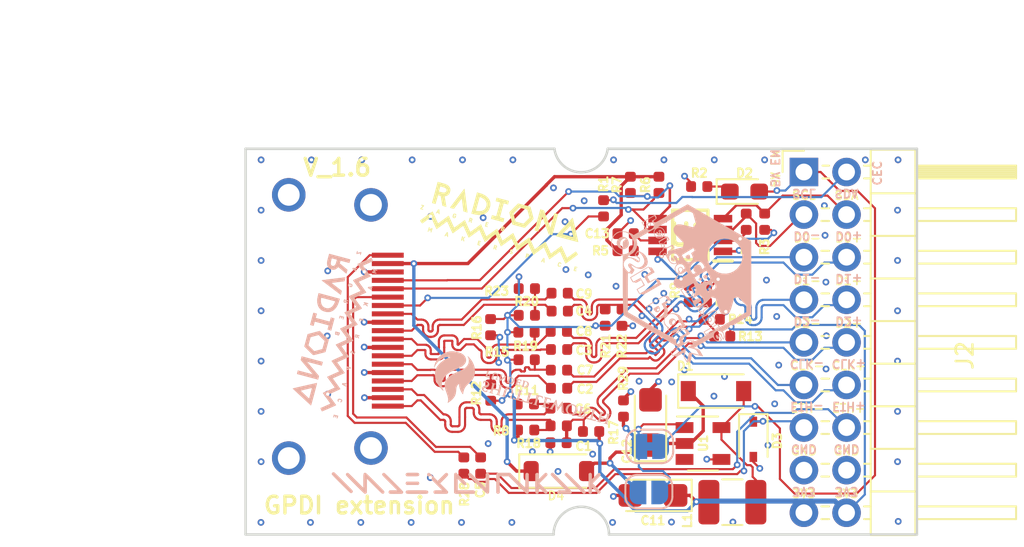
<source format=kicad_pcb>
(kicad_pcb (version 20221018) (generator pcbnew)
  (title_block (title "GPDI PMOD for ULX3S") (date "2023-08-22") (rev "1.6"))
  (layers (0 "F.Cu" signal) (1 "In1.Cu" power "GND_IN1.Cu") (2 "In2.Cu" power "GND_IN2.Cu") (31 "B.Cu" signal) (34 "B.Paste" user) (35 "F.Paste" user) (36 "B.SilkS" user "B.Silkscreen") (37 "F.SilkS" user "F.Silkscreen") (38 "B.Mask" user) (39 "F.Mask" user) (44 "Edge.Cuts" user))
  (net 0 "")
  (net 1 "GND")
  (net 2 "+3V3")
  (net 3 "+5V")
  (net 4 "GPDI_D2+")
  (net 5 "GPDI_D1+")
  (net 6 "GPDI_D0+")
  (net 7 "GPDI_CLK+")
  (net 8 "GPDI_ETH+")
  (net 9 "GPDI_D2-")
  (net 10 "GPDI_D1-")
  (net 11 "GPDI_D0-")
  (net 12 "GPDI_CLK-")
  (net 13 "GPDI_ETH-")
  (net 14 "Net-(U2-VREF2)")
  (net 15 "Net-(D1-A)")
  (net 16 "Net-(D1-K)")
  (net 17 "GPDI_SCL")
  (net 18 "GPDI_SDA")
  (net 19 "GPDI_CEC")
  (net 20 "PMOD_SCL")
  (net 21 "PMOD_SDA")
  (net 22 "/D2+")
  (net 23 "/D1+")
  (net 24 "/D0+")
  (net 25 "/CLK+")
  (net 26 "/ETH+")
  (net 27 "/D2-")
  (net 28 "/D1-")
  (net 29 "/D0-")
  (net 30 "/ETH-")
  (net 31 "/CEC")
  (net 32 "/CLK-")
  (net 33 "Net-(D2-K)")
  (net 34 "5V_ENABLE")
  (footprint "Capacitor_Tantalum_SMD:CP_EIA-3216-10_Kemet-I" (layer "F.Cu") (at 134.76996 86.59518 180)
    (fp_text reference "C11")
    (fp_text value "47uF")
  )
  (footprint "Capacitor_Tantalum_SMD:CP_EIA-3216-10_Kemet-I" (layer "F.Cu") (at 134.62246 82.24518 90)
    (fp_text reference "C12")
    (fp_text value "47uF")
  )
  (footprint "Diode_SMD:D_SOD-123" (layer "F.Cu") (at 138.525 80.375)
    (fp_text reference "D1")
    (fp_text value "MBR0520")
  )
  (footprint "Connector_PinHeader_2.54mm:PinHeader_2x09_P2.54mm_Horizontal" (layer "F.Cu") (at 143.764 67.31)
    (fp_text reference "J2")
    (fp_text value "CONN")
  )
  (footprint "Capacitor_SMD:C_0402_1005Metric" (layer "F.Cu") (at 129.155 82.445 180)
    (fp_text reference "C1")
    (fp_text value "220nF")
  )
  (footprint "Capacitor_SMD:C_0402_1005Metric" (layer "F.Cu") (at 129.175 80.205 180)
    (fp_text reference "C2")
    (fp_text value "220nF")
  )
  (footprint "Capacitor_SMD:C_0402_1005Metric" (layer "F.Cu") (at 129.175 77.895 180)
    (fp_text reference "C3")
    (fp_text value "220nF")
  )
  (footprint "Capacitor_SMD:C_0402_1005Metric" (layer "F.Cu") (at 129.215 75.605 180)
    (fp_text reference "C4")
    (fp_text value "220nF")
  )
  (footprint "Capacitor_SMD:C_0402_1005Metric" (layer "F.Cu") (at 124.50246 84.81518 90)
    (fp_text reference "C5")
    (fp_text value "220nF")
  )
  (footprint "Capacitor_SMD:C_0402_1005Metric" (layer "F.Cu") (at 129.15 81.395 180)
    (fp_text reference "C6")
    (fp_text value "220nF")
  )
  (footprint "Capacitor_SMD:C_0402_1005Metric" (layer "F.Cu") (at 129.17 79.125 180)
    (fp_text reference "C7")
    (fp_text value "220nF")
  )
  (footprint "Capacitor_SMD:C_0402_1005Metric" (layer "F.Cu") (at 129.161 76.815 180)
    (fp_text reference "C8")
    (fp_text value "220nF")
  )
  (footprint "Capacitor_SMD:C_0402_1005Metric" (layer "F.Cu") (at 129.21 74.535 180)
    (fp_text reference "C9")
    (fp_text value "220nF")
  )
  (footprint "Capacitor_SMD:C_0402_1005Metric" (layer "F.Cu") (at 133.14246 70.98518 180)
    (fp_text reference "C13")
    (fp_text value "470pF")
  )
  (footprint "Diode_SMD:D_SOD-323" (layer "F.Cu") (at 140.75 83.25 -90)
    (fp_text reference "D3")
    (fp_text value "BZT52C3V6S-7-F")
  )
  (footprint "Inductor_SMD:L_1210_3225Metric" (layer "F.Cu") (at 139.5 87)
    (fp_text reference "L1")
    (fp_text value "100u")
  )
  (footprint "Resistor_SMD:R_0402_1005Metric" (layer "F.Cu") (at 131.825 69.475 90)
    (fp_text reference "R1")
    (fp_text value "510")
  )
  (footprint "Resistor_SMD:R_0402_1005Metric" (layer "F.Cu") (at 137.525 68.175 180)
    (fp_text reference "R2")
    (fp_text value "4.7k")
  )
  (footprint "Resistor_SMD:R_0402_1005Metric" (layer "F.Cu") (at 141.425 70.275 90)
    (fp_text reference "R3")
    (fp_text value "3.3k")
  )
  (footprint "Resistor_SMD:R_0402_1005Metric" (layer "F.Cu") (at 140.325 70.275 90)
    (fp_text reference "R4")
    (fp_text value "3.3k")
  )
  (footprint "Resistor_SMD:R_0402_1005Metric" (layer "F.Cu") (at 135.125 68.075 -90)
    (fp_text reference "R6" hide)
    (fp_text value "4.7k" hide)
  )
  (footprint "Resistor_SMD:R_0402_1005Metric" (layer "F.Cu") (at 127.21246 82.69518)
    (fp_text reference "R8")
    (fp_text value "50R")
  )
  (footprint "Resistor_SMD:R_0402_1005Metric" (layer "F.Cu") (at 136.92576 74.5872 -90)
    (fp_text reference "R9")
    (fp_text value "10K")
  )
  (footprint "Resistor_SMD:R_0402_1005Metric" (layer "F.Cu") (at 137.96462 74.59482 90)
    (fp_text reference "R10")
    (fp_text value "10K")
  )
  (footprint "Resistor_SMD:R_0402_1005Metric" (layer "F.Cu") (at 138.89172 77.10688 180)
    (fp_text reference "R13")
    (fp_text value "10K")
  )
  (footprint "Resistor_SMD:R_0402_1005Metric" (layer "F.Cu") (at 138.26942 76.09342)
    (fp_text reference "R14")
    (fp_text value "10K")
  )
  (footprint "Resistor_SMD:R_0402_1005Metric" (layer "F.Cu") (at 127.245 78.505)
    (fp_text reference "R15")
    (fp_text value "50R")
  )
  (footprint "Resistor_SMD:R_0402_1005Metric" (layer "F.Cu") (at 132.92526 75.9969 -90)
    (fp_text reference "R22")
    (fp_text value "10K")
  )
  (footprint "Resistor_SMD:R_0402_1005Metric" (layer "F.Cu") (at 133.01246 81.41518 90)
    (fp_text reference "R29")
    (fp_text value "4.7k")
  )
  (footprint "Package_TO_SOT_SMD:SOT-23-5" (layer "F.Cu") (at 137.75 83.5)
    (fp_text reference "U1")
    (fp_text value "RN5RK501A")
  )
  (footprint "PCA9306:SOP65P400X130-8N" (layer "F.Cu") (at 136.99246 71.06518 180)
    (fp_text reference "U2")
    (fp_text value "PCA9306" hide)
  )
  (footprint "Resistor_SMD:R_0402_1005Metric" (layer "F.Cu") (at 127.255 74.265)
    (fp_text reference "R23")
    (fp_text value "50R")
  )
  (footprint "Resistor_SMD:R_0402_1005Metric" (layer "F.Cu") (at 127.255 75.855)
    (fp_text reference "R20")
    (fp_text value "50R")
  )
  (footprint "Resistor_SMD:R_0402_1005Metric" (layer "F.Cu") (at 125.105 80.465 90)
    (fp_text reference "R12")
    (fp_text value "50R")
  )
  (footprint "Resistor_SMD:R_0402_1005Metric" (layer "F.Cu") (at 127.195 81.145)
    (fp_text reference "R11")
    (fp_text value "50R")
  )
  (footprint "Resistor_SMD:R_0402_1005Metric" (layer "F.Cu") (at 133.14246 72.00518)
    (fp_text reference "R5")
    (fp_text value "100k")
  )
  (footprint "Resistor_SMD:R_0402_1005Metric" (layer "F.Cu") (at 131.08246 82.78518 180)
    (fp_text reference "R17")
    (fp_text value "10K")
  )
  (footprint "Resistor_SMD:R_0402_1005Metric" (layer "F.Cu") (at 129.14246 83.45518 180)
    (fp_text reference "R18")
    (fp_text value "10K")
  )
  (footprint "Resistor_SMD:R_0402_1005Metric" (layer "F.Cu") (at 131.92196 75.98928 90)
    (fp_text reference "R21")
    (fp_text value "10K")
  )
  (footprint "Resistor_SMD:R_0402_1005Metric" (layer "F.Cu") (at 133.425 68.075 -90)
    (fp_text reference "R7")
    (fp_text value "4.7k")
  )
  (footprint "Resistor_SMD:R_0402_1005Metric" (layer "F.Cu") (at 123.50246 84.81518 -90)
    (fp_text reference "R28")
    (fp_text value "510")
  )
  (footprint "LED_SMD:LED_0603_1608Metric_Pad1.05x0.95mm_HandSolder" (layer "F.Cu") (at 140.225 68.475)
    (fp_text reference "D2")
    (fp_text value "LED")
  )
  (footprint "Resistor_SMD:R_0402_1005Metric" (layer "F.Cu") (at 127.235 76.865)
    (fp_text reference "R19")
    (fp_text value "50R")
  )
  (footprint "Resistor_SMD:R_0402_1005Metric" (layer "F.Cu") (at 125.09444 76.56332 -90)
    (fp_text reference "R16")
    (fp_text value "50R")
  )
  (footprint "GPDI:CONN-10029449-111RLF" (layer "F.Cu") (at 117.96974 76.52014 -90)
    (fp_text reference "P1" hide)
    (fp_text value "GPDI" hide)
  )
  (footprint "parts2:radiona-10mm" (layer "F.Cu") (at 125.78786 70.47748 -15)
    (fp_text reference "G***" hide)
    (fp_text value "LOGO" hide)
  )
  (footprint "Diode_SMD:D_SOD-123" (layer "F.Cu") (at 129.16246 85.14518)
    (fp_text reference "D4")
    (fp_text value "MBR0520")
  )
  (footprint "Jumper:SolderJumper-2_P1.3mm_Bridged_RoundedPad1.0x1.5mm" (layer "B.Cu") (at 134.575 83.675 180)
    (fp_text reference "JP1" hide)
    (fp_text value "SJB")
  )
  (footprint "Jumper:SolderJumper-2_P1.3mm_Open_RoundedPad1.0x1.5mm" (layer "B.Cu") (at 134.525 86.375)
    (fp_text reference "JP2" hide)
    (fp_text value "SJO")
  )
  (footprint "parts2:OSH_10x10" (layer "B.Cu") (at 137.01466 73.58644 -60)
    (fp_text reference "G***" hide)
    (fp_text value "LOGO" hide)
  )
  (footprint "parts2:radiona-10mm" (layer "B.Cu") (at 115.78788 76.80462 -105)
    (fp_text reference "G***" hide)
    (fp_text value "LOGO" hide)
  )
  (footprint "parts2:shutleworth-12mm" (layer "B.Cu") (at 126.86482 80.64256 -15)
    (fp_text reference "G***" hide)
    (fp_text value "LOGO" hide)
  )
  (footprint "intergalaktik:intergalaktik" (layer "B.Cu") (at 123.68246 85.99518)
    (fp_text reference "G***" hide)
    (fp_text value "LOGO" hide)
  )
  (gr_line (start 150.495 88.925) (end 132.151 88.925) (stroke (width 0.15)) (layer "Edge.Cuts"))
  (gr_line (start 150.495 65.925) (end 150.495 88.925) (stroke (width 0.15)) (layer "Edge.Cuts"))
  (gr_arc (start 128.849 88.925) (mid 130.5 87.274) (end 132.151 88.925) (stroke (width 0.15)) (layer "Edge.Cuts"))
  (gr_line (start 128.900098 65.925) (end 110.495098 65.925) (stroke (width 0.15)) (layer "Edge.Cuts"))
  (gr_line (start 128.849 88.925) (end 110.5 88.925) (stroke (width 0.15)) (layer "Edge.Cuts"))
  (gr_arc (start 132.074865 65.926066) (mid 130.487012 67.325) (end 128.900098 65.925) (stroke (width 0.15)) (layer "Edge.Cuts"))
  (gr_line (start 110.5 65.925) (end 110.5 88.925) (stroke (width 0.15)) (layer "Edge.Cuts"))
  (gr_line (start 132.075 65.925) (end 150.495 65.925) (stroke (width 0.15)) (layer "Edge.Cuts"))
  (gr_text "D0-" (at 143.944 71.12 180) (layer "B.SilkS") (effects (font (size 0.5 0.5) (thickness 0.1)) (justify mirror)))
  (gr_text "D1+" (at 146.444 73.66 180) (layer "B.SilkS") (effects (font (size 0.5 0.5) (thickness 0.1)) (justify mirror)))
  (gr_text "D2+" (at 146.444 76.2 180) (layer "B.SilkS") (effects (font (size 0.5 0.5) (thickness 0.1)) (justify mirror)))
  (gr_text "CLK+" (at 146.444 78.74 180) (layer "B.SilkS") (effects (font (size 0.5 0.5) (thickness 0.1)) (justify mirror)))
  (gr_text "ETH+" (at 146.444 81.28 180) (layer "B.SilkS") (effects (font (size 0.5 0.5) (thickness 0.1)) (justify mirror)))
  (gr_text "GND" (at 146.304 83.82 180) (layer "B.SilkS") (effects (font (size 0.5 0.5) (thickness 0.1)) (justify mirror)))
  (gr_text "GND" (at 143.764 83.82 180) (layer "B.SilkS") (effects (font (size 0.5 0.5) (thickness 0.1)) (justify mirror)))
  (gr_text "ETH-" (at 143.944 81.28 180) (layer "B.SilkS") (effects (font (size 0.5 0.5) (thickness 0.1)) (justify mirror)))
  (gr_text "CLK-" (at 143.944 78.74 180) (layer "B.SilkS") (effects (font (size 0.5 0.5) (thickness 0.1)) (justify mirror)))
  (gr_text "D2-" (at 143.944 76.2 180) (layer "B.SilkS") (effects (font (size 0.5 0.5) (thickness 0.1)) (justify mirror)))
  (gr_text "D1-" (at 143.944 73.66 180) (layer "B.SilkS") (effects (font (size 0.5 0.5) (thickness 0.1)) (justify mirror)))
  (gr_text "3V3" (at 143.764 86.36 180) (layer "B.SilkS") (effects (font (size 0.5 0.5) (thickness 0.1)) (justify mirror)))
  (gr_text "3V3" (at 146.304 86.36 180) (layer "B.SilkS") (effects (font (size 0.5 0.5) (thickness 0.1)) (justify mirror)))
  (gr_text "SCL" (at 143.764 68.58 180) (layer "B.SilkS") (effects (font (size 0.5 0.5) (thickness 0.1)) (justify mirror)))
  (gr_text "SDA" (at 146.304 68.58 180) (layer "B.SilkS") (effects (font (size 0.5 0.5) (thickness 0.1)) (justify mirror)))
  (gr_text "5V EN" (at 142.03246 67.08518 -90) (layer "B.SilkS") (effects (font (size 0.5 0.5) (thickness 0.1)) (justify mirror)))
  (gr_text "CEC" (at 148.09246 67.37518 -90) (layer "B.SilkS") (effects (font (size 0.5 0.5) (thickness 0.1)) (justify mirror)))
  (gr_text "D0+" (at 146.444 71.12 180) (layer "B.SilkS") (effects (font (size 0.5 0.5) (thickness 0.1)) (justify mirror)))
  (gr_text "D1+" (at 146.431 73.787) (layer "F.SilkS") (effects (font (size 0.5 0.5) (thickness 0.1))))
  (gr_text "D0+" (at 146.431 71.247) (layer "F.SilkS") (effects (font (size 0.5 0.5) (thickness 0.1))))
  (gr_text "D2+" (at 146.431 76.327) (layer "F.SilkS") (effects (font (size 0.5 0.5) (thickness 0.1))))
  (gr_text "GND" (at 146.304 83.947) (layer "F.SilkS") (effects (font (size 0.5 0.5) (thickness 0.1))))
  (gr_text "CLK+" (at 146.431 78.867) (layer "F.SilkS") (effects (font (size 0.5 0.5) (thickness 0.1))))
  (gr_text "SDA" (at 146.304 68.707) (layer "F.SilkS") (effects (font (size 0.5 0.5) (thickness 0.1))))
  (gr_text "CEC" (at 148.14246 67.37518 90) (layer "F.SilkS") (effects (font (size 0.5 0.5) (thickness 0.1))))
  (gr_text "ETH+" (at 146.431 81.407) (layer "F.SilkS") (effects (font (size 0.5 0.5) (thickness 0.1))))
  (gr_text "3V3" (at 146.304 86.487) (layer "F.SilkS") (effects (font (size 0.5 0.5) (thickness 0.1))))
  (gr_text "SCL" (at 143.764 68.707) (layer "F.SilkS") (effects (font (size 0.5 0.5) (thickness 0.1))))
  (gr_text "D1-" (at 143.965 73.787) (layer "F.SilkS") (effects (font (size 0.5 0.5) (thickness 0.1))))
  (gr_text "5V EN" (at 142.08246 67.09518 90) (layer "F.SilkS") (effects (font (size 0.5 0.5) (thickness 0.1))))
  (gr_text "D2-" (at 143.965 76.327) (layer "F.SilkS") (effects (font (size 0.5 0.5) (thickness 0.1))))
  (gr_text "D0-" (at 143.965 71.247) (layer "F.SilkS") (effects (font (size 0.5 0.5) (thickness 0.1))))
  (gr_text "CLK-" (at 143.965 78.867) (layer "F.SilkS") (effects (font (size 0.5 0.5) (thickness 0.1))))
  (gr_text "ETH-" (at 143.965 81.407) (layer "F.SilkS") (effects (font (size 0.5 0.5) (thickness 0.1))))
  (gr_text "GND" (at 143.764 83.947) (layer "F.SilkS") (effects (font (size 0.5 0.5) (thickness 0.1))))
  (gr_text "3V3" (at 143.764 86.487) (layer "F.SilkS") (effects (font (size 0.5 0.5) (thickness 0.1))))
  (gr_text "GPDI extension" (at 117.27124 87.19068) (layer "F.SilkS") (effects (font (size 1 1) (thickness 0.2))))
  (gr_text " V_1.6" (at 115.57198 67.0434) (layer "F.SilkS") (effects (font (size 1 1) (thickness 0.2))))
  (segment (start 132.47246 86.59518) (end 132.41246 86.65518) (width 0.2) (layer "F.Cu") (net 1))
  (segment (start 133.5652 76.4819) (end 133.56534 76.48204) (width 0.127) (layer "F.Cu") (net 1))
  (segment (start 134.62246 80.89518) (end 134.62246 80.28374) (width 0.2) (layer "F.Cu") (net 1))
  (segment (start 117.57522 79.27014) (end 117.56842 79.26334) (width 0.2) (layer "F.Cu") (net 1))
  (segment (start 118.96974 79.27014) (end 117.57522 79.27014) (width 0.2) (layer "F.Cu") (net 1))
  (segment (start 118.96974 80.77014) (end 117.5817 80.77014) (width 0.2) (layer "F.Cu") (net 1))
  (segment (start 138.65246 73.70518) (end 138.24782 74.10982) (width 0.127) (layer "F.Cu") (net 1))
  (segment (start 138.85 84.45) (end 137.98746 84.45) (width 0.127) (layer "F.Cu") (net 1))
  (segment (start 133.45246 80.40518) (end 133.01246 80.84518) (width 0.2) (layer "F.Cu") (net 1))
  (segment (start 137.04 67.94272) (end 136.65246 67.55518) (width 0.127) (layer "F.Cu") (net 1))
  (segment (start 137.04 68.175) (end 137.04 67.94272) (width 0.127) (layer "F.Cu") (net 1))
  (segment (start 133.41996 86.59518) (end 132.47246 86.59518) (width 0.2) (layer "F.Cu") (net 1))
  (segment (start 117.56734 76.27014) (end 117.5608 76.2636) (width 0.2) (layer "F.Cu") (net 1))
  (segment (start 139.11246 75.73538) (end 138.75442 76.09342) (width 0.127) (layer "F.Cu") (net 1))
  (segment (start 133.437822 70.204818) (end 133.44 70.204818) (width 0.127) (layer "F.Cu") (net 1))
  (segment (start 139.11246 75.63518) (end 139.11246 75.73538) (width 0.127) (layer "F.Cu") (net 1))
  (segment (start 128.65746 83.45518) (end 128.65746 83.98018) (width 0.2) (layer "F.Cu") (net 1))
  (segment (start 133.01246 80.84518) (end 133.01246 80.93018) (width 0.2) (layer "F.Cu") (net 1))
  (segment (start 138.24782 74.10982) (end 137.96462 74.10982) (width 0.127) (layer "F.Cu") (net 1))
  (segment (start 118.96974 73.27014) (end 117.5747 73.27014) (width 0.2) (layer "F.Cu") (net 1))
  (segment (start 128.65746 83.98018) (end 128.64246 83.99518) (width 0.2) (layer "F.Cu") (net 1))
  (segment (start 137.98746 84.45) (end 137.97478 84.43732) (width 0.127) (layer "F.Cu") (net 1))
  (segment (start 117.58398 77.77014) (end 117.56334 77.7495) (width 0.2) (layer "F.Cu") (net 1))
  (segment (start 139.84746 72.04018) (end 139.90246 71.98518) (width 0.15) (layer "F.Cu") (net 1))
  (segment (start 140.75 84.3) (end 140.75 84.6) (width 0.127) (layer "F.Cu") (net 1))
  (segment (start 138.94246 72.04018) (end 139.84746 72.04018) (width 0.15) (layer "F.Cu") (net 1))
  (segment (start 118.96974 76.27014) (end 117.56734 76.27014) (width 0.2) (layer "F.Cu") (net 1))
  (segment (start 140.75 84.6) (end 141.134523 84.984523) (width 0.127) (layer "F.Cu") (net 1))
  (segment (start 132.92526 76.4819) (end 133.5652 76.4819) (width 0.127) (layer "F.Cu") (net 1))
  (segment (start 117.5747 73.27014) (end 117.56334 73.25878) (width 0.2) (layer "F.Cu") (net 1))
  (segment (start 134.62246 80.28374) (end 135.10324 79.80296) (width 0.2) (layer "F.Cu") (net 1))
  (segment (start 118.96974 77.77014) (end 117.58398 77.77014) (width 0.2) (layer "F.Cu") (net 1))
  (segment (start 132.65746 70.98518) (end 133.437822 70.204818) (width 0.127) (layer "F.Cu") (net 1))
  (segment (start 117.5817 80.77014) (end 117.57858 80.76702) (width 0.2) (layer "F.Cu") (net 1))
  (via (at 135.10324 79.80296) (size 0.4) (drill 0.2) (layers "F.Cu" "B.Cu") (net 1))
  (via (at 135.88302 79.82836) (size 0.4) (drill 0.2) (layers "F.Cu" "B.Cu") (net 1))
  (via (at 133.45246 80.40518) (size 0.4) (drill 0.2) (layers "F.Cu" "B.Cu") (net 1))
  (via (at 133.94246 79.78518) (size 0.4) (drill 0.2) (layers "F.Cu" "B.Cu") (net 1))
  (via (at 130.91358 73.4442) (size 0.4) (drill 0.2) (layers "F.Cu" "B.Cu") (net 1))
  (via (at 132.56966 74.11984) (size 0.4) (drill 0.2) (layers "F.Cu" "B.Cu") (net 1))
  (via (at 134.28162 73.41626) (size 0.4) (drill 0.2) (layers "F.Cu" "B.Cu") (net 1))
  (via (at 117.56334 73.25878) (size 0.4) (drill 0.2) (layers "F.Cu" "B.Cu") (net 1))
  (via (at 130.67246 69.02518) (size 0.4) (drill 0.2) (layers "F.Cu" "B.Cu") (net 1))
  (via (at 135.87246 88.18518) (size 0.4) (drill 0.2) (layers "F.Cu" "B.Cu") (net 1))
  (via (at 138.40246 80.67518) (size 0.4) (drill 0.2) (layers "F.Cu" "B.Cu") (net 1))
  (via (at 149.37246 66.58518) (size 0.4) (drill 0.2) (layers "F.Cu" "B.Cu") (net 1))
  (via (at 149.34246 75.58518) (size 0.4) (drill 0.2) (layers "F.Cu" "B.Cu") (net 1))
  (via (at 126.42246 66.58518) (size 0.4) (drill 0.2) (layers "F.Cu" "B.Cu") (net 1))
  (via (at 111.42246 72.58518) (size 0.4) (drill 0.2) (layers "F.Cu" "B.Cu") (net 1))
  (via (at 135.41246 74.54518) (size 0.4) (drill 0.2) (layers "F.Cu" "B.Cu") (net 1))
  (via (at 138.65246 73.70518) (size 0.4) (drill 0.2) (layers "F.Cu" "B.Cu") (net 1))
  (via (at 142.14246 75.92518) (size 0.4) (drill 0.2) (layers "F.Cu" "B.Cu") (net 1))
  (via (at 149.34246 81.58518) (size 0.4) (drill 0.2) (layers "F.Cu" "B.Cu") (net 1))
  (via (at 111.42246 66.58518) (size 0.4) (drill 0.2) (layers "F.Cu" "B.Cu") (net 1))
  (via (at 128.84246 68.25518) (size 0.4) (drill 0.2) (layers "F.Cu" "B.Cu") (net 1))
  (via (at 111.42246 75.58518) (size 0.4) (drill 0.2) (layers "F.Cu" "B.Cu") (net 1))
  (via (at 120.42246 66.58518) (size 0.4) (drill 0.2) (layers "F.Cu" "B.Cu") (net 1))
  (via (at 114.42246 66.58518) (size 0.4) (drill 0.2) (layers "F.Cu" "B.Cu") (net 1))
  (via (at 145.07246 73.87518) (size 0.4) (drill 0.2) (layers "F.Cu" "B.Cu") (net 1))
  (via (at 131.17596 84.13518) (size 0.4) (drill 0.2) (layers "F.Cu" "B.Cu") (net 1))
  (via (at 121.50246 85.53518) (size 0.4) (drill 0.2) (layers "F.Cu" "B.Cu") (net 1))
  (via (at 111.42246 78.58518) (size 0.4) (drill 0.2) (layers "F.Cu" "B.Cu") (net 1))
  (via (at 137.97478 84.43732) (size 0.4) (drill 0.2) (layers "F.Cu" "B.Cu") (net 1))
  (via (at 111.42246 84.58518) (size 0.4) (drill 0.2) (layers "F.Cu" "B.Cu") (net 1))
  (via (at 126.36246 88.20518) (size 0.4) (drill 0.2) (layers "F.Cu" "B.Cu") (net 1))
  (via (at 132.42246 66.58518) (size 0.4) (drill 0.2) (layers "F.Cu" "B.Cu") (net 1))
  (via (at 145.08246 79.05518) (size 0.4) (drill 0.2) (layers "F.Cu" "B.Cu") (net 1))
  (via (at 141.62246 83.60518) (size 0.4) (drill 0.2) (layers "F.Cu" "B.Cu") (net 1))
  (via (at 139.90246 71.98518) (size 0.4) (drill 0.2) (layers "F.Cu" "B.Cu") (net 1))
  (via (at 139.11246 75.63518) (size 0.4) (drill 0.2) (layers "F.Cu" "B.Cu") (net 1))
  (via (at 134.94246 74.99518) (size 0.4) (drill 0.2) (layers "F.Cu" "B.Cu") (net 1))
  (via (at 129.58246 73.12518) (size 0.4) (drill 0.2) (layers "F.Cu" "B.Cu") (net 1))
  (via (at 141.53246 73.75518) (size 0.4) (drill 0.2) (layers "F.Cu" "B.Cu") (net 1))
  (via (at 144.98246 69.31518) (size 0.4) (drill 0.2) (layers "F.Cu" "B.Cu") (net 1))
  (via (at 117.57858 80.76702) (size 0.4) (drill 0.2) (layers "F.Cu" "B.Cu") (net 1))
  (via (at 124.95246 83.50518) (size 0.4) (drill 0.2) (layers "F.Cu" "B.Cu") (net 1))
  (via (at 136.65246 67.55518) (size 0.4) (drill 0.2) (layers "F.Cu" "B.Cu") (net 1))
  (via (at 117.5608 76.2636) (size 0.4) (drill 0.2) (layers "F.Cu" "B.Cu") (net 1))
  (via (at 117.56842 79.26334) (size 0.4) (drill 0.2) (layers "F.Cu" "B.Cu") (net 1))
  (via (at 141.42246 66.58518) (size 0.4) (drill 0.2) (layers "F.Cu" "B.Cu") (net 1))
  (via (at 117.42246 66.58518) (size 0.4) (drill 0.2) (layers "F.Cu" "B.Cu") (net 1))
  (via (at 145.10246 77.07518) (size 0.4) (drill 0.2) (layers "F.Cu" "B.Cu") (net 1))
  (via (at 124.65246 70.03518) (size 0.4) (drill 0.2) (layers "F.Cu" "B.Cu") (net 1))
  (via (at 123.42246 66.58518) (size 0.4) (drill 0.2) (layers "F.Cu" "B.Cu") (net 1))
  (via (at 142.02246 81.13518) (size 0.4) (drill 0.2) (layers "F.Cu" "B.Cu") (net 1))
  (via (at 149.34246 69.58518) (size 0.4) (drill 0.2) (layers "F.Cu" "B.Cu") (net 1))
  (via (at 136.64246 79.11518) (size 0.4) (drill 0.2) (layers "F.Cu" "B.Cu") (net 1))
  (via (at 139.03246 79.50518) (size 0.4) (drill 0.2) (layers "F.Cu" "B.Cu") (net 1))
  (via (at 120.36246 88.20518) (size 0.4) (drill 0.2) (layers "F.Cu" "B.Cu") (net 1))
  (via (at 117.56334 77.7495) (size 0.4) (drill 0.2) (layers "F.Cu" "B.Cu") (net 1))
  (via (at 123.36246 88.20518) (size 0.4) (drill 0.2) (layers "F.Cu" "B.Cu") (net 1))
  (via (at 149.34246 78.58518) (size 0.4) (drill 0.2) (layers "F.Cu" "B.Cu") (net 1))
  (via (at 141.134523 84.984523) (size 0.4) (drill 0.2) (layers "F.Cu" "B.Cu") (net 1))
  (via (at 114.36246 88.20518) (size 0.4) (drill 0.2) (layers "F.Cu" "B.Cu") (net 1))
  (via (at 133.56534 76.48204) (size 0.4) (drill 0.2) (layers "F.Cu" "B.Cu") (net 1))
  (via (at 127.58246 83.98518) (size 0.4) (drill 0.2) (layers "F.Cu" "B.Cu") (net 1))
  (via (at 115.36246 77.08518) (size 0.4) (drill 0.2) (layers "F.Cu" "B.Cu") (net 1))
  (via (at 115.39246 80.55518) (size 0.4) (drill 0.2) (layers "F.Cu" "B.Cu") (net 1))
  (via (at 117.36246 88.20518) (size 0.4) (drill 0.2) (layers "F.Cu" "B.Cu") (net 1))
  (via (at 139.53246 88.18518) (size 0.4) (drill 0.2) (layers "F.Cu" "B.Cu") (net 1))
  (via (at 111.41246 88.20518) (size 0.4) (drill 0.2) (layers "F.Cu" "B.Cu") (net 1))
  (via (at 121.52246 69.95518) (size 0.4) (drill 0.2) (layers "F.Cu" "B.Cu") (net 1))
  (via (at 111.42246 81.58518) (size 0.4) (drill 0.2) (layers "F.Cu" "B.Cu") (net 1))
  (via (at 145.02246 71.08518) (size 0.4) (drill 0.2) (layers "F.Cu" "B.Cu") (net 1))
  (via (at 147.42246 66.58518) (size 0.4) (drill 0.2) (layers "F.Cu" "B.Cu") (net 1))
  (via (at 115.39246 73.20518) (size 0.4) (drill 0.2) (layers "F.Cu" "B.Cu") (net 1))
  (via (at 142.26246 78.82518) (size 0.4) (drill 0.2) (layers "F.Cu" "B.Cu") (net 1))
  (via (at 149.34246 72.58518) (size 0.4) (drill 0.2) (layers "F.Cu" "B.Cu") (net 1))
  (via (at 129.11246 85.16518) (size 0.4) (drill 0.2) (layers "F.Cu" "B.Cu") (net 1))
  (via (at 132.41246 86.65518) (size 0.4) (drill 0.2) (layers "F.Cu" "B.Cu") (net 1))
  (via (at 135.42246 66.58518) (size 0.4) (drill 0.2) (layers "F.Cu" "B.Cu") (net 1))
  (via (at 149.38246 88.14518) (size 0.4) (drill 0.2) (layers "F.Cu" "B.Cu") (net 1))
  (via (at 129.53246 70.27518) (size 0.4) (drill 0.2) (layers "F.Cu" "B.Cu") (net 1))
  (via (at 132.36246 88.20518) (size 0.4) (drill 0.2) (layers "F.Cu" "B.Cu") (net 1))
  (via (at 128.64246 83.99518) (size 0.4) (drill 0.2) (layers "F.Cu" "B.Cu") (net 1))
  (via (at 138.42246 66.58518) (size 0.4) (drill 0.2) (layers "F.Cu" "B.Cu") (net 1))
  (via (at 133.44 70.204818) (size 0.4) (drill 0.2) (layers "F.Cu" "B.Cu") (net 1))
  (via (at 149.34246 84.58518) (size 0.4) (drill 0.2) (layers "F.Cu" "B.Cu") (net 1))
  (via (at 111.42246 69.58518) (size 0.4) (drill 0.2) (layers "F.Cu" "B.Cu") (net 1))
  (segment (start 135.04246 72.04018) (end 135.04246 72.51518) (width 0.15) (layer "F.Cu") (net 2))
  (segment (start 126.77 75.855) (end 126.105 75.855) (width 0.127) (layer "F.Cu") (net 2))
  (segment (start 138.1 87) (end 137.381011 87) (width 0.127) (layer "F.Cu") (net 2))
  (segment (start 125.09444 76.07832) (end 125.88168 76.07832) (width 0.127) (layer "F.Cu") (net 2))
  (segment (start 141.425 70.76) (end 141.79728 70.76) (width 0.127) (layer "F.Cu") (net 2))
  (segment (start 136.11996 86.59518) (end 136.976191 86.59518) (width 0.2) (layer "F.Cu") (net 2))
  (segment (start 126.77 74.265) (end 126.77 73.573126) (width 0.127) (layer "F.Cu") (net 2))
  (segment (start 125.76 80.95) (end 125.775 80.935) (width 0.127) (layer "F.Cu") (net 2))
  (segment (start 126.75 76.865) (end 126.105 76.865) (width 0.127) (layer "F.Cu") (net 2))
  (segment (start 136.976191 86.59518) (end 137.35602 86.975009) (width 0.2) (layer "F.Cu") (net 2))
  (segment (start 131.56746 82.78518) (end 131.56746 83.46018) (width 0.2) (layer "F.Cu") (net 2))
  (segment (start 139.37672 76.5914) (end 139.37672 77.10688) (width 0.127) (layer "F.Cu") (net 2))
  (segment (start 136.44246 73.68518) (end 136.85948 74.1022) (width 0.127) (layer "F.Cu") (net 2))
  (segment (start 131.35314 76.47428) (end 131.92196 76.47428) (width 0.127) (layer "F.Cu") (net 2))
  (segment (start 138.94246 71.39018) (end 139.86721 71.39018) (width 0.15) (layer "F.Cu") (net 2))
  (segment (start 131.56746 83.46018) (end 131.60246 83.49518) (width 0.2) (layer "F.Cu") (net 2))
  (segment (start 125.105 80.95) (end 125.76 80.95) (width 0.127) (layer "F.Cu") (net 2))
  (segment (start 137.381011 87) (end 137.35602 86.975009) (width 0.127) (layer "F.Cu") (net 2))
  (segment (start 126.71 81.019597) (end 126.71 81.145) (width 0.127) (layer "F.Cu") (net 2))
  (segment (start 125.88168 76.07832) (end 126.105 75.855) (width 0.127) (layer "F.Cu") (net 2))
  (segment (start 126.268918 80.578515) (end 126.71 81.019597) (width 0.127) (layer "F.Cu") (net 2))
  (segment (start 140.325 70.76) (end 140.325 70.93239) (width 0.127) (layer "F.Cu") (net 2))
  (segment (start 139.86721 71.39018) (end 139.96584 71.29155) (width 0.15) (layer "F.Cu") (net 2))
  (segment (start 140.325 70.93239) (end 139.96584 71.29155) (width 0.127) (layer "F.Cu") (net 2))
  (segment (start 139.4277 76.54042) (end 139.37672 76.5914) (width 0.127) (layer "F.Cu") (net 2))
  (segment (start 126.50896 83.30518) (end 126.72746 83.08668) (width 0.2) (layer "F.Cu") (net 2))
  (segment (start 141.79728 70.76) (end 141.973438 70.936158) (width 0.127) (layer "F.Cu") (net 2))
  (segment (start 126.77 73.573126) (end 126.786563 73.556563) (width 0.127) (layer "F.Cu") (net 2))
  (segment (start 135.04246 72.51518) (end 135.05246 72.52518) (width 0.15) (layer "F.Cu") (net 2))
  (segment (start 126.76 78.505) (end 126.125 78.505) (width 0.127) (layer "F.Cu") (net 2))
  (segment (start 126.72746 83.08668) (end 126.72746 82.69518) (width 0.2) (layer "F.Cu") (net 2))
  (segment (start 136.85948 74.1022) (end 136.92576 74.1022) (width 0.127) (layer "F.Cu") (net 2))
  (segment (start 126.125 78.505) (end 126.095 78.535) (width 0.127) (layer "F.Cu") (net 2))
  (via (at 136.44246 73.68518) (size 0.4) (drill 0.2) (layers "F.Cu" "B.Cu") (net 2))
  (via (at 131.60246 83.49518) (size 0.4) (drill 0.2) (layers "F.Cu" "B.Cu") (net 2))
  (via (at 126.095 78.535) (size 0.4) (drill 0.2) (layers "F.Cu" "B.Cu") (net 2))
  (via (at 126.50896 83.30518) (size 0.4) (drill 0.2) (layers "F.Cu" "B.Cu") (net 2))
  (via (at 126.105 76.865) (size 0.4) (drill 0.2) (layers "F.Cu" "B.Cu") (net 2))
  (via (at 131.35314 76.47428) (size 0.4) (drill 0.2) (layers "F.Cu" "B.Cu") (net 2))
  (via (at 126.786563 73.556563) (size 0.4) (drill 0.2) (layers "F.Cu" "B.Cu") (net 2))
  (via (at 137.35602 86.975009) (size 0.4) (drill 0.2) (layers "F.Cu" "B.Cu") (net 2))
  (via (at 135.05246 72.52518) (size 0.4) (drill 0.2) (layers "F.Cu" "B.Cu") (net 2))
  (via (at 139.4277 76.54042) (size 0.4) (drill 0.2) (layers "F.Cu" "B.Cu") (net 2))
  (via (at 125.775 80.935) (size 0.4) (drill 0.2) (layers "F.Cu" "B.Cu") (net 2))
  (via (at 126.105 75.855) (size 0.4) (drill 0.2) (layers "F.Cu" "B.Cu") (net 2))
  (via (at 126.268918 80.578515) (size 0.4) (drill 0.2) (layers "F.Cu" "B.Cu") (net 2))
  (via (at 139.96584 71.29155) (size 0.4) (drill 0.2) (layers "F.Cu" "B.Cu") (net 2))
  (via (at 141.973438 70.936158) (size 0.4) (drill 0.2) (layers "F.Cu" "B.Cu") (net 2))
  (segment (start 145.60918 86.93518) (end 146.304 87.63) (width 0.3) (layer "B.Cu") (net 2))
  (segment (start 126.80316 76.55316) (end 126.105 75.855) (width 0.127) (layer "B.Cu") (net 2))
  (segment (start 131.35314 76.47428) (end 132.29336 76.47428) (width 0.127) (layer "B.Cu") (net 2))
  (segment (start 126.52896 83.32518) (end 131.43246 83.32518) (width 0.2) (layer "B.Cu") (net 2))
  (segment (start 126.105 75.855) (end 126.786563 75.173437) (width 0.127) (layer "B.Cu") (net 2))
  (segment (start 138.83609 71.29155) (end 136.44246 73.68518) (width 0.127) (layer "B.Cu") (net 2))
  (segment (start 126.50896 83.30518) (end 126.50896 80.818557) (width 0.2) (layer "B.Cu") (net 2))
  (segment (start 147.03678 76.4295) (end 147.39246 76.78518) (width 0.127) (layer "B.Cu") (net 2))
  (segment (start 135.28246 72.52518) (end 136.44246 73.68518) (width 0.15) (layer "B.Cu") (net 2))
  (segment (start 147.39246 76.78518) (end 147.39246 86.54154) (width 0.127) (layer "B.Cu") (net 2))
  (segment (start 141.618046 71.29155) (end 139.96584 71.29155) (width 0.127) (layer "B.Cu") (net 2))
  (segment (start 126.268918 80.578515) (end 126.131485 80.578515) (width 0.127) (layer "B.Cu") (net 2))
  (segment (start 143.065139 76.697371) (end 143.33301 76.4295) (width 0.127) (layer "B.Cu") (net 2))
  (segment (start 131.60246 83.49518) (end 131.60246 85.24131) (width 0.2) (layer "B.Cu") (net 2))
  (segment (start 137.35602 86.975009) (end 137.395849 86.93518) (width 0.3) (layer "B.Cu") (net 2))
  (segment (start 141.973438 70.936158) (end 141.618046 71.29155) (width 0.127) (layer "B.Cu") (net 2))
  (segment (start 126.786563 75.173437) (end 126.786563 73.556563) (width 0.127) (layer "B.Cu") (net 2))
  (segment (start 126.105 76.865) (end 126.095 76.875) (width 0.127) (layer "B.Cu") (net 2))
  (segment (start 147.39246 86.54154) (end 146.304 87.63) (width 0.127) (layer "B.Cu") (net 2))
  (segment (start 139.584651 76.697371) (end 143.065139 76.697371) (width 0.127) (layer "B.Cu") (net 2))
  (segment (start 132.29336 76.47428) (end 135.08246 73.68518) (width 0.127) (layer "B.Cu") (net 2))
  (segment (start 139.96584 71.29155) (end 138.83609 71.29155) (width 0.127) (layer "B.Cu") (net 2))
  (segment (start 133.148 86.78685) (end 133.148 86.926134) (width 0.2) (layer "B.Cu") (net 2))
  (segment (start 135.05246 72.52518) (end 135.28246 72.52518) (width 0.15) (layer "B.Cu") (net 2))
  (segment (start 131.43246 83.32518) (end 131.60246 83.49518) (width 0.2) (layer "B.Cu") (net 2))
  (segment (start 143.33301 76.4295) (end 147.03678 76.4295) (width 0.127) (layer "B.Cu") (net 2))
  (segment (start 126.105 75.855) (end 126.105 76.865) (width 0.127) (layer "B.Cu") (net 2))
  (segment (start 136.815849 87.51518) (end 137.35602 86.975009) (width 0.2) (layer "B.Cu") (net 2))
  (segment (start 135.08246 73.68518) (end 136.44246 73.68518) (width 0.127) (layer "B.Cu") (net 2))
  (segment (start 126.268918 78.708918) (end 126.095 78.535) (width 0.127) (layer "B.Cu") (net 2))
  (segment (start 126.131485 80.578515) (end 125.775 80.935) (width 0.127) (layer "B.Cu") (net 2))
  (segment (start 131.35314 76.47428) (end 131.27426 76.55316) (width 0.127) (layer "B.Cu") (net 2))
  (segment (start 131.27426 76.55316) (end 126.80316 76.55316) (width 0.127) (layer "B.Cu") (net 2))
  (segment (start 139.4277 76.54042) (end 139.584651 76.697371) (width 0.127) (layer "B.Cu") (net 2))
  (segment (start 137.395849 86.93518) (end 145.60918 86.93518) (width 0.3) (layer "B.Cu") (net 2))
  (segment (start 126.50896 83.30518) (end 126.52896 83.32518) (width 0.2) (layer "B.Cu") (net 2))
  (segment (start 126.50896 80.818557) (end 126.268918 80.578515) (width 0.2) (layer "B.Cu") (net 2))
  (segment (start 126.268918 80.578515) (end 126.268918 78.708918) (width 0.127) (layer "B.Cu") (net 2))
  (segment (start 133.737046 87.51518) (end 136.815849 87.51518) (width 0.2) (layer "B.Cu") (net 2))
  (segment (start 126.095 76.875) (end 126.095 78.535) (width 0.127) (layer "B.Cu") (net 2))
  (segment (start 131.60246 85.24131) (end 133.148 86.78685) (width 0.2) (layer "B.Cu") (net 2))
  (segment (start 133.148 86.926134) (end 133.737046 87.51518) (width 0.2) (layer "B.Cu") (net 2))
  (segment (start 132.878 69.86964) (end 132.02746 70.72018) (width 0.2) (layer "F.Cu") (net 3))
  (segment (start 132.02746 71.37518) (end 132.65746 72.00518) (width 0.2) (layer "F.Cu") (net 3))
  (segment (start 128.41546 68.09218) (end 123.7375 72.77014) (width 0.2) (layer "F.Cu") (net 3))
  (segment (start 128.41546 68.07831) (end 128.41546 68.09218) (width 0.2) (layer "F.Cu") (net 3))
  (segment (start 133.425 67.59) (end 128.90377 67.59) (width 0.2) (layer "F.Cu") (net 3))
  (segment (start 133.425 67.59) (end 132.878 68.137) (width 0.2) (layer "F.Cu") (net 3))
  (segment (start 132.02746 70.72018) (end 132.02746 71.37518) (width 0.2) (layer "F.Cu") (net 3))
  (segment (start 120.52246 72.77014) (end 118.96974 72.77014) (width 0.2) (layer "F.Cu") (net 3))
  (segment (start 132.878 68.137) (end 132.878 69.86964) (width 0.2) (layer "F.Cu") (net 3))
  (segment (start 135.125 67.59) (end 133.425 67.59) (width 0.2) (layer "F.Cu") (net 3))
  (segment (start 123.7375 72.77014) (end 120.52246 72.77014) (width 0.2) (layer "F.Cu") (net 3))
  (segment (start 127.51246 85.14518) (end 126.64246 85.14518) (width 0.2) (layer "F.Cu") (net 3))
  (segment (start 126.64246 85.14518) (end 126.08246 84.58518) (width 0.2) (layer "F.Cu") (net 3))
  (segment (start 128.90377 67.59) (end 128.41546 68.07831) (width 0.2) (layer "F.Cu") (net 3))
  (via (at 126.08246 84.58518) (size 0.4) (drill 0.2) (layers "F.Cu" "B.Cu") (net 3))
  (via (at 120.52246 72.77014) (size 0.4) (drill 0.2) (layers "F.Cu" "B.Cu") (net 3))
  (segment (start 120.52246 76.46803) (end 120.52246 72.77014) (width 0.2) (layer "B.Cu") (net 3))
  (segment (start 126.08246 82.02803) (end 120.52246 76.46803) (width 0.2) (layer "B.Cu") (net 3))
  (segment (start 126.08246 84.58518) (end 126.08246 82.02803) (width 0.2) (layer "B.Cu") (net 3))
  (segment (start 131.61838 82.109048) (end 131.712899 82.130621) (width 0.127) (layer "F.Cu") (net 4))
  (segment (start 130.643568 82.739072) (end 130.59746 82.78518) (width 0.127) (layer "F.Cu") (net 4))
  (segment (start 131.712899 82.130621) (end 131.809848 82.130621) (width 0.127) (layer "F.Cu") (net 4))
  (segment (start 132.229149 81.61437) (end 132.207575 81.519851) (width 0.127) (layer "F.Cu") (net 4))
  (segment (start 131.991716 82.066983) (end 132.067514 82.006536) (width 0.127) (layer "F.Cu") (net 4))
  (segment (start 131.904367 82.109048) (end 131.991716 82.066983) (width 0.127) (layer "F.Cu") (net 4))
  (segment (start 129.64 82.445) (end 130.003 82.082) (width 0.127) (layer "F.Cu") (net 4))
  (segment (start 131.040727 81.704516) (end 131.071401 81.697515) (width 0.127) (layer "F.Cu") (net 4))
  (segment (start 131.455233 82.006536) (end 131.531031 82.066983) (width 0.127) (layer "F.Cu") (net 4))
  (segment (start 131.803043 81.035006) (end 131.796042 81.004332) (width 0.127) (layer "F.Cu") (net 4))
  (segment (start 135.091068 79.3345) (end 136.891068 77.5345) (width 0.127) (layer "F.Cu") (net 4))
  (segment (start 131.836311 80.889255) (end 133.391068 79.3345) (width 0.127) (layer "F.Cu") (net 4))
  (segment (start 131.809848 82.130621) (end 131.904367 82.109048) (width 0.127) (layer "F.Cu") (net 4))
  (segment (start 131.531031 82.066983) (end 131.61838 82.109048) (width 0.127) (layer "F.Cu") (net 4))
  (segment (start 132.105063 81.968986) (end 132.16551 81.893187) (width 0.127) (layer "F.Cu") (net 4))
  (segment (start 129.62746 83.45518) (end 129.62746 82.45754) (width 0.2) (layer "F.Cu") (net 4))
  (segment (start 136.891068 77.5345) (end 137.4885 77.5345) (width 0.127) (layer "F.Cu") (net 4))
  (segment (start 130.643568 82.082) (end 130.987783 81.737783) (width 0.127) (layer "F.Cu") (net 4))
  (segment (start 132.086289 81.337929) (end 131.83631 81.08795) (width 0.127) (layer "F.Cu") (net 4))
  (segment (start 131.83631 81.08795) (end 131.816694 81.063352) (width 0.127) (layer "F.Cu") (net 4))
  (segment (start 132.207575 81.805839) (end 132.229149 81.71132) (width 0.127) (layer "F.Cu") (net 4))
  (segment (start 132.16551 81.893187) (end 132.207575 81.805839) (width 0.127) (layer "F.Cu") (net 4))
  (segment (start 131.071401 81.697515) (end 131.102863 81.697515) (width 0.127) (layer "F.Cu") (net 4))
  (segment (start 131.796042 81.004332) (end 131.796042 80.97287) (width 0.127) (layer "F.Cu") (net 4))
  (segment (start 131.796042 80.97287) (end 131.803043 80.942197) (width 0.127) (layer "F.Cu") (net 4))
  (segment (start 131.816694 80.913851) (end 131.83631 80.889253) (width 0.127) (layer "F.Cu") (net 4))
  (segment (start 129.62746 82.45754) (end 129.64 82.445) (width 0.2) (layer "F.Cu") (net 4))
  (segment (start 130.003 82.082) (end 130.643568 82.082) (width 0.127) (layer "F.Cu") (net 4))
  (segment (start 132.067514 82.006536) (end 132.105063 81.968986) (width 0.127) (layer "F.Cu") (net 4))
  (segment (start 132.229149 81.71132) (end 132.229149 81.61437) (width 0.127) (layer "F.Cu") (net 4))
  (segment (start 131.012381 81.718167) (end 131.040727 81.704516) (width 0.127) (layer "F.Cu") (net 4))
  (segment (start 131.133536 81.704516) (end 131.161882 81.718167) (width 0.127) (layer "F.Cu") (net 4))
  (segment (start 131.161882 81.718167) (end 131.18648 81.737783) (width 0.127) (layer "F.Cu") (net 4))
  (segment (start 130.987783 81.737783) (end 131.012381 81.718167) (width 0.127) (layer "F.Cu") (net 4))
  (segment (start 131.816694 81.063352) (end 131.803043 81.035006) (width 0.127) (layer "F.Cu") (net 4))
  (segment (start 132.207575 81.519851) (end 132.16551 81.432502) (width 0.127) (layer "F.Cu") (net 4))
  (segment (start 132.105063 81.356704) (end 132.086289 81.337929) (width 0.127) (layer "F.Cu") (net 4))
  (segment (start 132.16551 81.432502) (end 132.105063 81.356704) (width 0.127) (layer "F.Cu") (net 4))
  (segment (start 131.102863 81.697515) (end 131.133536 81.704516) (width 0.127) (layer "F.Cu") (net 4))
  (segment (start 131.83631 80.889253) (end 131.836311 80.889255) (width 0.127) (layer "F.Cu") (net 4))
  (segment (start 130.643568 82.082) (end 130.643568 82.739072) (width 0.127) (layer "F.Cu") (net 4))
  (segment (start 133.391068 79.3345) (end 135.091068 79.3345) (width 0.127) (layer "F.Cu") (net 4))
  (segment (start 131.18648 81.737783) (end 131.455233 82.006536) (width 0.127) (layer "F.Cu") (net 4))
  (segment (start 131.803043 80.942197) (end 131.816694 80.913851) (width 0.127) (layer "F.Cu") (net 4))
  (segment (start 137.4885 77.5345) (end 137.625 77.671) (width 0.127) (layer "F.Cu") (net 4))
  (via (at 137.625 77.671) (size 0.4) (drill 0.2) (layers "F.Cu" "B.Cu") (net 4))
  (segment (start 143.264559 78.510501) (end 144.263441 78.510501) (width 0.127) (layer "B.Cu") (net 4))
  (segment (start 144.263441 78.510501) (end 144.984942 77.789) (width 0.127) (layer "B.Cu") (net 4))
  (segment (start 137.765865 77.671) (end 137.883865 77.789) (width 0.127) (layer "B.Cu") (net 4))
  (segment (start 145.985 77.789) (end 146.304 77.47) (width 0.127) (layer "B.Cu") (net 4))
  (segment (start 137.625 77.671) (end 137.765865 77.671) (width 0.127) (layer "B.Cu") (net 4))
  (segment (start 142.543058 77.789) (end 143.264559 78.510501) (width 0.127) (layer "B.Cu") (net 4))
  (segment (start 144.984942 77.789) (end 145.985 77.789) (width 0.127) (layer "B.Cu") (net 4))
  (segment (start 137.883865 77.789) (end 142.543058 77.789) (width 0.127) (layer "B.Cu") (net 4))
  (segment (start 135.543956 77.339601) (end 135.604477 77.310455) (width 0.127) (layer "F.Cu") (net 5))
  (segment (start 135.347114 77.804019) (end 135.121993 77.578898) (width 0.127) (layer "F.Cu") (net 5))
  (segment (start 134.710291 78.466859) (end 134.762809 78.508741) (width 0.127) (layer "F.Cu") (net 5))
  (segment (start 131.398568 79.827) (end 132.791068 78.4345) (width 0.127) (layer "F.Cu") (net 5))
  (segment (start 135.021477 78.537885) (end 135.081997 78.508741) (width 0.127) (layer "F.Cu") (net 5))
  (segment (start 136.391068 76.5345) (end 136.7885 76.5345) (width 0.127) (layer "F.Cu") (net 5))
  (segment (start 135.478469 77.354547) (end 135.543956 77.339601) (width 0.127) (layer "F.Cu") (net 5))
  (segment (start 130.038 79.827) (end 131.398568 79.827) (width 0.127) (layer "F.Cu") (net 5))
  (segment (start 135.121993 77.578898) (end 135.132506 77.567495) (width 0.127) (layer "F.Cu") (net 5))
  (segment (start 135.132506 77.567495) (end 134.907386 77.342375) (width 0.127) (layer "F.Cu") (net 5))
  (segment (start 134.584499 78.341067) (end 134.710291 78.466859) (width 0.127) (layer "F.Cu") (net 5))
  (segment (start 135.431148 77.930065) (end 135.402003 77.869545) (width 0.127) (layer "F.Cu") (net 5))
  (segment (start 135.411297 77.354547) (end 135.478469 77.354547) (width 0.127) (layer "F.Cu") (net 5))
  (segment (start 135.360122 78.24125) (end 135.402003 78.188733) (width 0.127) (layer "F.Cu") (net 5))
  (segment (start 135.081997 78.508741) (end 135.134514 78.466859) (width 0.127) (layer "F.Cu") (net 5))
  (segment (start 135.345808 77.339601) (end 135.411297 77.354547) (width 0.127) (layer "F.Cu") (net 5))
  (segment (start 135.402003 77.869545) (end 135.360122 77.817028) (width 0.127) (layer "F.Cu") (net 5))
  (segment (start 135.23277 77.268575) (end 135.285289 77.310455) (width 0.127) (layer "F.Cu") (net 5))
  (segment (start 134.762809 78.508741) (end 134.823329 78.537885) (width 0.127) (layer "F.Cu") (net 5))
  (segment (start 135.402003 78.188733) (end 135.431148 78.128213) (width 0.127) (layer "F.Cu") (net 5))
  (segment (start 135.604477 77.310455) (end 135.656994 77.268574) (width 0.127) (layer "F.Cu") (net 5))
  (segment (start 136.925 76.671) (end 137.40836 76.18764) (width 0.127) (layer "F.Cu") (net 5))
  (segment (start 129.66 80.205) (end 130.038 79.827) (width 0.127) (layer "F.Cu") (net 5))
  (segment (start 134.888817 78.552833) (end 134.955989 78.552833) (width 0.127) (layer "F.Cu") (net 5))
  (segment (start 135.360122 77.817028) (end 135.347114 77.804019) (width 0.127) (layer "F.Cu") (net 5))
  (segment (start 137.6902 76.18764) (end 137.78442 76.09342) (width 0.127) (layer "F.Cu") (net 5))
  (segment (start 132.791068 78.4345) (end 134.491068 78.4345) (width 0.127) (layer "F.Cu") (net 5))
  (segment (start 134.955989 78.552833) (end 135.021477 78.537885) (width 0.127) (layer "F.Cu") (net 5))
  (segment (start 135.285289 77.310455) (end 135.345808 77.339601) (width 0.127) (layer "F.Cu") (net 5))
  (segment (start 134.907386 77.342375) (end 135.106978 77.142783) (width 0.127) (layer "F.Cu") (net 5))
  (segment (start 135.446095 78.062725) (end 135.446095 77.995553) (width 0.127) (layer "F.Cu") (net 5))
  (segment (start 137.40836 76.18764) (end 137.6902 76.18764) (width 0.127) (layer "F.Cu") (net 5))
  (segment (start 138.40672 76.71572) (end 137.78442 76.09342) (width 0.127) (layer "F.Cu") (net 5))
  (segment (start 135.446095 77.995553) (end 135.431148 77.930065) (width 0.127) (layer "F.Cu") (net 5))
  (segment (start 138.40672 77.10688) (end 138.40672 76.71572) (width 0.127) (layer "F.Cu") (net 5))
  (segment (start 134.491068 78.4345) (end 134.584499 78.341067) (width 0.127) (layer "F.Cu") (net 5))
  (segment (start 135.431148 78.128213) (end 135.446095 78.062725) (width 0.127) (layer "F.Cu") (net 5))
  (segment (start 136.7885 76.5345) (end 136.925 76.671) (width 0.127) (layer "F.Cu") (net 5))
  (segment (start 135.134514 78.466859) (end 135.360122 78.24125) (width 0.127) (layer "F.Cu") (net 5))
  (segment (start 135.656994 77.268574) (end 136.391068 76.5345) (width 0.127) (layer "F.Cu") (net 5))
  (segment (start 135.106978 77.142783) (end 135.23277 77.268575) (width 0.127) (layer "F.Cu") (net 5))
  (segment (start 134.823329 78.537885) (end 134.888817 78.552833) (width 0.127) (layer "F.Cu") (net 5))
  (via (at 136.925 76.671) (size 0.4) (drill 0.2) (layers "F.Cu" "B.Cu") (net 5))
  (segment (start 141.249737 75.377672) (end 141.261977 75.342692) (width 0.127) (layer "B.Cu") (net 5))
  (segment (start 139.037153 75.203792) (end 139.123709 75.149406) (width 0.127) (layer "B.Cu") (net 5))
  (segment (start 139.42426 74.308779) (end 139.461088 74.304629) (width 0.127) (layer "B.Cu") (net 5))
  (segment (start 140.276588 75.4145) (end 140.276588 75.986866) (width 0.127) (layer "B.Cu") (net 5))
  (segment (start 139.626588 74.792496) (end 139.638033 74.894078) (width 0.127) (layer "B.Cu") (net 5))
  (segment (start 140.214275 75.285106) (end 140.240481 75.311312) (width 0.127) (layer "B.Cu") (net 5))
  (segment (start 144.984942 75.249) (end 145.985 75.249) (width 0.127) (layer "B.Cu") (net 5))
  (segment (start 138.811088 75.249) (end 138.839083 75.249) (width 0.127) (layer "B.Cu") (net 5))
  (segment (start 141.073709 76.343776) (end 141.145993 76.271492) (width 0.127) (layer "B.Cu") (net 5))
  (segment (start 144.263441 75.970501) (end 144.984942 75.249) (width 0.127) (layer "B.Cu") (net 5))
  (segment (start 140.535022 76.398162) (end 140.63151 76.431925) (width 0.127) (layer "B.Cu") (net 5))
  (segment (start 140.272438 75.377672) (end 140.276588 75.4145) (width 0.127) (layer "B.Cu") (net 5))
  (segment (start 141.411088 75.249) (end 142.543058 75.249) (width 0.127) (layer "B.Cu") (net 5))
  (segment (start 141.261977 75.342692) (end 141.281694 75.311312) (width 0.127) (layer "B.Cu") (net 5))
  (segment (start 141.234142 76.088448) (end 141.245588 75.986866) (width 0.127) (layer "B.Cu") (net 5))
  (segment (start 139.250379 74.990566) (end 139.284142 74.894078) (width 0.127) (layer "B.Cu") (net 5))
  (segment (start 139.798466 75.149406) (end 139.885022 75.203792) (width 0.127) (layer "B.Cu") (net 5))
  (segment (start 141.37426 75.253149) (end 141.411088 75.249) (width 0.127) (layer "B.Cu") (net 5))
  (segment (start 141.245588 75.4145) (end 141.249737 75.377672) (width 0.127) (layer "B.Cu") (net 5))
  (segment (start 139.532895 74.321019) (end 139.564275 74.340736) (width 0.127) (layer "B.Cu") (net 5))
  (segment (start 141.33928 75.265389) (end 141.37426 75.253149) (width 0.127) (layer "B.Cu") (net 5))
  (segment (start 140.63151 76.431925) (end 140.733092 76.443371) (width 0.127) (layer "B.Cu") (net 5))
  (segment (start 140.789083 76.443371) (end 140.890665 76.431925) (width 0.127) (layer "B.Cu") (net 5))
  (segment (start 139.284142 74.894078) (end 139.295588 74.792496) (width 0.127) (layer "B.Cu") (net 5))
  (segment (start 139.299737 74.433302) (end 139.311977 74.398322) (width 0.127) (layer "B.Cu") (net 5))
  (segment (start 139.590481 74.366942) (end 139.610198 74.398322) (width 0.127) (layer "B.Cu") (net 5))
  (segment (start 139.726182 75.077122) (end 139.798466 75.149406) (width 0.127) (layer "B.Cu") (net 5))
  (segment (start 139.295588 74.792496) (end 139.295588 74.470129) (width 0.127) (layer "B.Cu") (net 5))
  (segment (start 139.123709 75.149406) (end 139.195993 75.077122) (width 0.127) (layer "B.Cu") (net 5))
  (segment (start 137.525588 76.5345) (end 138.811088 75.249) (width 0.127) (layer "B.Cu") (net 5))
  (segment (start 141.145993 76.271492) (end 141.200379 76.184936) (width 0.127) (layer "B.Cu") (net 5))
  (segment (start 139.331694 74.366942) (end 139.3579 74.340736) (width 0.127) (layer "B.Cu") (net 5))
  (segment (start 140.147915 75.253149) (end 140.182895 75.265389) (width 0.127) (layer "B.Cu") (net 5))
  (segment (start 139.98151 75.237555) (end 140.083092 75.249) (width 0.127) (layer "B.Cu") (net 5))
  (segment (start 139.497915 74.308779) (end 139.532895 74.321019) (width 0.127) (layer "B.Cu") (net 5))
  (segment (start 140.288033 76.088448) (end 140.321796 76.184936) (width 0.127) (layer "B.Cu") (net 5))
  (segment (start 139.195993 75.077122) (end 139.250379 74.990566) (width 0.127) (layer "B.Cu") (net 5))
  (segment (start 140.182895 75.265389) (end 140.214275 75.285106) (width 0.127) (layer "B.Cu") (net 5))
  (segment (start 139.626588 74.470129) (end 139.626588 74.792496) (width 0.127) (layer "B.Cu") (net 5))
  (segment (start 139.671796 74.990566) (end 139.726182 75.077122) (width 0.127) (layer "B.Cu") (net 5))
  (segment (start 139.885022 75.203792) (end 139.98151 75.237555) (width 0.127) (layer "B.Cu") (net 5))
  (segment (start 140.276588 75.986866) (end 140.288033 76.088448) (width 0.127) (layer "B.Cu") (net 5))
  (segment (start 140.376182 76.271492) (end 140.448466 76.343776) (width 0.127) (layer "B.Cu") (net 5))
  (segment (start 139.38928 74.321019) (end 139.42426 74.308779) (width 0.127) (layer "B.Cu") (net 5))
  (segment (start 140.240481 75.311312) (end 140.260198 75.342692) (width 0.127) (layer "B.Cu") (net 5))
  (segment (start 136.925 76.671) (end 137.0615 76.5345) (width 0.127) (layer "B.Cu") (net 5))
  (segment (start 140.987153 76.398162) (end 141.073709 76.343776) (width 0.127) (layer "B.Cu") (net 5))
  (segment (start 139.3579 74.340736) (end 139.38928 74.321019) (width 0.127) (layer "B.Cu") (net 5))
  (segment (start 141.200379 76.184936) (end 141.234142 76.088448) (width 0.127) (layer "B.Cu") (net 5))
  (segment (start 138.940665 75.237555) (end 139.037153 75.203792) (width 0.127) (layer "B.Cu") (net 5))
  (segment (start 139.564275 74.340736) (end 139.590481 74.366942) (width 0.127) (layer "B.Cu") (net 5))
  (segment (start 140.733092 76.443371) (end 140.789083 76.443371) (width 0.127) (layer "B.Cu") (net 5))
  (segment (start 145.985 75.249) (end 146.304 74.93) (width 0.127) (layer "B.Cu") (net 5))
  (segment (start 140.083092 75.249) (end 140.111088 75.249) (width 0.127) (layer "B.Cu") (net 5))
  (segment (start 140.260198 75.342692) (end 140.272438 75.377672) (width 0.127) (layer "B.Cu") (net 5))
  (segment (start 140.448466 76.343776) (end 140.535022 76.398162) (width 0.127) (layer "B.Cu") (net 5))
  (segment (start 137.0615 76.5345) (end 137.525588 76.5345) (width 0.127) (layer "B.Cu") (net 5))
  (segment (start 139.461088 74.304629) (end 139.497915 74.308779) (width 0.127) (layer "B.Cu") (net 5))
  (segment (start 140.890665 76.431925) (end 140.987153 76.398162) (width 0.127) (layer "B.Cu") (net 5))
  (segment (start 141.245588 75.986866) (end 141.245588 75.4145) (width 0.127) (layer "B.Cu") (net 5))
  (segment (start 140.111088 75.249) (end 140.147915 75.253149) (width 0.127) (layer "B.Cu") (net 5))
  (segment (start 141.3079 75.285106) (end 141.33928 75.265389) (width 0.127) (layer "B.Cu") (net 5))
  (segment (start 139.622438 74.433302) (end 139.626588 74.470129) (width 0.127) (layer "B.Cu") (net 5))
  (segment (start 139.610198 74.398322) (end 139.622438 74.433302) (width 0.127) (layer "B.Cu") (net 5))
  (segment (start 143.264559 75.970501) (end 144.263441 75.970501) (width 0.127) (layer "B.Cu") (net 5))
  (segment (start 138.839083 75.249) (end 138.940665 75.237555) (width 0.127) (layer "B.Cu") (net 5))
  (segment (start 139.295588 74.470129) (end 139.299737 74.433302) (width 0.127) (layer "B.Cu") (net 5))
  (segment (start 142.543058 75.249) (end 143.264559 75.970501) (width 0.127) (layer "B.Cu") (net 5))
  (segment (start 139.311977 74.398322) (end 139.331694 74.366942) (width 0.127) (layer "B.Cu") (net 5))
  (segment (start 140.321796 76.184936) (end 140.376182 76.271492) (width 0.127) (layer "B.Cu") (net 5))
  (segment (start 141.281694 75.311312) (end 141.3079 75.285106) (width 0.127) (layer "B.Cu") (net 5))
  (segment (start 139.638033 74.894078) (end 139.671796 74.990566) (width 0.127) (layer "B.Cu") (net 5))
  (segment (start 131.712 77.662) (end 131.715522 77.630735) (width 0.127) (layer "F.Cu") (net 6))
  (segment (start 131.701145 78.330774) (end 131.712 78.234434) (width 0.127) (layer "F.Cu") (net 6))
  (segment (start 130.762347 77.574399) (end 130.779086 77.601039) (width 0.127) (layer "F.Cu") (net 6))
  (segment (start 129.66 77.895) (end 130.0335 77.5215) (width 0.127) (layer "F.Cu") (net 6))
  (segment (start 131.129608 78.656528) (end 131.225948 78.667383) (width 0.127) (layer "F.Cu") (net 6))
  (segment (start 135.941264 75.484304) (end 136.134304 75.484304) (width 0.127) (layer "F.Cu") (net 6))
  (segment (start 131.715522 77.630735) (end 131.725913 77.601039) (width 0.127) (layer "F.Cu") (net 6))
  (segment (start 131.764899 77.552152) (end 131.791539 77.535413) (width 0.127) (layer "F.Cu") (net 6))
  (segment (start 136.134304 75.297376) (end 136.35948 75.0722) (width 0.127) (layer "F.Cu") (net 6))
  (segment (start 131.725913 77.601039) (end 131.742652 77.574399) (width 0.127) (layer "F.Cu") (net 6))
  (segment (start 131.225948 78.667383) (end 131.279051 78.667383) (width 0.127) (layer "F.Cu") (net 6))
  (segment (start 130.6525 77.5215) (end 130.683764 77.525022) (width 0.127) (layer "F.Cu") (net 6))
  (segment (start 130.793 77.662) (end 130.793 78.234434) (width 0.127) (layer "F.Cu") (net 6))
  (segment (start 131.669124 78.422283) (end 131.701145 78.330774) (width 0.127) (layer "F.Cu") (net 6))
  (segment (start 136.92576 75.0722) (end 137.957 75.0722) (width 0.127) (layer "F.Cu") (net 6))
  (segment (start 130.956009 78.572927) (end 131.038099 78.624507) (width 0.127) (layer "F.Cu") (net 6))
  (segment (start 131.4669 78.624507) (end 131.54899 78.572927) (width 0.127) (layer "F.Cu") (net 6))
  (segment (start 136.35948 75.0722) (end 136.92576 75.0722) (width 0.127) (layer "F.Cu") (net 6))
  (segment (start 131.742652 77.574399) (end 131.764899 77.552152) (width 0.127) (layer "F.Cu") (net 6))
  (segment (start 130.71346 77.535413) (end 130.7401 77.552152) (width 0.127) (layer "F.Cu") (net 6))
  (segment (start 130.683764 77.525022) (end 130.71346 77.535413) (width 0.127) (layer "F.Cu") (net 6))
  (segment (start 136.134304 75.484304) (end 136.134304 75.297376) (width 0.127) (layer "F.Cu") (net 6))
  (segment (start 130.779086 77.601039) (end 130.789477 77.630735) (width 0.127) (layer "F.Cu") (net 6))
  (segment (start 131.375391 78.656528) (end 131.4669 78.624507) (width 0.127) (layer "F.Cu") (net 6))
  (segment (start 131.712 78.234434) (end 131.712 77.662) (width 0.127) (layer "F.Cu") (net 6))
  (segment (start 131.54899 78.572927) (end 131.617544 78.504373) (width 0.127) (layer "F.Cu") (net 6))
  (segment (start 130.793 78.234434) (end 130.803854 78.330774) (width 0.127) (layer "F.Cu") (net 6))
  (segment (start 130.887455 78.504373) (end 130.956009 78.572927) (width 0.127) (layer "F.Cu") (net 6))
  (segment (start 131.617544 78.504373) (end 131.669124 78.422283) (width 0.127) (layer "F.Cu") (net 6))
  (segment (start 131.791539 77.535413) (end 131.821235 77.525022) (width 0.127) (layer "F.Cu") (net 6))
  (segment (start 131.279051 78.667383) (end 131.375391 78.656528) (width 0.127) (layer "F.Cu") (net 6))
  (segment (start 131.821235 77.525022) (end 131.8525 77.5215) (width 0.127) (layer "F.Cu") (net 6))
  (segment (start 130.0335 77.5215) (end 130.6525 77.5215) (width 0.127) (layer "F.Cu") (net 6))
  (segment (start 137.957 75.0722) (end 137.96462 75.07982) (width 0.127) (layer "F.Cu") (net 6))
  (segment (start 130.803854 78.330774) (end 130.835875 78.422283) (width 0.127) (layer "F.Cu") (net 6))
  (segment (start 130.835875 78.422283) (end 130.887455 78.504373) (width 0.127) (layer "F.Cu") (net 6))
  (segment (start 130.7401 77.552152) (end 130.762347 77.574399) (width 0.127) (layer "F.Cu") (net 6))
  (segment (start 131.038099 78.624507) (end 131.129608 78.656528) (width 0.127) (layer "F.Cu") (net 6))
  (segment (start 131.8525 77.5215) (end 133.904068 77.5215) (width 0.127) (layer "F.Cu") (net 6))
  (segment (start 133.904068 77.5215) (end 135.941264 75.484304) (width 0.127) (layer "F.Cu") (net 6))
  (segment (start 130.789477 77.630735) (end 130.793 77.662) (width 0.127) (layer "F.Cu") (net 6))
  (via (at 136.134304 75.484304) (size 0.4) (drill 0.2) (layers "F.Cu" "B.Cu") (net 6))
  (segment (start 137.600086 74.449247) (end 137.68432 74.468473) (width 0.127) (layer "B.Cu") (net 6))
  (segment (start 144.984942 72.709) (end 145.985 72.709) (width 0.127) (layer "B.Cu") (net 6))
  (segment (start 137.975006 73.450556) (end 138.045719 73.379847) (width 0.127) (layer "B.Cu") (net 6))
  (segment (start 137.714103 75.290607) (end 137.735677 75.196088) (width 0.127) (layer "B.Cu") (net 6))
  (segment (start 138.104522 74.253715) (end 138.158392 74.186165) (width 0.127) (layer "B.Cu") (net 6))
  (segment (start 137.854954 74.449247) (end 137.932798 74.411759) (width 0.127) (layer "B.Cu") (net 6))
  (segment (start 137.949068 73.524682) (end 137.949068 73.504416) (width 0.127) (layer "B.Cu") (net 6))
  (segment (start 137.611591 74.841472) (end 137.592817 74.822697) (width 0.127) (layer "B.Cu") (net 6))
  (segment (start 137.156922 74.311991) (end 137.163923 74.281318) (width 0.127) (layer "B.Cu") (net 6))
  (segment (start 137.77072 74.468473) (end 137.854954 74.449247) (width 0.127) (layer "B.Cu") (net 6))
  (segment (start 138.158392 73.775609) (end 138.104522 73.708058) (width 0.127) (layer "B.Cu") (net 6))
  (segment (start 137.932798 74.411759) (end 138.000349 74.35789) (width 0.127) (layer "B.Cu") (net 6))
  (segment (start 137.231294 74.206947) (end 137.251051 74.202437) (width 0.127) (layer "B.Cu") (net 6))
  (segment (start 137.213035 74.21574) (end 137.231294 74.206947) (width 0.127) (layer "B.Cu") (net 6))
  (segment (start 137.574042 75.491303) (end 137.611591 75.453754) (width 0.127) (layer "B.Cu") (net 6))
  (segment (start 137.714103 75.004619) (end 137.672038 74.91727) (width 0.127) (layer "B.Cu") (net 6))
  (segment (start 138.01708 74.341158) (end 138.104522 74.253715) (width 0.127) (layer "B.Cu") (net 6))
  (segment (start 138.158392 74.186165) (end 138.195879 74.108321) (width 0.127) (layer "B.Cu") (net 6))
  (segment (start 136.373261 75.057287) (end 136.401607 75.043636) (width 0.127) (layer "B.Cu") (net 6))
  (segment (start 137.953578 73.544439) (end 137.949068 73.524682) (width 0.127) (layer "B.Cu") (net 6))
  (segment (start 137.949068 73.504416) (end 137.953578 73.484659) (width 0.127) (layer "B.Cu") (net 6))
  (segment (start 136.54736 75.076903) (end 136.96176 75.491303) (width 0.127) (layer "B.Cu") (net 6))
  (segment (start 137.672038 74.91727) (end 137.611591 74.841472) (width 0.127) (layer "B.Cu") (net 6))
  (segment (start 138.215105 74.024087) (end 138.215105 73.937686) (width 0.127) (layer "B.Cu") (net 6))
  (segment (start 137.163923 74.374126) (end 137.156922 74.343453) (width 0.127) (layer "B.Cu") (net 6))
  (segment (start 137.316376 75.615389) (end 137.410895 75.593816) (width 0.127) (layer "B.Cu") (net 6))
  (segment (start 136.134304 75.291264) (end 136.348663 75.076903) (width 0.127) (layer "B.Cu") (net 6))
  (segment (start 137.163923 74.281318) (end 137.177574 74.252971) (width 0.127) (layer "B.Cu") (net 6))
  (segment (start 137.19719 74.42707) (end 137.177574 74.402472) (width 0.127) (layer "B.Cu") (net 6))
  (segment (start 137.735677 75.196088) (end 137.735677 75.099138) (width 0.127) (layer "B.Cu") (net 6))
  (segment (start 137.962371 73.4664) (end 137.975006 73.450556) (width 0.127) (layer "B.Cu") (net 6))
  (segment (start 138.195879 73.853452) (end 138.158392 73.775609) (width 0.127) (layer "B.Cu") (net 6))
  (segment (start 142.543058 72.709) (end 143.264559 73.430501) (width 0.127) (layer "B.Cu") (net 6))
  (segment (start 137.975006 73.578542) (end 137.962371 73.562698) (width 0.127) (layer "B.Cu") (net 6))
  (segment (start 136.348663 75.076903) (end 136.373261 75.057287) (width 0.127) (layer "B.Cu") (net 6))
  (segment (start 137.156922 74.343453) (end 137.156922 74.311991) (width 0.127) (layer "B.Cu") (net 6))
  (segment (start 137.037559 75.551751) (end 137.124907 75.593816) (width 0.127) (layer "B.Cu") (net 6))
  (segment (start 137.522242 74.411759) (end 137.600086 74.449247) (width 0.127) (layer "B.Cu") (net 6))
  (segment (start 144.263441 73.430501) (end 144.984942 72.709) (width 0.127) (layer "B.Cu") (net 6))
  (segment (start 137.271317 74.202437) (end 137.291074 74.206947) (width 0.127) (layer "B.Cu") (net 6))
  (segment (start 137.611591 75.453754) (end 137.672038 75.377955) (width 0.127) (layer "B.Cu") (net 6))
  (segment (start 137.197191 74.228375) (end 137.213035 74.21574) (width 0.127) (layer "B.Cu") (net 6))
  (segment (start 137.68432 74.468473) (end 137.77072 74.468473) (width 0.127) (layer "B.Cu") (net 6))
  (segment (start 137.962371 73.562698) (end 137.953578 73.544439) (width 0.127) (layer "B.Cu") (net 6))
  (segment (start 138.045719 73.379847) (end 138.716568 72.709) (width 0.127) (layer "B.Cu") (net 6))
  (segment (start 137.309333 74.21574) (end 137.325177 74.228375) (width 0.127) (layer "B.Cu") (net 6))
  (segment (start 145.985 72.709) (end 146.304 72.39) (width 0.127) (layer "B.Cu") (net 6))
  (segment (start 137.251051 74.202437) (end 137.271317 74.202437) (width 0.127) (layer "B.Cu") (net 6))
  (segment (start 136.96176 75.491303) (end 137.037559 75.551751) (width 0.127) (layer "B.Cu") (net 6))
  (segment (start 137.177574 74.402472) (end 137.163923 74.374126) (width 0.127) (layer "B.Cu") (net 6))
  (segment (start 137.410895 75.593816) (end 137.498244 75.551751) (width 0.127) (layer "B.Cu") (net 6))
  (segment (start 137.592817 74.822697) (end 137.19719 74.42707) (width 0.127) (layer "B.Cu") (net 6))
  (segment (start 136.134304 75.484304) (end 136.134304 75.291264) (width 0.127) (layer "B.Cu") (net 6))
  (segment (start 137.953578 73.484659) (end 137.962371 73.4664) (width 0.127) (layer "B.Cu") (net 6))
  (segment (start 138.000349 74.35789) (end 138.01708 74.341158) (width 0.127) (layer "B.Cu") (net 6))
  (segment (start 138.195879 74.108321) (end 138.215105 74.024087) (width 0.127) (layer "B.Cu") (net 6))
  (segment (start 137.672038 75.377955) (end 137.714103 75.290607) (width 0.127) (layer "B.Cu") (net 6))
  (segment (start 143.264559 73.430501) (end 144.263441 73.430501) (width 0.127) (layer "B.Cu") (net 6))
  (segment (start 137.325177 74.228375) (end 137.454692 74.35789) (width 0.127) (layer "B.Cu") (net 6))
  (segment (start 136.494416 75.043636) (end 136.522762 75.057287) (width 0.127) (layer "B.Cu") (net 6))
  (segment (start 138.104522 73.708058) (end 137.975006 73.578542) (width 0.127) (layer "B.Cu") (net 6))
  (segment (start 137.735677 75.099138) (end 137.714103 75.004619) (width 0.127) (layer "B.Cu") (net 6))
  (segment (start 136.401607 75.043636) (end 136.432281 75.036635) (width 0.127) (layer "B.Cu") (net 6))
  (segment (start 136.463743 75.036635) (end 136.494416 75.043636) (width 0.127) (layer "B.Cu") (net 6))
  (segment (start 138.716568 72.709) (end 142.543058 72.709) (width 0.127) (layer "B.Cu") (net 6))
  (segment (start 137.454692 74.35789) (end 137.522242 74.411759) (width 0.127) (layer "B.Cu") (net 6))
  (segment (start 137.19719 74.228373) (end 137.197191 74.228375) (width 0.127) (layer "B.Cu") (net 6))
  (segment (start 138.215105 73.937686) (end 138.195879 73.853452) (width 0.127) (layer "B.Cu") (net 6))
  (segment (start 136.522762 75.057287) (end 136.54736 75.076903) (width 0.127) (layer "B.Cu") (net 6))
  (segment (start 136.432281 75.036635) (end 136.463743 75.036635) (width 0.127) (layer "B.Cu") (net 6))
  (segment (start 137.177574 74.252971) (end 137.19719 74.228373) (width 0.127) (layer "B.Cu") (net 6))
  (segment (start 137.219426 75.615389) (end 137.316376 75.615389) (width 0.127) (layer "B.Cu") (net 6))
  (segment (start 137.291074 74.206947) (end 137.309333 74.21574) (width 0.127) (layer "B.Cu") (net 6))
  (segment (start 137.498244 75.551751) (end 137.574042 75.491303) (width 0.127) (layer "B.Cu") (net 6))
  (segment (start 137.124907 75.593816) (end 137.219426 75.615389) (width 0.127) (layer "B.Cu") (net 6))
  (segment (start 131.109891 76.128159) (end 131.2014 76.096138) (width 0.127) (layer "F.Cu") (net 7))
  (segment (start 131.450022 75.341235) (end 131.460413 75.311539) (width 0.127) (layer "F.Cu") (net 7))
  (segment (start 131.352044 75.976004) (end 131.403624 75.893914) (width 0.127) (layer "F.Cu") (net 7))
  (segment (start 130.44796 75.245913) (end 130.4746 75.262652) (width 0.127) (layer "F.Cu") (net 7))
  (segment (start 131.4465 75.3725) (end 131.450022 75.341235) (width 0.127) (layer "F.Cu") (net 7))
  (segment (start 130.523977 75.341235) (end 130.5275 75.3725) (width 0.127) (layer "F.Cu") (net 7))
  (segment (start 131.92196 75.50428) (end 131.92196 75.25522) (width 0.127) (layer "F.Cu") (net 7))
  (segment (start 131.2014 76.096138) (end 131.28349 76.044558) (width 0.127) (layer "F.Cu") (net 7))
  (segment (start 131.555735 75.235522) (end 131.587 75.232) (width 0.127) (layer "F.Cu") (net 7))
  (segment (start 129.7 75.605) (end 130.073 75.232) (width 0.127) (layer "F.Cu") (net 7))
  (segment (start 130.418264 75.235522) (end 130.44796 75.245913) (width 0.127) (layer "F.Cu") (net 7))
  (segment (start 131.477152 75.284899) (end 131.499399 75.262652) (width 0.127) (layer "F.Cu") (net 7))
  (segment (start 131.403624 75.893914) (end 131.435645 75.802405) (width 0.127) (layer "F.Cu") (net 7))
  (segment (start 131.94518 75.232) (end 132.92562 75.232) (width 0.127) (layer "F.Cu") (net 7))
  (segment (start 130.960448 76.139014) (end 131.013551 76.139014) (width 0.127) (layer "F.Cu") (net 7))
  (segment (start 130.621955 75.976004) (end 130.690509 76.044558) (width 0.127) (layer "F.Cu") (net 7))
  (segment (start 131.4465 75.706065) (end 131.4465 75.3725) (width 0.127) (layer "F.Cu") (net 7))
  (segment (start 131.526039 75.245913) (end 131.555735 75.235522) (width 0.127) (layer "F.Cu") (net 7))
  (segment (start 132.92526 75.5119) (end 132.92526 75.23236) (width 0.127) (layer "F.Cu") (net 7))
  (segment (start 131.587 75.232) (end 131.94518 75.232) (width 0.127) (layer "F.Cu") (net 7))
  (segment (start 131.28349 76.044558) (end 131.352044 75.976004) (width 0.127) (layer "F.Cu") (net 7))
  (segment (start 130.513586 75.311539) (end 130.523977 75.341235) (width 0.127) (layer "F.Cu") (net 7))
  (segment (start 130.570375 75.893914) (end 130.621955 75.976004) (width 0.127) (layer "F.Cu") (net 7))
  (segment (start 132.92526 75.23236) (end 132.92562 75.232) (width 0.127) (layer "F.Cu") (net 7))
  (segment (start 130.690509 76.044558) (end 130.772599 76.096138) (width 0.127) (layer "F.Cu") (net 7))
  (segment (start 131.013551 76.139014) (end 131.109891 76.128159) (width 0.127) (layer "F.Cu") (net 7))
  (segment (start 130.5275 75.706065) (end 130.538354 75.802405) (width 0.127) (layer "F.Cu") (net 7))
  (segment (start 130.073 75.232) (end 130.387 75.232) (width 0.127) (layer "F.Cu") (net 7))
  (segment (start 130.4746 75.262652) (end 130.496847 75.284899) (width 0.127) (layer "F.Cu") (net 7))
  (segment (start 130.496847 75.284899) (end 130.513586 75.311539) (width 0.127) (layer "F.Cu") (net 7))
  (segment (start 131.92196 75.25522) (end 131.94518 75.232) (width 0.127) (layer "F.Cu") (net 7))
  (segment (start 130.387 75.232) (end 130.418264 75.235522) (width 0.127) (layer "F.Cu") (net 7))
  (segment (start 131.435645 75.802405) (end 131.4465 75.706065) (width 0.127) (layer "F.Cu") (net 7))
  (segment (start 130.5275 75.3725) (end 130.5275 75.706065) (width 0.127) (layer "F.Cu") (net 7))
  (segment (start 130.538354 75.802405) (end 130.570375 75.893914) (width 0.127) (layer "F.Cu") (net 7))
  (segment (start 130.772599 76.096138) (end 130.864108 76.128159) (width 0.127) (layer "F.Cu") (net 7))
  (segment (start 132.92562 75.232) (end 133.656432 75.232) (width 0.127) (layer "F.Cu") (net 7))
  (segment (start 131.460413 75.311539) (end 131.477152 75.284899) (width 0.127) (layer "F.Cu") (net 7))
  (segment (start 133.656432 75.232) (end 134.115696 75.691264) (width 0.127) (layer "F.Cu") (net 7))
  (segment (start 131.499399 75.262652) (end 131.526039 75.245913) (width 0.127) (layer "F.Cu") (net 7))
  (segment (start 134.115696 75.691264) (end 134.115696 75.884304) (width 0.127) (layer "F.Cu") (net 7))
  (segment (start 130.864108 76.128159) (end 130.960448 76.139014) (width 0.127) (layer "F.Cu") (net 7))
  (via (at 134.115696 75.884304) (size 0.4) (drill 0.2) (layers "F.Cu" "B.Cu") (net 7))
  (segment (start 136.148366 77.458202) (end 136.131827 77.530663) (width 0.127) (layer "B.Cu") (net 7))
  (segment (start 136.131827 77.530663) (end 136.131827 77.604987) (width 0.127) (layer "B.Cu") (net 7))
  (segment (start 136.362007 77.193416) (end 136.358776 77.200128) (width 0.127) (layer "B.Cu") (net 7))
  (segment (start 134.822884 78.128249) (end 134.922545 78.105502) (width 0.127) (layer "B.Cu") (net 7))
  (segment (start 136.354132 77.158908) (end 136.358776 77.164732) (width 0.127) (layer "B.Cu") (net 7))
  (segment (start 135.003429 76.630059) (end 135.003429 76.667119) (width 0.127) (layer "B.Cu") (net 7))
  (segment (start 134.620998 78.105502) (end 134.72066 78.128249) (width 0.127) (layer "B.Cu") (net 7))
  (segment (start 136.1613 76.967256) (end 136.167124 76.9719) (width 0.127) (layer "B.Cu") (net 7))
  (segment (start 136.180613 77.74441) (end 136.226953 77.80252) (width 0.127) (layer "B.Cu") (net 7))
  (segment (start 136.139876 76.962365) (end 136.147326 76.962366) (width 0.127) (layer "B.Cu") (net 7))
  (segment (start 136.148366 77.677448) (end 136.180613 77.74441) (width 0.127) (layer "B.Cu") (net 7))
  (segment (start 136.363665 77.178704) (end 136.363666 77.186154) (width 0.127) (layer "B.Cu") (net 7))
  (segment (start 134.278546 77.583912) (end 134.278546 77.686136) (width 0.127) (layer "B.Cu") (net 7))
  (segment (start 134.995182 76.593928) (end 135.003429 76.630059) (width 0.127) (layer "B.Cu") (net 7))
  (segment (start 136.358776 77.164732) (end 136.362007 77.171442) (width 0.127) (layer "B.Cu") (net 7))
  (segment (start 142.081312 80.329) (end 142.543058 80.329) (width 0.127) (layer "B.Cu") (net 7))
  (segment (start 136.362007 77.171442) (end 136.363665 77.178704) (width 0.127) (layer "B.Cu") (net 7))
  (segment (start 134.345647 77.392149) (end 134.301293 77.48425) (width 0.127) (layer "B.Cu") (net 7))
  (segment (start 136.226953 77.333128) (end 136.180614 77.391238) (width 0.127) (layer "B.Cu") (net 7))
  (segment (start 134.409383 77.957821) (end 134.448975 77.997413) (width 0.127) (layer "B.Cu") (net 7))
  (segment (start 136.12008 76.9719) (end 136.125904 76.967256) (width 0.127) (layer "B.Cu") (net 7))
  (segment (start 145.985 80.329) (end 146.304 80.01) (width 0.127) (layer "B.Cu") (net 7))
  (segment (start 134.301293 77.48425) (end 134.278546 77.583912) (width 0.127) (layer "B.Cu") (net 7))
  (segment (start 135.094569 77.997413) (end 136.12008 76.9719) (width 0.127) (layer "B.Cu") (net 7))
  (segment (start 134.278546 77.686136) (end 134.301293 77.785798) (width 0.127) (layer "B.Cu") (net 7))
  (segment (start 134.409383 77.312227) (end 134.345647 77.392149) (width 0.127) (layer "B.Cu") (net 7))
  (segment (start 134.955996 76.765615) (end 134.409383 77.312227) (width 0.127) (layer "B.Cu") (net 7))
  (segment (start 136.132614 76.964023) (end 136.139876 76.962365) (width 0.127) (layer "B.Cu") (net 7))
  (segment (start 136.147326 76.962366) (end 136.154588 76.964024) (width 0.127) (layer "B.Cu") (net 7))
  (segment (start 140.489352 78.73704) (end 142.081312 80.329) (width 0.127) (layer "B.Cu") (net 7))
  (segment (start 136.226953 77.80252) (end 137.161472 78.73704) (width 0.127) (layer "B.Cu") (net 7))
  (segment (start 144.984942 80.329) (end 145.985 80.329) (width 0.127) (layer "B.Cu") (net 7))
  (segment (start 134.72066 78.128249) (end 134.822884 78.128249) (width 0.127) (layer "B.Cu") (net 7))
  (segment (start 134.301293 77.785798) (end 134.345647 77.877899) (width 0.127) (layer "B.Cu") (net 7))
  (segment (start 143.264559 81.050501) (end 144.263441 81.050501) (width 0.127) (layer "B.Cu") (net 7))
  (segment (start 136.125904 76.967256) (end 136.132614 76.964023) (width 0.127) (layer "B.Cu") (net 7))
  (segment (start 135.014647 78.061149) (end 135.094569 77.997413) (width 0.127) (layer "B.Cu") (net 7))
  (segment (start 134.528897 78.061149) (end 134.620998 78.105502) (width 0.127) (layer "B.Cu") (net 7))
  (segment (start 137.161472 78.73704) (end 140.489352 78.73704) (width 0.127) (layer "B.Cu") (net 7))
  (segment (start 134.979103 76.560538) (end 134.995182 76.593928) (width 0.127) (layer "B.Cu") (net 7))
  (segment (start 136.358776 77.200128) (end 136.354132 77.205952) (width 0.127) (layer "B.Cu") (net 7))
  (segment (start 134.345647 77.877899) (end 134.409383 77.957821) (width 0.127) (layer "B.Cu") (net 7))
  (segment (start 134.448975 77.997413) (end 134.528897 78.061149) (width 0.127) (layer "B.Cu") (net 7))
  (segment (start 136.154588 76.964024) (end 136.1613 76.967256) (width 0.127) (layer "B.Cu") (net 7))
  (segment (start 134.308736 75.884304) (end 134.955996 76.531563) (width 0.127) (layer "B.Cu") (net 7))
  (segment (start 136.180614 77.391238) (end 136.148366 77.458202) (width 0.127) (layer "B.Cu") (net 7))
  (segment (start 136.363666 77.186154) (end 136.362007 77.193416) (width 0.127) (layer "B.Cu") (net 7))
  (segment (start 142.543058 80.329) (end 143.264559 81.050501) (width 0.127) (layer "B.Cu") (net 7))
  (segment (start 134.995182 76.70325) (end 134.979103 76.736641) (width 0.127) (layer "B.Cu") (net 7))
  (segment (start 135.003429 76.667119) (end 134.995182 76.70325) (width 0.127) (layer "B.Cu") (net 7))
  (segment (start 144.263441 81.050501) (end 144.984942 80.329) (width 0.127) (layer "B.Cu") (net 7))
  (segment (start 134.979103 76.736641) (end 134.955996 76.765615) (width 0.127) (layer "B.Cu") (net 7))
  (segment (start 134.115696 75.884304) (end 134.308736 75.884304) (width 0.127) (layer "B.Cu") (net 7))
  (segment (start 134.955996 76.531563) (end 134.979103 76.560538) (width 0.127) (layer "B.Cu") (net 7))
  (segment (start 136.131827 77.604987) (end 136.148366 77.677448) (width 0.127) (layer "B.Cu") (net 7))
  (segment (start 134.922545 78.105502) (end 135.014647 78.061149) (width 0.127) (layer "B.Cu") (net 7))
  (segment (start 136.167124 76.9719) (end 136.354132 77.158908) (width 0.127) (layer "B.Cu") (net 7))
  (segment (start 136.354132 77.205952) (end 136.226953 77.333128) (width 0.127) (layer "B.Cu") (net 7))
  (segment (start 125.483028 85.30018) (end 126.338028 86.15518) (width 0.127) (layer "F.Cu") (net 8))
  (segment (start 132.46716 85.03048) (end 139.53046 85.03048) (width 0.127) (layer "F.Cu") (net 8))
  (segment (start 124.50246 85.30018) (end 125.483028 85.30018) (width 0.127) (layer "F.Cu") (net 8))
  (segment (start 126.338028 86.15518) (end 131.34246 86.15518) (width 0.127) (layer "F.Cu") (net 8))
  (segment (start 139.53046 85.03048) (end 139.78834 84.7726) (width 0.127) (layer "F.Cu") (net 8))
  (segment (start 131.34246 86.15518) (end 132.46716 85.03048) (width 0.127) (layer "F.Cu") (net 8))
  (via (at 139.78834 84.7726) (size 0.4) (drill 0.2) (layers "F.Cu" "B.Cu") (net 8))
  (segment (start 145.20936 81.45536) (end 143.373458 81.45536) (width 0.127) (layer "B.Cu") (net 8))
  (segment (start 143.153818 81.675) (end 140.91264 81.675) (width 0.127) (layer "B.Cu") (net 8))
  (segment (start 139.78834 82.7993) (end 139.78834 84.7726) (width 0.127) (layer "B.Cu") (net 8))
  (segment (start 146.304 82.55) (end 145.20936 81.45536) (width 0.127) (layer "B.Cu") (net 8))
  (segment (start 143.373458 81.45536) (end 143.153818 81.675) (width 0.127) (layer "B.Cu") (net 8))
  (segment (start 140.91264 81.675) (end 139.78834 82.7993) (width 0.127) (layer "B.Cu") (net 8))
  (segment (start 131.714969 81.795461) (end 131.745643 81.802462) (width 0.127) (layer "F.Cu") (net 9))
  (segment (start 131.230125 81.390929) (end 131.317474 81.432994) (width 0.127) (layer "F.Cu") (net 9))
  (segment (start 131.317474 81.432994) (end 131.393272 81.493441) (width 0.127) (layer "F.Cu") (net 9))
  (segment (start 131.777105 81.802462) (end 131.807778 81.795461) (width 0.127) (layer "F.Cu") (net 9))
  (segment (start 134.958932 79.0155) (end 136.758932 77.2155) (width 0.127) (layer "F.Cu") (net 9))
  (segment (start 130.856789 81.432994) (end 130.944138 81.390929) (width 0.127) (layer "F.Cu") (net 9))
  (segment (start 131.531521 81.218944) (end 131.489456 81.131595) (width 0.127) (layer "F.Cu") (net 9))
  (segment (start 131.135606 81.369356) (end 131.230125 81.390929) (width 0.127) (layer "F.Cu") (net 9))
  (segment (start 131.880338 81.588094) (end 131.860722 81.563496) (width 0.127) (layer "F.Cu") (net 9))
  (segment (start 137.4885 77.2155) (end 137.625 77.079) (width 0.127) (layer "F.Cu") (net 9))
  (segment (start 131.662025 81.762194) (end 131.686623 81.78181) (width 0.127) (layer "F.Cu") (net 9))
  (segment (start 136.758932 77.2155) (end 137.4885 77.2155) (width 0.127) (layer "F.Cu") (net 9))
  (segment (start 131.90099 81.647114) (end 131.893989 81.616441) (width 0.127) (layer "F.Cu") (net 9))
  (segment (start 131.467883 80.940127) (end 131.489456 80.845608) (width 0.127) (layer "F.Cu") (net 9))
  (segment (start 131.893989 81.616441) (end 131.880338 81.588094) (width 0.127) (layer "F.Cu") (net 9))
  (segment (start 131.591968 80.682461) (end 131.610743 80.663686) (width 0.127) (layer "F.Cu") (net 9))
  (segment (start 131.686623 81.78181) (end 131.714969 81.795461) (width 0.127) (layer "F.Cu") (net 9))
  (segment (start 131.610743 80.663686) (end 131.610744 80.663688) (width 0.127) (layer "F.Cu") (net 9))
  (segment (start 131.393272 81.493441) (end 131.662025 81.762194) (width 0.127) (layer "F.Cu") (net 9))
  (segment (start 130.511432 81.763) (end 130.780991 81.493441) (width 0.127) (layer "F.Cu") (net 9))
  (segment (start 130.944138 81.390929) (end 131.038657 81.369356) (width 0.127) (layer "F.Cu") (net 9))
  (segment (start 129.635 81.395) (end 130.003 81.763) (width 0.127) (layer "F.Cu") (net 9))
  (segment (start 131.880338 81.737596) (end 131.893989 81.709249) (width 0.127) (layer "F.Cu") (net 9))
  (segment (start 131.90099 81.678576) (end 131.90099 81.647114) (width 0.127) (layer "F.Cu") (net 9))
  (segment (start 131.893989 81.709249) (end 131.90099 81.678576) (width 0.127) (layer "F.Cu") (net 9))
  (segment (start 131.467883 81.037076) (end 131.467883 80.940127) (width 0.127) (layer "F.Cu") (net 9))
  (segment (start 131.610744 80.663688) (end 133.258932 79.0155) (width 0.127) (layer "F.Cu") (net 9))
  (segment (start 131.489456 81.131595) (end 131.467883 81.037076) (width 0.127) (layer "F.Cu") (net 9))
  (segment (start 131.591968 81.294742) (end 131.531521 81.218944) (width 0.127) (layer "F.Cu") (net 9))
  (segment (start 131.860722 81.563496) (end 131.591968 81.294742) (width 0.127) (layer "F.Cu") (net 9))
  (segment (start 131.038657 81.369356) (end 131.135606 81.369356) (width 0.127) (layer "F.Cu") (net 9))
  (segment (start 131.860722 81.762194) (end 131.880338 81.737596) (width 0.127) (layer "F.Cu") (net 9))
  (segment (start 133.258932 79.0155) (end 134.958932 79.0155) (width 0.127) (layer "F.Cu") (net 9))
  (segment (start 131.836124 81.78181) (end 131.860722 81.762194) (width 0.127) (layer "F.Cu") (net 9))
  (segment (start 131.745643 81.802462) (end 131.777105 81.802462) (width 0.127) (layer "F.Cu") (net 9))
  (segment (start 131.807778 81.795461) (end 131.836124 81.78181) (width 0.127) (layer "F.Cu") (net 9))
  (segment (start 131.489456 80.845608) (end 131.531521 80.758259) (width 0.127) (layer "F.Cu") (net 9))
  (segment (start 131.531521 80.758259) (end 131.591968 80.682461) (width 0.127) (layer "F.Cu") (net 9))
  (segment (start 130.003 81.763) (end 130.511432 81.763) (width 0.127) (layer "F.Cu") (net 9))
  (segment (start 130.780991 81.493441) (end 130.856789 81.432994) (width 0.127) (layer "F.Cu") (net 9))
  (via (at 137.625 77.079) (size 0.4) (drill 0.2) (layers "F.Cu" "B.Cu") (net 9))
  (segment (start 143.445 77.47) (end 143.764 77.47) (width 0.127) (layer "B.Cu") (net 9))
  (segment (start 137.625 77.079) (end 138.016 77.47) (width 0.127) (layer "B.Cu") (net 9))
  (segment (start 138.016 77.47) (end 143.445 77.47) (width 0.127) (layer "B.Cu") (net 9))
  (segment (start 134.668813 77.554932) (end 134.626931 77.502415) (width 0.127) (layer "F.Cu") (net 10))
  (segment (start 134.617637 78.016519) (end 134.683125 78.031466) (width 0.127) (layer "F.Cu") (net 10))
  (segment (start 134.683125 78.031466) (end 134.743645 78.060611) (width 0.127) (layer "F.Cu") (net 10))
  (segment (start 135.121547 78.028692) (end 134.896427 77.803571) (width 0.127) (layer "F.Cu") (net 10))
  (segment (start 134.484977 78.031466) (end 134.550465 78.016519) (width 0.127) (layer "F.Cu") (net 10))
  (segment (start 134.743645 78.060611) (end 134.796163 78.102492) (width 0.127) (layer "F.Cu") (net 10))
  (segment (start 134.597785 77.243748) (end 134.626931 77.183227) (width 0.127) (layer "F.Cu") (net 10))
  (segment (start 135.007458 76.834076) (end 135.072945 76.81913) (width 0.127) (layer "F.Cu") (net 10))
  (segment (start 134.37194 78.102492) (end 134.424457 78.060611) (width 0.127) (layer "F.Cu") (net 10))
  (segment (start 131.266432 79.508) (end 132.658932 78.1155) (width 0.127) (layer "F.Cu") (net 10))
  (segment (start 134.582839 77.309234) (end 134.597785 77.243748) (width 0.127) (layer "F.Cu") (net 10))
  (segment (start 134.626931 77.502415) (end 134.597787 77.441894) (width 0.127) (layer "F.Cu") (net 10))
  (segment (start 134.796163 78.102492) (end 134.921955 78.228284) (width 0.127) (layer "F.Cu") (net 10))
  (segment (start 134.668812 77.13071) (end 134.89442 76.905103) (width 0.127) (layer "F.Cu") (net 10))
  (segment (start 134.582839 77.376406) (end 134.582839 77.309234) (width 0.127) (layer "F.Cu") (net 10))
  (segment (start 130.038 79.508) (end 131.266432 79.508) (width 0.127) (layer "F.Cu") (net 10))
  (segment (start 135.072945 76.81913) (end 135.140117 76.81913) (width 0.127) (layer "F.Cu") (net 10))
  (segment (start 135.331652 76.91811) (end 135.444437 77.030895) (width 0.127) (layer "F.Cu") (net 10))
  (segment (start 136.7885 76.2155) (end 136.925 76.079) (width 0.127) (layer "F.Cu") (net 10))
  (segment (start 136.258932 76.2155) (end 136.7885 76.2155) (width 0.127) (layer "F.Cu") (net 10))
  (segment (start 134.921955 78.228284) (end 135.121547 78.028692) (width 0.127) (layer "F.Cu") (net 10))
  (segment (start 134.906941 77.79306) (end 134.668813 77.554932) (width 0.127) (layer "F.Cu") (net 10))
  (segment (start 135.444437 77.030895) (end 136.258932 76.2155) (width 0.127) (layer "F.Cu") (net 10))
  (segment (start 134.89442 76.905103) (end 134.946937 76.863222) (width 0.127) (layer "F.Cu") (net 10))
  (segment (start 134.626931 77.183227) (end 134.668812 77.13071) (width 0.127) (layer "F.Cu") (net 10))
  (segment (start 134.896427 77.803571) (end 134.906941 77.79306) (width 0.127) (layer "F.Cu") (net 10))
  (segment (start 134.424457 78.060611) (end 134.484977 78.031466) (width 0.127) (layer "F.Cu") (net 10))
  (segment (start 134.550465 78.016519) (end 134.617637 78.016519) (width 0.127) (layer "F.Cu") (net 10))
  (segment (start 134.358932 78.1155) (end 134.37194 78.102492) (width 0.127) (layer "F.Cu") (net 10))
  (segment (start 135.140117 76.81913) (end 135.205606 76.834076) (width 0.127) (layer "F.Cu") (net 10))
  (segment (start 134.597787 77.441894) (end 134.582839 77.376406) (width 0.127) (layer "F.Cu") (net 10))
  (segment (start 129.655 79.125) (end 130.038 79.508) (width 0.127) (layer "F.Cu") (net 10))
  (segment (start 134.946937 76.863222) (end 135.007458 76.834076) (width 0.127) (layer "F.Cu") (net 10))
  (segment (start 135.318642 76.905103) (end 135.331652 76.91811) (width 0.127) (layer "F.Cu") (net 10))
  (segment (start 135.266125 76.863222) (end 135.318642 76.905103) (width 0.127) (layer "F.Cu") (net 10))
  (segment (start 135.205606 76.834076) (end 135.266125 76.863222) (width 0.127) (layer "F.Cu") (net 10))
  (segment (start 132.658932 78.1155) (end 134.358932 78.1155) (width 0.127) (layer "F.Cu") (net 10))
  (via (at 136.925 76.079) (size 0.4) (drill 0.2) (layers "F.Cu" "B.Cu") (net 10))
  (segment (start 138.678952 74.93) (end 138.811088 74.93) (width 0.127) (layer "B.Cu") (net 10))
  (segment (start 140.864275 76.088264) (end 140.890481 76.062058) (width 0.127) (layer "B.Cu") (net 10))
  (segment (start 141.026182 75.101878) (end 141.098466 75.029594) (width 0.127) (layer "B.Cu") (net 10))
  (segment (start 140.910198 76.030678) (end 140.922438 75.995698) (width 0.127) (layer "B.Cu") (net 10))
  (segment (start 139.148466 74.085224) (end 139.235022 74.030838) (width 0.127) (layer "B.Cu") (net 10))
  (segment (start 139.33151 73.997075) (end 139.433092 73.985629) (width 0.127) (layer "B.Cu") (net 10))
  (segment (start 140.631694 76.062058) (end 140.6579 76.088264) (width 0.127) (layer "B.Cu") (net 10))
  (segment (start 140.938033 75.284922) (end 140.971796 75.188434) (width 0.127) (layer "B.Cu") (net 10))
  (segment (start 139.773709 74.085224) (end 139.845993 74.157508) (width 0.127) (layer "B.Cu") (net 10))
  (segment (start 139.021796 74.244064) (end 139.076182 74.157508) (width 0.127) (layer "B.Cu") (net 10))
  (segment (start 143.445 74.93) (end 143.764 74.93) (width 0.127) (layer "B.Cu") (net 10))
  (segment (start 140.599737 75.995698) (end 140.611977 76.030678) (width 0.127) (layer "B.Cu") (net 10))
  (segment (start 139.235022 74.030838) (end 139.33151 73.997075) (width 0.127) (layer "B.Cu") (net 10))
  (segment (start 140.423709 75.029594) (end 140.495993 75.101878) (width 0.127) (layer "B.Cu") (net 10))
  (segment (start 139.900379 74.244064) (end 139.934142 74.340552) (width 0.127) (layer "B.Cu") (net 10))
  (segment (start 140.495993 75.101878) (end 140.550379 75.188434) (width 0.127) (layer "B.Cu") (net 10))
  (segment (start 140.926588 75.386504) (end 140.938033 75.284922) (width 0.127) (layer "B.Cu") (net 10))
  (segment (start 141.098466 75.029594) (end 141.185022 74.975208) (width 0.127) (layer "B.Cu") (net 10))
  (segment (start 138.976588 74.442134) (end 138.988033 74.340552) (width 0.127) (layer "B.Cu") (net 10))
  (segment (start 139.934142 74.340552) (end 139.945588 74.442134) (width 0.127) (layer "B.Cu") (net 10))
  (segment (start 140.72426 76.120221) (end 140.761088 76.124371) (width 0.127) (layer "B.Cu") (net 10))
  (segment (start 140.595588 75.958871) (end 140.599737 75.995698) (width 0.127) (layer "B.Cu") (net 10))
  (segment (start 139.949737 74.801328) (end 139.961977 74.836308) (width 0.127) (layer "B.Cu") (net 10))
  (segment (start 138.972438 74.801328) (end 138.976588 74.7645) (width 0.127) (layer "B.Cu") (net 10))
  (segment (start 140.611977 76.030678) (end 140.631694 76.062058) (width 0.127) (layer "B.Cu") (net 10))
  (segment (start 139.590665 73.997075) (end 139.687153 74.030838) (width 0.127) (layer "B.Cu") (net 10))
  (segment (start 140.832895 76.107981) (end 140.864275 76.088264) (width 0.127) (layer "B.Cu") (net 10))
  (segment (start 140.68928 76.107981) (end 140.72426 76.120221) (width 0.127) (layer "B.Cu") (net 10))
  (segment (start 137.393452 76.2155) (end 138.678952 74.93) (width 0.127) (layer "B.Cu") (net 10))
  (segment (start 139.433092 73.985629) (end 139.489083 73.985629) (width 0.127) (layer "B.Cu") (net 10))
  (segment (start 140.926588 75.958871) (end 140.926588 75.386504) (width 0.127) (layer "B.Cu") (net 10))
  (segment (start 138.988033 74.340552) (end 139.021796 74.244064) (width 0.127) (layer "B.Cu") (net 10))
  (segment (start 141.185022 74.975208) (end 141.28151 74.941445) (width 0.127) (layer "B.Cu") (net 10))
  (segment (start 139.981694 74.867688) (end 140.0079 74.893894) (width 0.127) (layer "B.Cu") (net 10))
  (segment (start 138.940481 74.867688) (end 138.960198 74.836308) (width 0.127) (layer "B.Cu") (net 10))
  (segment (start 140.139083 74.93) (end 140.240665 74.941445) (width 0.127) (layer "B.Cu") (net 10))
  (segment (start 140.6579 76.088264) (end 140.68928 76.107981) (width 0.127) (layer "B.Cu") (net 10))
  (segment (start 138.811088 74.93) (end 138.847915 74.925851) (width 0.127) (layer "B.Cu") (net 10))
  (segment (start 139.845993 74.157508) (end 139.900379 74.244064) (width 0.127) (layer "B.Cu") (net 10))
  (segment (start 140.07426 74.925851) (end 140.111088 74.93) (width 0.127) (layer "B.Cu") (net 10))
  (segment (start 140.240665 74.941445) (end 140.337153 74.975208) (width 0.127) (layer "B.Cu") (net 10))
  (segment (start 141.28151 74.941445) (end 141.383092 74.93) (width 0.127) (layer "B.Cu") (net 10))
  (segment (start 140.584142 75.284922) (end 140.595588 75.386504) (width 0.127) (layer "B.Cu") (net 10))
  (segment (start 138.882895 74.913611) (end 138.914275 74.893894) (width 0.127) (layer "B.Cu") (net 10))
  (segment (start 139.076182 74.157508) (end 139.148466 74.085224) (width 0.127) (layer "B.Cu") (net 10))
  (segment (start 140.337153 74.975208) (end 140.423709 75.029594) (width 0.127) (layer "B.Cu") (net 10))
  (segment (start 138.976588 74.7645) (end 138.976588 74.442134) (width 0.127) (layer "B.Cu") (net 10))
  (segment (start 137.0615 76.2155) (end 137.393452 76.2155) (width 0.127) (layer "B.Cu") (net 10))
  (segment (start 140.971796 75.188434) (end 141.026182 75.101878) (width 0.127) (layer "B.Cu") (net 10))
  (segment (start 139.961977 74.836308) (end 139.981694 74.867688) (width 0.127) (layer "B.Cu") (net 10))
  (segment (start 139.945588 74.7645) (end 139.949737 74.801328) (width 0.127) (layer "B.Cu") (net 10))
  (segment (start 140.111088 74.93) (end 140.139083 74.93) (width 0.127) (layer "B.Cu") (net 10))
  (segment (start 140.550379 75.188434) (end 140.584142 75.284922) (width 0.127) (layer "B.Cu") (net 10))
  (segment (start 136.925 76.079) (end 137.0615 76.2155) (width 0.127) (layer "B.Cu") (net 10))
  (segment (start 138.960198 74.836308) (end 138.972438 74.801328) (width 0.127) (layer "B.Cu") (net 10))
  (segment (start 140.0079 74.893894) (end 140.03928 74.913611) (width 0.127) (layer "B.Cu") (net 10))
  (segment (start 140.761088 76.124371) (end 140.797915 76.120221) (width 0.127) (layer "B.Cu") (net 10))
  (segment (start 140.797915 76.120221) (end 140.832895 76.107981) (width 0.127) (layer "B.Cu") (net 10))
  (segment (start 138.914275 74.893894) (end 138.940481 74.867688) (width 0.127) (layer "B.Cu") (net 10))
  (segment (start 139.945588 74.442134) (end 139.945588 74.7645) (width 0.127) (layer "B.Cu") (net 10))
  (segment (start 140.03928 74.913611) (end 140.07426 74.925851) (width 0.127) (layer "B.Cu") (net 10))
  (segment (start 140.890481 76.062058) (end 140.910198 76.030678) (width 0.127) (layer "B.Cu") (net 10))
  (segment (start 138.847915 74.925851) (end 138.882895 74.913611) (width 0.127) (layer "B.Cu") (net 10))
  (segment (start 140.922438 75.995698) (end 140.926588 75.958871) (width 0.127) (layer "B.Cu") (net 10))
  (segment (start 140.595588 75.386504) (end 140.595588 75.958871) (width 0.127) (layer "B.Cu") (net 10))
  (segment (start 141.383092 74.93) (end 143.445 74.93) (width 0.127) (layer "B.Cu") (net 10))
  (segment (start 139.687153 74.030838) (end 139.773709 74.085224) (width 0.127) (layer "B.Cu") (net 10))
  (segment (start 139.489083 73.985629) (end 139.590665 73.997075) (width 0.127) (layer "B.Cu") (net 10))
  (segment (start 131.389477 78.239147) (end 131.393 78.207883) (width 0.127) (layer "F.Cu") (net 11))
  (segment (start 130.775391 77.213354) (end 130.8669 77.245375) (width 0.127) (layer "F.Cu") (net 11))
  (segment (start 131.393 78.207883) (end 131.393 77.635448) (width 0.127) (layer "F.Cu") (net 11))
  (segment (start 131.112 78.207883) (end 131.115522 78.239147) (width 0.127) (layer "F.Cu") (net 11))
  (segment (start 131.556009 77.296955) (end 131.638099 77.245375) (width 0.127) (layer "F.Cu") (net 11))
  (segment (start 131.115522 78.239147) (end 131.125913 78.268843) (width 0.127) (layer "F.Cu") (net 11))
  (segment (start 131.638099 77.245375) (end 131.729608 77.213354) (width 0.127) (layer "F.Cu") (net 11))
  (segment (start 133.771932 77.2025) (end 135.715696 75.258736) (width 0.127) (layer "F.Cu") (net 11))
  (segment (start 130.94899 77.296955) (end 131.017544 77.365509) (width 0.127) (layer "F.Cu") (net 11))
  (segment (start 131.403854 77.539108) (end 131.435875 77.447599) (width 0.127) (layer "F.Cu") (net 11))
  (segment (start 131.3401 78.31773) (end 131.362347 78.295483) (width 0.127) (layer "F.Cu") (net 11))
  (segment (start 130.0335 77.2025) (end 130.679051 77.2025) (width 0.127) (layer "F.Cu") (net 11))
  (segment (start 131.487455 77.365509) (end 131.556009 77.296955) (width 0.127) (layer "F.Cu") (net 11))
  (segment (start 131.393 77.635448) (end 131.403854 77.539108) (width 0.127) (layer "F.Cu") (net 11))
  (segment (start 131.221235 78.34486) (end 131.2525 78.348383) (width 0.127) (layer "F.Cu") (net 11))
  (segment (start 131.362347 78.295483) (end 131.379086 78.268843) (width 0.127) (layer "F.Cu") (net 11))
  (segment (start 131.017544 77.365509) (end 131.069124 77.447599) (width 0.127) (layer "F.Cu") (net 11))
  (segment (start 131.435875 77.447599) (end 131.487455 77.365509) (width 0.127) (layer "F.Cu") (net 11))
  (segment (start 131.2525 78.348383) (end 131.283764 78.34486) (width 0.127) (layer "F.Cu") (net 11))
  (segment (start 131.31346 78.334469) (end 131.3401 78.31773) (width 0.127) (layer "F.Cu") (net 11))
  (segment (start 131.069124 77.447599) (end 131.101145 77.539108) (width 0.127) (layer "F.Cu") (net 11))
  (segment (start 131.112 77.635448) (end 131.112 78.207883) (width 0.127) (layer "F.Cu") (net 11))
  (segment (start 135.715696 75.258736) (end 135.715696 75.065696) (width 0.127) (layer "F.Cu") (net 11))
  (segment (start 130.8669 77.245375) (end 130.94899 77.296955) (width 0.127) (layer "F.Cu") (net 11))
  (segment (start 131.729608 77.213354) (end 131.825948 77.2025) (width 0.127) (layer "F.Cu") (net 11))
  (segment (start 131.825948 77.2025) (end 133.771932 77.2025) (width 0.127) (layer "F.Cu") (net 11))
  (segment (start 131.191539 78.334469) (end 131.221235 78.34486) (width 0.127) (layer "F.Cu") (net 11))
  (segment (start 131.142652 78.295483) (end 131.164899 78.31773) (width 0.127) (layer "F.Cu") (net 11))
  (segment (start 131.125913 78.268843) (end 131.142652 78.295483) (width 0.127) (layer "F.Cu") (net 11))
  (segment (start 131.164899 78.31773) (end 131.191539 78.334469) (width 0.127) (layer "F.Cu") (net 11))
  (segment (start 131.379086 78.268843) (end 131.389477 78.239147) (width 0.127) (layer "F.Cu") (net 11))
  (segment (start 131.283764 78.34486) (end 131.31346 78.334469) (width 0.127) (layer "F.Cu") (net 11))
  (segment (start 131.101145 77.539108) (end 131.112 77.635448) (width 0.127) (layer "F.Cu") (net 11))
  (segment (start 130.679051 77.2025) (end 130.775391 77.213354) (width 0.127) (layer "F.Cu") (net 11))
  (segment (start 129.646 76.815) (end 130.0335 77.2025) (width 0.127) (layer "F.Cu") (net 11))
  (via (at 135.715696 75.065696) (size 0.4) (drill 0.2) (layers "F.Cu" "B.Cu") (net 11))
  (segment (start 136.141871 74.832561) (end 136.217669 74.772114) (width 0.127) (layer "B.Cu") (net 11))
  (segment (start 136.952849 74.021581) (end 136.971623 74.002806) (width 0.127) (layer "B.Cu") (net 11))
  (segment (start 137.36725 75.048264) (end 136.952849 74.633863) (width 0.127) (layer "B.Cu") (net 11))
  (segment (start 137.388618 73.894719) (end 137.466462 73.932207) (width 0.127) (layer "B.Cu") (net 11))
  (segment (start 137.732707 73.24172) (end 137.820152 73.15428) (width 0.127) (layer "B.Cu") (net 11))
  (segment (start 136.892401 74.558064) (end 136.850336 74.470716) (width 0.127) (layer "B.Cu") (net 11))
  (segment (start 137.64135 73.387115) (end 137.678838 73.309271) (width 0.127) (layer "B.Cu") (net 11))
  (segment (start 137.13375 73.894719) (end 137.217984 73.875493) (width 0.127) (layer "B.Cu") (net 11))
  (segment (start 137.678838 73.309271) (end 137.732707 73.24172) (width 0.127) (layer "B.Cu") (net 11))
  (segment (start 137.407518 75.131882) (end 137.400517 75.101209) (width 0.127) (layer "B.Cu") (net 11))
  (segment (start 137.25217 75.28723) (end 137.283632 75.28723) (width 0.127) (layer "B.Cu") (net 11))
  (segment (start 137.717387 74.141529) (end 137.737653 74.141529) (width 0.127) (layer "B.Cu") (net 11))
  (segment (start 137.775669 74.128226) (end 137.791513 74.115591) (width 0.127) (layer "B.Cu") (net 11))
  (segment (start 136.988356 73.986076) (end 137.055906 73.932207) (width 0.127) (layer "B.Cu") (net 11))
  (segment (start 137.69763 74.137019) (end 137.717387 74.141529) (width 0.127) (layer "B.Cu") (net 11))
  (segment (start 136.678354 74.772114) (end 136.754152 74.832561) (width 0.127) (layer "B.Cu") (net 11))
  (segment (start 137.36725 75.246962) (end 137.386866 75.222364) (width 0.127) (layer "B.Cu") (net 11))
  (segment (start 137.055906 73.932207) (end 137.13375 73.894719) (width 0.127) (layer "B.Cu") (net 11))
  (segment (start 137.622124 73.557749) (end 137.622124 73.471349) (width 0.127) (layer "B.Cu") (net 11))
  (segment (start 137.193151 75.266578) (end 137.221497 75.280229) (width 0.127) (layer "B.Cu") (net 11))
  (segment (start 137.407518 75.163344) (end 137.407518 75.131882) (width 0.127) (layer "B.Cu") (net 11))
  (segment (start 137.283632 75.28723) (end 137.314305 75.280229) (width 0.127) (layer "B.Cu") (net 11))
  (segment (start 136.971624 74.002808) (end 136.988356 73.986076) (width 0.127) (layer "B.Cu") (net 11))
  (segment (start 137.862223 73.916893) (end 137.732707 73.787377) (width 0.127) (layer "B.Cu") (net 11))
  (segment (start 136.828763 74.279247) (end 136.850336 74.184728) (width 0.127) (layer "B.Cu") (net 11))
  (segment (start 137.622124 73.471349) (end 137.64135 73.387115) (width 0.127) (layer "B.Cu") (net 11))
  (segment (start 135.908736 75.065696) (end 136.141871 74.832561) (width 0.127) (layer "B.Cu") (net 11))
  (segment (start 136.850336 74.470716) (end 136.828763 74.376197) (width 0.127) (layer "B.Cu") (net 11))
  (segment (start 137.883651 73.950996) (end 137.874859 73.932738) (width 0.127) (layer "B.Cu") (net 11))
  (segment (start 136.850336 74.184728) (end 136.892401 74.097379) (width 0.127) (layer "B.Cu") (net 11))
  (segment (start 137.663527 74.115591) (end 137.679371 74.128226) (width 0.127) (layer "B.Cu") (net 11))
  (segment (start 136.952849 74.633863) (end 136.892401 74.558064) (width 0.127) (layer "B.Cu") (net 11))
  (segment (start 137.221497 75.280229) (end 137.25217 75.28723) (width 0.127) (layer "B.Cu") (net 11))
  (segment (start 138.584432 72.39) (end 143.445 72.39) (width 0.127) (layer "B.Cu") (net 11))
  (segment (start 137.888161 73.970754) (end 137.883651 73.950996) (width 0.127) (layer "B.Cu") (net 11))
  (segment (start 137.883651 74.010777) (end 137.888161 73.991019) (width 0.127) (layer "B.Cu") (net 11))
  (segment (start 137.168553 75.246962) (end 137.193151 75.266578) (width 0.127) (layer "B.Cu") (net 11))
  (segment (start 137.314305 75.280229) (end 137.342652 75.266578) (width 0.127) (layer "B.Cu") (net 11))
  (segment (start 136.399537 74.708476) (end 136.496486 74.708476) (width 0.127) (layer "B.Cu") (net 11))
  (segment (start 143.445 72.39) (end 143.764 72.39) (width 0.127) (layer "B.Cu") (net 11))
  (segment (start 137.874859 74.029036) (end 137.883651 74.010777) (width 0.127) (layer "B.Cu") (net 11))
  (segment (start 137.550744 74.002808) (end 137.663527 74.115591) (width 0.127) (layer "B.Cu") (net 11))
  (segment (start 137.342652 75.266578) (end 137.36725 75.246962) (width 0.127) (layer "B.Cu") (net 11))
  (segment (start 136.754152 74.832561) (end 137.168553 75.246962) (width 0.127) (layer "B.Cu") (net 11))
  (segment (start 137.679371 74.128226) (end 137.69763 74.137019) (width 0.127) (layer "B.Cu") (net 11))
  (segment (start 137.874859 73.932738) (end 137.862223 73.916893) (width 0.127) (layer "B.Cu") (net 11))
  (segment (start 137.820152 73.15428) (end 138.584432 72.39) (width 0.127) (layer "B.Cu") (net 11))
  (segment (start 137.386866 75.072862) (end 137.36725 75.048264) (width 0.127) (layer "B.Cu") (net 11))
  (segment (start 136.591005 74.730049) (end 136.678354 74.772114) (width 0.127) (layer "B.Cu") (net 11))
  (segment (start 137.534013 73.986076) (end 137.550744 74.002808) (width 0.127) (layer "B.Cu") (net 11))
  (segment (start 137.888161 73.991019) (end 137.888161 73.970754) (width 0.127) (layer "B.Cu") (net 11))
  (segment (start 136.496486 74.708476) (end 136.591005 74.730049) (width 0.127) (layer "B.Cu") (net 11))
  (segment (start 137.217984 73.875493) (end 137.304384 73.875493) (width 0.127) (layer "B.Cu") (net 11))
  (segment (start 136.892401 74.097379) (end 136.952849 74.021581) (width 0.127) (layer "B.Cu") (net 11))
  (segment (start 137.791513 74.115591) (end 137.862223 74.04488) (width 0.127) (layer "B.Cu") (net 11))
  (segment (start 137.400517 75.194017) (end 137.407518 75.163344) (width 0.127) (layer "B.Cu") (net 11))
  (segment (start 137.466462 73.932207) (end 137.534013 73.986076) (width 0.127) (layer "B.Cu") (net 11))
  (segment (start 137.732707 73.787377) (end 137.678838 73.719827) (width 0.127) (layer "B.Cu") (net 11))
  (segment (start 137.386866 75.222364) (end 137.400517 75.194017) (width 0.127) (layer "B.Cu") (net 11))
  (segment (start 137.304384 73.875493) (end 137.388618 73.894719) (width 0.127) (layer "B.Cu") (net 11))
  (segment (start 137.64135 73.641983) (end 137.622124 73.557749) (width 0.127) (layer "B.Cu") (net 11))
  (segment (start 136.217669 74.772114) (end 136.305018 74.730049) (width 0.127) (layer "B.Cu") (net 11))
  (segment (start 136.305018 74.730049) (end 136.399537 74.708476) (width 0.127) (layer "B.Cu") (net 11))
  (segment (start 136.828763 74.376197) (end 136.828763 74.279247) (width 0.127) (layer "B.Cu") (net 11))
  (segment (start 137.75741 74.137019) (end 137.775669 74.128226) (width 0.127) (layer "B.Cu") (net 11))
  (segment (start 137.400517 75.101209) (end 137.386866 75.072862) (width 0.127) (layer "B.Cu") (net 11))
  (segment (start 137.862223 74.04488) (end 137.874859 74.029036) (width 0.127) (layer "B.Cu") (net 11))
  (segment (start 136.971623 74.002806) (end 136.971624 74.002808) (width 0.127) (layer "B.Cu") (net 11))
  (segment (start 135.715696 75.065696) (end 135.908736 75.065696) (width 0.127) (layer "B.Cu") (net 11))
  (segment (start 137.737653 74.141529) (end 137.75741 74.137019) (width 0.127) (layer "B.Cu") (net 11))
  (segment (start 137.678838 73.719827) (end 137.64135 73.641983) (width 0.127) (layer "B.Cu") (net 11))
  (segment (start 131.113586 75.740474) (end 131.123977 75.710778) (width 0.127) (layer "F.Cu") (net 12))
  (segment (start 133.788568 74.913) (end 134.341264 75.465696) (width 0.127) (layer "F.Cu") (net 12))
  (segment (start 131.018264 75.816491) (end 131.04796 75.8061) (width 0.127) (layer "F.Cu") (net 12))
  (segment (start 131.123977 75.710778) (end 131.1275 75.679514) (width 0.127) (layer "F.Cu") (net 12))
  (segment (start 131.221955 75.076009) (end 131.290509 75.007455) (width 0.127) (layer "F.Cu") (net 12))
  (segment (start 130.8465 75.345948) (end 130.8465 75.679514) (width 0.127) (layer "F.Cu") (net 12))
  (segment (start 131.170375 75.158099) (end 131.221955 75.076009) (width 0.127) (layer "F.Cu") (net 12))
  (segment (start 131.1275 75.345948) (end 131.138354 75.249608) (width 0.127) (layer "F.Cu") (net 12))
  (segment (start 131.04796 75.8061) (end 131.0746 75.789361) (width 0.127) (layer "F.Cu") (net 12))
  (segment (start 130.835645 75.249608) (end 130.8465 75.345948) (width 0.127) (layer "F.Cu") (net 12))
  (segment (start 131.464108 74.923854) (end 131.560448 74.913) (width 0.127) (layer "F.Cu") (net 12))
  (segment (start 131.290509 75.007455) (end 131.372599 74.955875) (width 0.127) (layer "F.Cu") (net 12))
  (segment (start 130.803624 75.158099) (end 130.835645 75.249608) (width 0.127) (layer "F.Cu") (net 12))
  (segment (start 131.1275 75.679514) (end 131.1275 75.345948) (width 0.127) (layer "F.Cu") (net 12))
  (segment (start 130.8465 75.679514) (end 130.850022 75.710778) (width 0.127) (layer "F.Cu") (net 12))
  (segment (start 130.877152 75.767114) (end 130.899399 75.789361) (width 0.127) (layer "F.Cu") (net 12))
  (segment (start 130.509891 74.923854) (end 130.6014 74.955875) (width 0.127) (layer "F.Cu") (net 12))
  (segment (start 131.0746 75.789361) (end 131.096847 75.767114) (width 0.127) (layer "F.Cu") (net 12))
  (segment (start 129.695 74.535) (end 130.073 74.913) (width 0.127) (layer "F.Cu") (net 12))
  (segment (start 134.341264 75.465696) (end 134.534304 75.465696) (width 0.127) (layer "F.Cu") (net 12))
  (segment (start 131.096847 75.767114) (end 131.113586 75.740474) (width 0.127) (layer "F.Cu") (net 12))
  (segment (start 130.073 74.913) (end 130.413551 74.913) (width 0.127) (layer "F.Cu") (net 12))
  (segment (start 130.413551 74.913) (end 130.509891 74.923854) (width 0.127) (layer "F.Cu") (net 12))
  (segment (start 130.899399 75.789361) (end 130.926039 75.8061) (width 0.127) (layer "F.Cu") (net 12))
  (segment (start 130.850022 75.710778) (end 130.860413 75.740474) (width 0.127) (layer "F.Cu") (net 12))
  (segment (start 131.560448 74.913) (end 133.788568 74.913) (width 0.127) (layer "F.Cu") (net 12))
  (segment (start 131.372599 74.955875) (end 131.464108 74.923854) (width 0.127) (layer "F.Cu") (net 12))
  (segment (start 130.68349 75.007455) (end 130.752044 75.076009) (width 0.127) (layer "F.Cu") (net 12))
  (segment (start 130.926039 75.8061) (end 130.955735 75.816491) (width 0.127) (layer "F.Cu") (net 12))
  (segment (start 130.987 75.820014) (end 131.018264 75.816491) (width 0.127) (layer "F.Cu") (net 12))
  (segment (start 130.752044 75.076009) (end 130.803624 75.158099) (width 0.127) (layer "F.Cu") (net 12))
  (segment (start 130.6014 74.955875) (end 130.68349 75.007455) (width 0.127) (layer "F.Cu") (net 12))
  (segment (start 131.138354 75.249608) (end 131.170375 75.158099) (width 0.127) (layer "F.Cu") (net 12))
  (segment (start 130.955735 75.816491) (end 130.987 75.820014) (width 0.127) (layer "F.Cu") (net 12))
  (segment (start 130.860413 75.740474) (end 130.877152 75.767114) (width 0.127) (layer "F.Cu") (net 12))
  (via (at 134.534304 75.465696) (size 0.4) (drill 0.2) (layers "F.Cu" "B.Cu") (net 12))
  (segment (start 134.607313 77.653554) (end 134.61556 77.689685) (width 0.127) (layer "B.Cu") (net 12))
  (segment (start 136.672681 77.072807) (end 136.689218 77.145267) (width 0.127) (layer "B.Cu") (net 12))
  (segment (start 136.459038 77.556838) (end 136.45738 77.5641) (width 0.127) (layer "B.Cu") (net 12))
  (segment (start 134.534304 75.658736) (end 135.201359 76.325792) (width 0.127) (layer "B.Cu") (net 12))
  (segment (start 135.309449 76.799363) (end 135.265095 76.891464) (width 0.127) (layer "B.Cu") (net 12))
  (segment (start 134.61556 77.689685) (end 134.631639 77.723075) (width 0.127) (layer "B.Cu") (net 12))
  (segment (start 136.672681 77.292053) (end 136.640433 77.359017) (width 0.127) (layer "B.Cu") (net 12))
  (segment (start 135.265095 76.891464) (end 135.201359 76.971386) (width 0.127) (layer "B.Cu") (net 12))
  (segment (start 134.859823 77.775156) (end 134.888798 77.75205) (width 0.127) (layer "B.Cu") (net 12))
  (segment (start 136.459037 77.57881) (end 136.462269 77.585522) (width 0.127) (layer "B.Cu") (net 12))
  (segment (start 134.654746 77.517998) (end 134.631639 77.546973) (width 0.127) (layer "B.Cu") (net 12))
  (segment (start 134.607313 77.616494) (end 134.607313 77.653554) (width 0.127) (layer "B.Cu") (net 12))
  (segment (start 136.466913 77.544302) (end 136.462269 77.550126) (width 0.127) (layer "B.Cu") (net 12))
  (segment (start 136.03398 76.653353) (end 136.106439 76.636813) (width 0.127) (layer "B.Cu") (net 12))
  (segment (start 136.640433 77.359017) (end 136.594092 77.417126) (width 0.127) (layer "B.Cu") (net 12))
  (segment (start 136.689218 77.219591) (end 136.672681 77.292053) (width 0.127) (layer "B.Cu") (net 12))
  (segment (start 136.579699 77.431519) (end 136.466913 77.544302) (width 0.127) (layer "B.Cu") (net 12))
  (segment (start 136.378296 76.731939) (end 136.392691 76.746333) (width 0.127) (layer "B.Cu") (net 12))
  (segment (start 135.265095 76.405714) (end 135.309449 76.497815) (width 0.127) (layer "B.Cu") (net 12))
  (segment (start 136.658449 77.782881) (end 137.293608 78.41804) (width 0.127) (layer "B.Cu") (net 12))
  (segment (start 140.621488 78.41804) (end 142.213448 80.01) (width 0.127) (layer "B.Cu") (net 12))
  (segment (start 134.631639 77.723075) (end 134.654746 77.75205) (width 0.127) (layer "B.Cu") (net 12))
  (segment (start 136.640433 77.005843) (end 136.672681 77.072807) (width 0.127) (layer "B.Cu") (net 12))
  (segment (start 136.253224 76.653351) (end 136.320188 76.6856) (width 0.127) (layer "B.Cu") (net 12))
  (segment (start 134.534304 75.465696) (end 134.534304 75.658736) (width 0.127) (layer "B.Cu") (net 12))
  (segment (start 136.457379 77.571548) (end 136.459037 77.57881) (width 0.127) (layer "B.Cu") (net 12))
  (segment (start 136.392691 76.746333) (end 136.594092 76.947734) (width 0.127) (layer "B.Cu") (net 12))
  (segment (start 135.201359 76.325792) (end 135.265095 76.405714) (width 0.127) (layer "B.Cu") (net 12))
  (segment (start 143.445 80.01) (end 143.764 80.01) (width 0.127) (layer "B.Cu") (net 12))
  (segment (start 134.61556 77.580363) (end 134.607313 77.616494) (width 0.127) (layer "B.Cu") (net 12))
  (segment (start 136.594092 76.947734) (end 136.640433 77.005843) (width 0.127) (layer "B.Cu") (net 12))
  (segment (start 136.180765 76.636814) (end 136.253224 76.653351) (width 0.127) (layer "B.Cu") (net 12))
  (segment (start 136.689218 77.145267) (end 136.689218 77.219591) (width 0.127) (layer "B.Cu") (net 12))
  (segment (start 136.462269 77.585522) (end 136.466913 77.591346) (width 0.127) (layer "B.Cu") (net 12))
  (segment (start 134.68372 77.775156) (end 134.71711 77.791236) (width 0.127) (layer "B.Cu") (net 12))
  (segment (start 136.320188 76.6856) (end 136.378296 76.731939) (width 0.127) (layer "B.Cu") (net 12))
  (segment (start 134.631639 77.546973) (end 134.61556 77.580363) (width 0.127) (layer "B.Cu") (net 12))
  (segment (start 135.309449 76.497815) (end 135.332196 76.597477) (width 0.127) (layer "B.Cu") (net 12))
  (segment (start 135.908906 76.73194) (end 135.967016 76.685601) (width 0.127) (layer "B.Cu") (net 12))
  (segment (start 142.213448 80.01) (end 143.445 80.01) (width 0.127) (layer "B.Cu") (net 12))
  (segment (start 136.466913 77.591346) (end 136.658449 77.782881) (width 0.127) (layer "B.Cu") (net 12))
  (segment (start 135.201359 76.971386) (end 134.654746 77.517998) (width 0.127) (layer "B.Cu") (net 12))
  (segment (start 137.293608 78.41804) (end 140.621488 78.41804) (width 0.127) (layer "B.Cu") (net 12))
  (segment (start 136.45738 77.5641) (end 136.457379 77.571548) (width 0.127) (layer "B.Cu") (net 12))
  (segment (start 136.594092 77.417126) (end 136.579699 77.431519) (width 0.127) (layer "B.Cu") (net 12))
  (segment (start 134.753242 77.799483) (end 134.790302 77.799483) (width 0.127) (layer "B.Cu") (net 12))
  (segment (start 135.332196 76.597477) (end 135.332196 76.699701) (width 0.127) (layer "B.Cu") (net 12))
  (segment (start 135.967016 76.685601) (end 136.03398 76.653353) (width 0.127) (layer "B.Cu") (net 12))
  (segment (start 134.654746 77.75205) (end 134.68372 77.775156) (width 0.127) (layer "B.Cu") (net 12))
  (segment (start 136.106439 76.636813) (end 136.180765 76.636814) (width 0.127) (layer "B.Cu") (net 12))
  (segment (start 134.826433 77.791236) (end 134.859823 77.775156) (width 0.127) (layer "B.Cu") (net 12))
  (segment (start 134.888798 77.75205) (end 135.908906 76.73194) (width 0.127) (layer "B.Cu") (net 12))
  (segment (start 135.332196 76.699701) (end 135.309449 76.799363) (width 0.127) (layer "B.Cu") (net 12))
  (segment (start 136.462269 77.550126) (end 136.459038 77.556838) (width 0.127) (layer "B.Cu") (net 12))
  (segment (start 134.790302 77.799483) (end 134.826433 77.791236) (width 0.127) (layer "B.Cu") (net 12))
  (segment (start 134.71711 77.791236) (end 134.753242 77.799483) (width 0.127) (layer "B.Cu") (net 12))
  (segment (start 139.977942 85.135249) (end 140.189167 85.135249) (width 0.127) (layer "F.Cu") (net 13))
  (segment (start 124.023456 85.61918) (end 124.189956 85.78568) (width 0.127) (layer "F.Cu") (net 13))
  (segment (start 131.41167 86.44518) (end 132.53167 85.32518) (width 0.127) (layer "F.Cu") (net 13))
  (segment (start 126.176892 86.44518) (end 131.41167 86.44518) (width 0.127) (layer "F.Cu") (net 13))
  (segment (start 139.788011 85.32518) (end 139.977942 85.135249) (width 0.127) (layer "F.Cu") (net 13))
  (segment (start 123.82146 85.61918) (end 124.023456 85.61918) (width 0.127) (layer "F.Cu") (net 13))
  (segment (start 132.53167 85.32518) (end 139.788011 85.32518) (width 0.127) (layer "F.Cu") (net 13))
  (segment (start 124.189956 85.78568) (end 124.814964 85.78568) (width 0.127) (layer "F.Cu") (net 13))
  (segment (start 125.350892 85.61918) (end 126.176892 86.44518) (width 0.127) (layer "F.Cu") (net 13))
  (segment (start 123.50246 85.30018) (end 123.82146 85.61918) (width 0.127) (layer "F.Cu") (net 13))
  (segment (start 124.814964 85.78568) (end 124.981464 85.61918) (width 0.127) (layer "F.Cu") (net 13))
  (segment (start 141.3 82.2) (end 141.325 82.175) (width 0.127) (layer "F.Cu") (net 13))
  (segment (start 140.75 82.2) (end 141.3 82.2) (width 0.127) (layer "F.Cu") (net 13))
  (segment (start 124.981464 85.61918) (end 125.350892 85.61918) (width 0.127) (layer "F.Cu") (net 13))
  (via (at 140.189167 85.135249) (size 0.4) (drill 0.2) (layers "F.Cu" "B.Cu") (net 13))
  (via (at 141.325 82.175) (size 0.4) (drill 0.2) (layers "F.Cu" "B.Cu") (net 13))
  (segment (start 140.18712 82.76288) (end 140.18712 85.133202) (width 0.127) (layer "B.Cu") (net 13))
  (segment (start 140.18712 85.133202) (end 140.189167 85.135249) (width 0.127) (layer "B.Cu") (net 13))
  (segment (start 140.775 82.175) (end 140.18712 82.76288) (width 0.127) (layer "B.Cu") (net 13))
  (segment (start 141.32518 82.17518) (end 143.38918 82.17518) (width 0.127) (layer "B.Cu") (net 13))
  (segment (start 143.38918 82.17518) (end 143.764 82.55) (width 0.127) (layer "B.Cu") (net 13))
  (segment (start 141.325 82.175) (end 141.32518 82.17518) (width 0.127) (layer "B.Cu") (net 13))
  (segment (start 141.325 82.175) (end 140.775 82.175) (width 0.127) (layer "B.Cu") (net 13))
  (segment (start 133.62746 72.00518) (end 133.62746 70.98518) (width 0.15) (layer "F.Cu") (net 14))
  (segment (start 134.03246 71.39018) (end 135.04246 71.39018) (width 0.127) (layer "F.Cu") (net 14))
  (segment (start 133.62746 70.98518) (end 134.03246 71.39018) (width 0.127) (layer "F.Cu") (net 14))
  (segment (start 140.9 85.675) (end 140.9 87) (width 0.127) (layer "F.Cu") (net 15))
  (segment (start 140.372599 84.790501) (end 140.581277 84.790501) (width 0.127) (layer "F.Cu") (net 15))
  (segment (start 140.581277 84.790501) (end 140.709702 84.918926) (width 0.127) (layer "F.Cu") (net 15))
  (segment (start 140.709702 85.484702) (end 140.9 85.675) (width 0.127) (layer "F.Cu") (net 15))
  (segment (start 138.85 83.267902) (end 140.372599 84.790501) (width 0.127) (layer "F.Cu") (net 15))
  (segment (start 140.709702 84.918926) (end 140.709702 85.484702) (width 0.127) (layer "F.Cu") (net 15))
  (segment (start 140.175 81.225) (end 138.85 82.55) (width 0.127) (layer "F.Cu") (net 15))
  (segment (start 140.175 80.375) (end 140.175 81.225) (width 0.127) (layer "F.Cu") (net 15))
  (segment (start 138.85 82.55) (end 138.85 83.267902) (width 0.127) (layer "F.Cu") (net 15))
  (segment (start 130.81246 85.14518) (end 131.28264 84.675) (width 0.2) (layer "F.Cu") (net 16))
  (segment (start 132.21246 84.37518) (end 132.57246 84.01518) (width 0.2) (layer "F.Cu") (net 16))
  (segment (start 132.21246 84.675) (end 132.21246 84.37518) (width 0.2) (layer "F.Cu") (net 16))
  (segment (start 137.76246 82.74654) (end 137.76246 81.26246) (width 0.2) (layer "F.Cu") (net 16))
  (segment (start 132.57246 84.01518) (end 134.20246 84.01518) (width 0.2) (layer "F.Cu") (net 16))
  (segment (start 134.62246 83.59518) (end 134.71764 83.5) (width 0.2) (layer "F.Cu") (net 16))
  (segment (start 131.28264 84.675) (end 132.21246 84.675) (width 0.2) (layer "F.Cu") (net 16))
  (segment (start 136.65 83.5) (end 137.009 83.5) (width 0.2) (layer "F.Cu") (net 16))
  (segment (start 134.20246 84.01518) (end 134.62246 83.59518) (width 0.2) (layer "F.Cu") (net 16))
  (segment (start 137.009 83.5) (end 137.76246 82.74654) (width 0.2) (layer "F.Cu") (net 16))
  (segment (start 137.76246 81.26246) (end 136.875 80.375) (width 0.2) (layer "F.Cu") (net 16))
  (segment (start 134.71764 83.5) (end 136.65 83.5) (width 0.2) (layer "F.Cu") (net 16))
  (via (at 132.21246 84.675) (size 0.4) (drill 0.2) (layers "F.Cu" "B.Cu") (net 16))
  (segment (start 133.875 86.375) (end 133.875 86.33754) (width 0.2) (layer "B.Cu") (net 16))
  (segment (start 133.875 86.33754) (end 132.21246 84.675) (width 0.2) (layer "B.Cu") (net 16))
  (segment (start 134.204711 69.54518) (end 133.3045 69.54518) (width 0.127) (layer "F.Cu") (net 17))
  (segment (start 129.36246 69.46518) (end 124.56864 74.259) (width 0.127) (layer "F.Cu") (net 17))
  (segment (start 133.55246 69.54518) (end 134.30196 70.29468) (width 0.127) (layer "F.Cu") (net 17))
  (segment (start 134.82296 68.926931) (end 134.204711 69.54518) (width 0.127) (layer "F.Cu") (net 17))
  (segment (start 134.36546 70.74018) (end 135.04246 70.74018) (width 0.127) (layer "F.Cu") (net 17))
  (segment (start 133.3045 69.54518) (end 133.55246 69.54518) (width 0.127) (layer "F.Cu") (net 17))
  (segment (start 134.30196 70.29468) (end 134.30196 70.67668) (width 0.127) (layer "F.Cu") (net 17))
  (segment (start 134.30196 70.67668) (end 134.36546 70.74018) (width 0.127) (layer "F.Cu") (net 17))
  (segment (start 134.82296 68.86204) (end 134.82296 68.926931) (width 0.127) (layer "F.Cu") (net 17))
  (segment (start 135.125 68.56) (end 134.82296 68.86204) (width 0.127) (layer "F.Cu") (net 17))
  (segment (start 130.00246 69.46518) (end 129.36246 69.46518) (width 0.127) (layer "F.Cu") (net 17))
  (segment (start 118.98088 74.259) (end 118.96974 74.27014) (width 0.127) (layer "F.Cu") (net 17))
  (segment (start 124.56864 74.259) (end 118.98088 74.259) (width 0.127) (layer "F.Cu") (net 17))
  (via (at 130.00246 69.46518) (size 0.4) (drill 0.2) (layers "F.Cu" "B.Cu") (net 17))
  (via (at 133.3045 69.54518) (size 0.4) (drill 0.2) (layers "F.Cu" "B.Cu") (net 17))
  (segment (start 130.01246 69.45518) (end 130.00246 69.46518) (width 0.127) (layer "B.Cu") (net 17))
  (segment (start 133.2145 69.45518) (end 130.01246 69.45518) (width 0.127) (layer "B.Cu") (net 17))
  (segment (start 133.3045 69.54518) (end 133.2145 69.45518) (width 0.127) (layer "B.Cu") (net 17))
  (segment (start 129.74246 68.47518) (end 124.45864 73.759) (width 0.127) (layer "F.Cu") (net 18))
  (segment (start 135.04246 70.09018) (end 135.77514 69.3575) (width 0.15) (layer "F.Cu") (net 18))
  (segment (start 133.61018 68.74518) (end 133.425 68.56) (width 0.127) (layer "F.Cu") (net 18))
  (segment (start 135.77514 69.3575) (end 135.77514 68.12544) (width 0.15) (layer "F.Cu") (net 18))
  (segment (start 122.517 73.759) (end 122.50586 73.77014) (width 0.127) (layer "F.Cu") (net 18))
  (segment (start 122.50586 73.77014) (end 118.96974 73.77014) (width 0.127) (layer "F.Cu") (net 18))
  (segment (start 134.43246 68.76518) (end 134.41246 68.74518) (width 0.127) (layer "F.Cu") (net 18))
  (segment (start 124.45864 73.759) (end 122.517 73.759) (width 0.127) (layer "F.Cu") (net 18))
  (segment (start 134.41246 68.74518) (end 133.61018 68.74518) (width 0.127) (layer "F.Cu") (net 18))
  (via (at 134.43246 68.76518) (size 0.4) (drill 0.2) (layers "F.Cu" "B.Cu") (net 18))
  (via (at 135.77514 68.12544) (size 0.4) (drill 0.2) (layers "F.Cu" "B.Cu") (net 18))
  (via (at 129.74246 68.47518) (size 0.4) (drill 0.2) (layers "F.Cu" "B.Cu") (net 18))
  (segment (start 132.474049 68.47518) (end 129.74246 68.47518) (width 0.127) (layer "B.Cu") (net 18))
  (segment (start 135.0754 68.82518) (end 135.77514 68.12544) (width 0.127) (layer "B.Cu") (net 18))
  (segment (start 134.43246 68.76518) (end 134.49246 68.82518) (width 0.127) (layer "B.Cu") (net 18))
  (segment (start 134.49246 68.82518) (end 135.0754 68.82518) (width 0.127) (layer "B.Cu") (net 18))
  (segment (start 134.42246 68.75518) (end 132.754049 68.75518) (width 0.127) (layer "B.Cu") (net 18))
  (segment (start 132.754049 68.75518) (end 132.474049 68.47518) (width 0.127) (layer "B.Cu") (net 18))
  (segment (start 134.43246 68.76518) (end 134.42246 68.75518) (width 0.127) (layer "B.Cu") (net 18))
  (segment (start 131.825 68.99) (end 132.387162 68.99) (width 0.127) (layer "F.Cu") (net 19))
  (segment (start 132.387162 68.99) (end 132.41189 68.965272) (width 0.127) (layer "F.Cu") (net 19))
  (via (at 132.41189 68.965272) (size 0.4) (drill 0.2) (layers "F.Cu" "B.Cu") (net 19))
  (segment (start 136.52296 68.79468) (end 136.16246 69.15518) (width 0.127) (layer "B.Cu") (net 19))
  (segment (start 144.80882 68.80518) (end 137.114711 68.80518) (width 0.127) (layer "B.Cu") (net 19))
  (segment (start 146.304 67.31) (end 144.80882 68.80518) (width 0.127) (layer "B.Cu") (net 19))
  (segment (start 137.114711 68.80518) (end 137.104211 68.79468) (width 0.127) (layer "B.Cu") (net 19))
  (segment (start 136.16246 69.15518) (end 132.601798 69.15518) (width 0.127) (layer "B.Cu") (net 19))
  (segment (start 132.601798 69.15518) (end 132.41189 68.965272) (width 0.127) (layer "B.Cu") (net 19))
  (segment (start 137.104211 68.79468) (end 136.52296 68.79468) (width 0.127) (layer "B.Cu") (net 19))
  (segment (start 140.325 69.945732) (end 140.325 69.79) (width 0.15) (layer "F.Cu") (net 20))
  (segment (start 140.91356 71.04844) (end 140.91449 71.04751) (width 0.127) (layer "F.Cu") (net 20))
  (segment (start 141.74596 71.71518) (end 141.087238 71.71518) (width 0.127) (layer "F.Cu") (net 20))
  (segment (start 143.61114 69.85) (end 141.74596 71.71518) (width 0.127) (layer "F.Cu") (net 20))
  (segment (start 138.94246 70.74018) (end 139.530552 70.74018) (width 0.15) (layer "F.Cu") (net 20))
  (segment (start 143.764 69.85) (end 143.61114 69.85) (width 0.127) (layer "F.Cu") (net 20))
  (segment (start 140.91449 71.04751) (end 140.91449 70.37949) (width 0.127) (layer "F.Cu") (net 20))
  (segment (start 140.91449 70.37949) (end 140.325 69.79) (width 0.127) (layer "F.Cu") (net 20))
  (segment (start 143.37549 70.23851) (end 143.764 69.85) (width 0.127) (layer "F.Cu") (net 20))
  (segment (start 140.91356 71.541502) (end 140.91356 71.04844) (width 0.127) (layer "F.Cu") (net 20))
  (segment (start 139.530552 70.74018) (end 140.325 69.945732) (width 0.15) (layer "F.Cu") (net 20))
  (segment (start 141.087238 71.71518) (end 140.91356 71.541502) (width 0.127) (layer "F.Cu") (net 20))
  (segment (start 139.73964 69.293) (end 140.928 69.293) (width 0.15) (layer "F.Cu") (net 21))
  (segment (start 142.49774 68.71726) (end 145.17126 68.71726) (width 0.127) (layer "F.Cu") (net 21))
  (segment (start 145.17126 68.71726) (end 146.304 69.85) (width 0.127) (layer "F.Cu") (net 21))
  (segment (start 141.425 69.79) (end 142.49774 68.71726) (width 0.127) (layer "F.Cu") (net 21))
  (segment (start 140.928 69.293) (end 141.425 69.79) (width 0.15) (layer "F.Cu") (net 21))
  (segment (start 138.94246 70.09018) (end 139.73964 69.293) (width 0.15) (layer "F.Cu") (net 21))
  (segment (start 126.0675 82.428701) (end 126.0675 82.2195) (width 0.127) (layer "F.Cu") (net 22))
  (segment (start 123.574595 81.924555) (end 123.574595 81.483617) (width 0.127) (layer "F.Cu") (net 22))
  (segment (start 122.432011 82.571232) (end 122.481508 82.650006) (width 0.127) (layer "F.Cu") (net 22))
  (segment (start 125.239366 82.699815) (end 125.308219 82.768668) (width 0.127) (layer "F.Cu") (net 22))
  (segment (start 124.088781 81.459624) (end 124.091485 81.483617) (width 0.127) (layer "F.Cu") (net 22))
  (segment (start 122.401284 82.48342) (end 122.432011 82.571232) (width 0.127) (layer "F.Cu") (net 22))
  (segment (start 125.308219 82.768668) (end 125.390666 82.820472) (width 0.127) (layer "F.Cu") (net 22))
  (segment (start 125.972633 82.699815) (end 126.024437 82.617368) (width 0.127) (layer "F.Cu") (net 22))
  (segment (start 122.095451 82.091111) (end 122.28304 82.09111) (width 0.127) (layer "F.Cu") (net 22))
  (segment (start 122.28304 82.09111) (end 122.307033 82.093813) (width 0.127) (layer "F.Cu") (net 22))
  (segment (start 123.417553 82.71579) (end 123.483337 82.650006) (width 0.127) (layer "F.Cu") (net 22))
  (segment (start 124.326683 82.049967) (end 124.414495 82.080694) (width 0.127) (layer "F.Cu") (net 22))
  (segment (start 125.090847 82.108089) (end 125.11341 82.130652) (width 0.127) (layer "F.Cu") (net 22))
  (segment (start 127.69746 82.69518) (end 128.41982 82.69518) (width 0.127) (layer "F.Cu") (net 22))
  (segment (start 128.67 82.125) (end 128.67 82.445) (width 0.127) (layer "F.Cu") (net 22))
  (segment (start 123.635638 81.386468) (end 123.658429 81.378493) (width 0.127) (layer "F.Cu") (net 22))
  (segment (start 126.121152 82.108089) (end 126.148171 82.091111) (width 0.127) (layer "F.Cu") (net 22))
  (segment (start 125.390666 82.820472) (end 125.482573 82.852632) (width 0.127) (layer "F.Cu") (net 22))
  (segment (start 125.140927 82.18779) (end 125.1445 82.2195) (width 0.127) (layer "F.Cu") (net 22))
  (segment (start 124.414495 82.080694) (end 124.506944 82.09111) (width 0.127) (layer "F.Cu") (net 22))
  (segment (start 122.390868 82.198938) (end 122.390868 82.390971) (width 0.127) (layer "F.Cu") (net 22))
  (segment (start 123.598119 81.416388) (end 123.615193 81.399314) (width 0.127) (layer "F.Cu") (net 22))
  (segment (start 123.577298 81.459624) (end 123.585273 81.436833) (width 0.127) (layer "F.Cu") (net 22))
  (segment (start 125.482573 82.852632) (end 125.579333 82.863535) (width 0.127) (layer "F.Cu") (net 22))
  (segment (start 124.247909 82.00047) (end 124.326683 82.049967) (width 0.127) (layer "F.Cu") (net 22))
  (segment (start 123.563561 82.48342) (end 123.573978 82.390971) (width 0.127) (layer "F.Cu") (net 22))
  (segment (start 122.713878 82.796014) (end 122.806327 82.806431) (width 0.127) (layer "F.Cu") (net 22))
  (segment (start 123.574595 81.483617) (end 123.577298 81.459624) (width 0.127) (layer "F.Cu") (net 22))
  (segment (start 128.41982 82.69518) (end 128.67 82.445) (width 0.127) (layer "F.Cu") (net 22))
  (segment (start 123.983657 81.375789) (end 124.00765 81.378493) (width 0.127) (layer "F.Cu") (net 22))
  (segment (start 120.394741 81.27014) (end 120.735241 80.92964) (width 0.127) (layer "F.Cu") (net 22))
  (segment (start 125.90378 82.768668) (end 125.972633 82.699815) (width 0.127) (layer "F.Cu") (net 22))
  (segment (start 122.626066 82.765287) (end 122.713878 82.796014) (width 0.127) (layer "F.Cu") (net 22))
  (segment (start 126.081611 82.157671) (end 126.098589 82.130652) (width 0.127) (layer "F.Cu") (net 22))
  (segment (start 124.030441 81.386468) (end 124.050886 81.399314) (width 0.127) (layer "F.Cu") (net 22))
  (segment (start 123.338779 82.765287) (end 123.417553 82.71579) (width 0.127) (layer "F.Cu") (net 22))
  (segment (start 126.071072 82.18779) (end 126.081611 82.157671) (width 0.127) (layer "F.Cu") (net 22))
  (segment (start 120.9334 80.92906) (end 122.095451 82.091111) (width 0.127) (layer "F.Cu") (net 22))
  (segment (start 122.806327 82.806431) (end 123.158518 82.806431) (width 0.127) (layer "F.Cu") (net 22))
  (segment (start 122.350269 82.114634) (end 122.367343 82.131708) (width 0.127) (layer "F.Cu") (net 22))
  (segment (start 124.080806 81.436833) (end 124.088781 81.459624) (width 0.127) (layer "F.Cu") (net 22))
  (segment (start 126.056597 82.525461) (end 126.0675 82.428701) (width 0.127) (layer "F.Cu") (net 22))
  (segment (start 126.148171 82.091111) (end 128.636111 82.091111) (width 0.127) (layer "F.Cu") (net 22))
  (segment (start 123.483337 82.650006) (end 123.532834 82.571232) (width 0.127) (layer "F.Cu") (net 22))
  (segment (start 122.390868 82.390971) (end 122.401284 82.48342) (width 0.127) (layer "F.Cu") (net 22))
  (segment (start 123.658429 81.378493) (end 123.682423 81.375789) (width 0.127) (layer "F.Cu") (net 22))
  (segment (start 124.00765 81.378493) (end 124.030441 81.386468) (width 0.127) (layer "F.Cu") (net 22))
  (segment (start 122.380189 82.152153) (end 122.388164 82.174944) (width 0.127) (layer "F.Cu") (net 22))
  (segment (start 123.615193 81.399314) (end 123.635638 81.386468) (width 0.127) (layer "F.Cu") (net 22))
  (segment (start 125.11341 82.130652) (end 125.130388 82.157671) (width 0.127) (layer "F.Cu") (net 22))
  (segment (start 122.388164 82.174944) (end 122.390868 82.198938) (width 0.127) (layer "F.Cu") (net 22))
  (segment (start 124.132628 81.855912) (end 124.182125 81.934686) (width 0.127) (layer "F.Cu") (net 22))
  (segment (start 123.585273 81.436833) (end 123.598119 81.416388) (width 0.127) (layer "F.Cu") (net 22))
  (segment (start 124.101901 81.7681) (end 124.132628 81.855912) (width 0.127) (layer "F.Cu") (net 22))
  (segment (start 124.506944 82.09111) (end 125.063828 82.091111) (width 0.127) (layer "F.Cu") (net 22))
  (segment (start 124.050886 81.399314) (end 124.06796 81.416388) (width 0.127) (layer "F.Cu") (net 22))
  (segment (start 125.729426 82.852632) (end 125.821333 82.820472) (width 0.127) (layer "F.Cu") (net 22))
  (segment (start 123.158518 82.806431) (end 123.250967 82.796014) (width 0.127) (layer "F.Cu") (net 22))
  (segment (start 125.155402 82.525461) (end 125.187562 82.617368) (width 0.127) (layer "F.Cu") (net 22))
  (segment (start 122.367343 82.131708) (end 122.380189 82.152153) (width 0.127) (layer "F.Cu") (net 22))
  (segment (start 124.091485 81.675651) (end 124.101901 81.7681) (width 0.127) (layer "F.Cu") (net 22))
  (segment (start 122.329824 82.101788) (end 122.350269 82.114634) (width 0.127) (layer "F.Cu") (net 22))
  (segment (start 122.547292 82.71579) (end 122.626066 82.765287) (width 0.127) (layer "F.Cu") (net 22))
  (segment (start 125.821333 82.820472) (end 125.90378 82.768668) (width 0.127) (layer "F.Cu") (net 22))
  (segment (start 122.307033 82.093813) (end 122.329824 82.101788) (width 0.127) (layer "F.Cu") (net 22))
  (segment (start 125.063828 82.091111) (end 125.090847 82.108089) (width 0.127) (layer "F.Cu") (net 22))
  (segment (start 125.1445 82.428701) (end 125.155402 82.525461) (width 0.127) (layer "F.Cu") (net 22))
  (segment (start 125.130388 82.157671) (end 125.140927 82.18779) (width 0.127) (layer "F.Cu") (net 22))
  (segment (start 124.06796 81.416388) (end 124.080806 81.436833) (width 0.127) (layer "F.Cu") (net 22))
  (segment (start 125.632666 82.863535) (end 125.729426 82.852632) (width 0.127) (layer "F.Cu") (net 22))
  (segment (start 118.96974 81.27014) (end 120.394741 81.27014) (width 0.127) (layer "F.Cu") (net 22))
  (segment (start 120.7358 80.92906) (end 120.9334 80.92906) (width 0.127) (layer "F.Cu") (net 22))
  (segment (start 123.573978 81.924555) (end 123.574595 81.924555) (width 0.127) (layer "F.Cu") (net 22))
  (segment (start 128.636111 82.091111) (end 128.67 82.125) (width 0.127) (layer "F.Cu") (net 22))
  (segment (start 125.579333 82.863535) (end 125.632666 82.863535) (width 0.127) (layer "F.Cu") (net 22))
  (segment (start 124.182125 81.934686) (end 124.247909 82.00047) (width 0.127) (layer "F.Cu") (net 22))
  (segment (start 125.187562 82.617368) (end 125.239366 82.699815) (width 0.127) (layer "F.Cu") (net 22))
  (segment (start 123.532834 82.571232) (end 123.563561 82.48342) (width 0.127) (layer "F.Cu") (net 22))
  (segment (start 122.481508 82.650006) (end 122.547292 82.71579) (width 0.127) (layer "F.Cu") (net 22))
  (segment (start 126.024437 82.617368) (end 126.056597 82.525461) (width 0.127) (layer "F.Cu") (net 22))
  (segment (start 123.682423 81.375789) (end 123.983657 81.375789) (width 0.127) (layer "F.Cu") (net 22))
  (segment (start 126.098589 82.130652) (end 126.121152 82.108089) (width 0.127) (layer "F.Cu") (net 22))
  (segment (start 126.0675 82.2195) (end 126.071072 82.18779) (width 0.127) (layer "F.Cu") (net 22))
  (segment (start 123.250967 82.796014) (end 123.338779 82.765287) (width 0.127) (layer "F.Cu") (net 22))
  (segment (start 123.573978 82.390971) (end 123.573978 81.924555) (width 0.127) (layer "F.Cu") (net 22))
  (segment (start 124.091485 81.483617) (end 124.091485 81.675651) (width 0.127) (layer "F.Cu") (net 22))
  (segment (start 125.1445 82.2195) (end 125.1445 82.428701) (width 0.127) (layer "F.Cu") (net 22))
  (segment (start 121.755597 79.511909) (end 121.755597 79.695239) (width 0.127) (layer "F.Cu") (net 23))
  (segment (start 121.975577 80.045336) (end 122.057708 80.074075) (width 0.127) (layer "F.Cu") (net 23))
  (segment (start 121.765339 79.781706) (end 121.794078 79.863837) (width 0.127) (layer "F.Cu") (net 23))
  (segment (start 125.78918 80.039054) (end 125.85572 80.105594) (width 0.127) (layer "F.Cu") (net 23))
  (segment (start 122.727477 79.42775) (end 122.74722 79.420841) (width 0.127) (layer "F.Cu") (net 23))
  (segment (start 121.9019 79.999042) (end 121.975577 80.045336) (width 0.127) (layer "F.Cu") (net 23))
  (segment (start 122.768006 79.4185) (end 125.5705 79.4185) (width 0.127) (layer "F.Cu") (net 23))
  (segment (start 122.674597 79.695239) (end 122.674597 79.511909) (width 0.127) (layer "F.Cu") (net 23))
  (segment (start 121.753255 79.491123) (end 121.755597 79.511909) (width 0.127) (layer "F.Cu") (net 23))
  (segment (start 126.762 79.464) (end 127.949 79.464) (width 0.127) (layer "F.Cu") (net 23))
  (segment (start 121.735218 79.453669) (end 121.746346 79.47138) (width 0.127) (layer "F.Cu") (net 23))
  (segment (start 121.840372 79.937514) (end 121.9019 79.999042) (width 0.127) (layer "F.Cu") (net 23))
  (segment (start 121.682973 79.420841) (end 121.702716 79.42775) (width 0.127) (layer "F.Cu") (net 23))
  (segment (start 125.6975 79.777046) (end 125.708036 79.870556) (width 0.127) (layer "F.Cu") (net 23))
  (segment (start 122.528293 79.999042) (end 122.589821 79.937514) (width 0.127) (layer "F.Cu") (net 23))
  (segment (start 121.662188 79.4185) (end 121.682973 79.420841) (width 0.127) (layer "F.Cu") (net 23))
  (segment (start 125.739115 79.959376) (end 125.78918 80.039054) (width 0.127) (layer "F.Cu") (net 23))
  (segment (start 125.6975 79.5455) (end 125.6975 79.777046) (width 0.127) (layer "F.Cu") (net 23))
  (segment (start 125.85572 80.105594) (end 125.935398 80.155659) (width 0.127) (layer "F.Cu") (net 23))
  (segment (start 126.497819 80.039054) (end 126.547884 79.959376) (width 0.127) (layer "F.Cu") (net 23))
  (segment (start 121.794078 79.863837) (end 121.840372 79.937514) (width 0.127) (layer "F.Cu") (net 23))
  (segment (start 122.057708 80.074075) (end 122.144175 80.083818) (width 0.127) (layer "F.Cu") (net 23))
  (segment (start 126.169271 80.197275) (end 126.262781 80.186738) (width 0.127) (layer "F.Cu") (net 23))
  (segment (start 126.578963 79.870556) (end 126.5895 79.777046) (width 0.127) (layer "F.Cu") (net 23))
  (segment (start 125.59876 79.421684) (end 125.625603 79.431076) (width 0.127) (layer "F.Cu") (net 23))
  (segment (start 122.372485 80.074075) (end 122.454616 80.045336) (width 0.127) (layer "F.Cu") (net 23))
  (segment (start 122.589821 79.937514) (end 122.636115 79.863837) (width 0.127) (layer "F.Cu") (net 23))
  (segment (start 122.683847 79.47138) (end 122.694975 79.453669) (width 0.127) (layer "F.Cu") (net 23))
  (segment (start 126.547884 79.959376) (end 126.578963 79.870556) (width 0.127) (layer "F.Cu") (net 23))
  (segment (start 126.5895 79.777046) (end 126.5895 79.6365) (width 0.127) (layer "F.Cu") (net 23))
  (segment (start 121.746346 79.47138) (end 121.753255 79.491123) (width 0.127) (layer "F.Cu") (net 23))
  (segment (start 122.694975 79.453669) (end 122.709766 79.438878) (width 0.127) (layer "F.Cu") (net 23))
  (segment (start 121.755597 79.695239) (end 121.765339 79.781706) (width 0.127) (layer "F.Cu") (net 23))
  (segment (start 125.935398 80.155659) (end 126.024218 80.186738) (width 0.127) (layer "F.Cu") (net 23))
  (segment (start 125.669792 79.466316) (end 125.684923 79.490396) (width 0.127) (layer "F.Cu") (net 23))
  (segment (start 125.649683 79.446207) (end 125.669792 79.466316) (width 0.127) (layer "F.Cu") (net 23))
  (segment (start 122.709766 79.438878) (end 122.727477 79.42775) (width 0.127) (layer "F.Cu") (net 23))
  (segment (start 120.394741 79.77014) (end 120.735241 79.42964) (width 0.127) (layer "F.Cu") (net 23))
  (segment (start 122.674597 79.511909) (end 122.676938 79.491123) (width 0.127) (layer "F.Cu") (net 23))
  (segment (start 121.651048 79.42964) (end 121.662188 79.4185) (width 0.127) (layer "F.Cu") (net 23))
  (segment (start 125.684923 79.490396) (end 125.694315 79.517239) (width 0.127) (layer "F.Cu") (net 23))
  (segment (start 122.286018 80.083818) (end 122.372485 80.074075) (width 0.127) (layer "F.Cu") (net 23))
  (segment (start 121.720427 79.438878) (end 121.735218 79.453669) (width 0.127) (layer "F.Cu") (net 23))
  (segment (start 122.74722 79.420841) (end 122.768006 79.4185) (width 0.127) (layer "F.Cu") (net 23))
  (segment (start 125.694315 79.517239) (end 125.6975 79.5455) (width 0.127) (layer "F.Cu") (net 23))
  (segment (start 126.117728 80.197275) (end 126.169271 80.197275) (width 0.127) (layer "F.Cu") (net 23))
  (segment (start 122.664854 79.781706) (end 122.674597 79.695239) (width 0.127) (layer "F.Cu") (net 23))
  (segment (start 126.5895 79.6365) (end 126.762 79.464) (width 0.127) (layer "F.Cu") (net 23))
  (segment (start 127.979026 79.494026) (end 128.69 80.205) (width 0.127) (layer "F.Cu") (net 23))
  (segment (start 125.105 79.98) (end 125.105 79.435) (width 0.127) (layer "F.Cu") (net 23))
  (segment (start 122.454616 80.045336) (end 122.528293 79.999042) (width 0.127) (layer "F.Cu") (net 23))
  (segment (start 122.144175 80.083818) (end 122.286018 80.083818) (width 0.127) (layer "F.Cu") (net 23))
  (segment (start 126.351601 80.155659) (end 126.431279 80.105594) (width 0.127) (layer "F.Cu") (net 23))
  (segment (start 118.96974 79.77014) (end 120.394741 79.77014) (width 0.127) (layer "F.Cu") (net 23))
  (segment (start 127.949 79.464) (end 127.979026 79.494026) (width 0.127) (layer "F.Cu") (net 23))
  (segment (start 122.676938 79.491123) (end 122.683847 79.47138) (width 0.127) (layer "F.Cu") (net 23))
  (segment (start 125.708036 79.870556) (end 125.739115 79.959376) (width 0.127) (layer "F.Cu") (net 23))
  (segment (start 122.636115 79.863837) (end 122.664854 79.781706) (width 0.127) (layer "F.Cu") (net 23))
  (segment (start 126.262781 80.186738) (end 126.351601 80.155659) (width 0.127) (layer "F.Cu") (net 23))
  (segment (start 125.5705 79.4185) (end 125.59876 79.421684) (width 0.127) (layer "F.Cu") (net 23))
  (segment (start 125.625603 79.431076) (end 125.649683 79.446207) (width 0.127) (layer "F.Cu") (net 23))
  (segment (start 120.735241 79.42964) (end 121.651048 79.42964) (width 0.127) (layer "F.Cu") (net 23))
  (segment (start 126.431279 80.105594) (end 126.497819 80.039054) (width 0.127) (layer "F.Cu") (net 23))
  (segment (start 126.024218 80.186738) (end 126.117728 80.197275) (width 0.127) (layer "F.Cu") (net 23))
  (segment (start 121.702716 79.42775) (end 121.720427 79.438878) (width 0.127) (layer "F.Cu") (net 23))
  (segment (start 124.5575 78.28446) (end 124.5575 78.0455) (width 0.127) (layer "F.Cu") (net 24))
  (segment (start 125.727683 77.946207) (end 125.703603 77.931076) (width 0.127) (layer "F.Cu") (net 24))
  (segment (start 125.029271 78.704689) (end 124.977728 78.704689) (width 0.127) (layer "F.Cu") (net 24))
  (segment (start 125.548239 77.921684) (end 125.521396 77.931076) (width 0.127) (layer "F.Cu") (net 24))
  (segment (start 125.357819 78.546468) (end 125.454528 78.546468) (width 0.127) (layer "F.Cu") (net 24))
  (segment (start 125.93076 78.175785) (end 125.9025 78.17897) (width 0.127) (layer "F.Cu") (net 24))
  (segment (start 122.791213 77.376976) (end 122.782967 77.374091) (width 0.127) (layer "F.Cu") (net 24))
  (segment (start 121.474075 78.47771) (end 121.402777 78.452762) (width 0.127) (layer "F.Cu") (net 24))
  (segment (start 122.333277 77.403444) (end 122.332299 77.412126) (width 0.127) (layer "F.Cu") (net 24))
  (segment (start 122.068548 78.47771) (end 121.993486 78.486167) (width 0.127) (layer "F.Cu") (net 24))
  (segment (start 122.297406 78.295202) (end 122.257218 78.359161) (width 0.127) (layer "F.Cu") (net 24))
  (segment (start 125.291279 78.613008) (end 125.211601 78.663073) (width 0.127) (layer "F.Cu") (net 24))
  (segment (start 122.81232 77.403444) (end 122.809435 77.395198) (width 0.127) (layer "F.Cu") (net 24))
  (segment (start 122.36263 77.374091) (end 122.354384 77.376976) (width 0.127) (layer "F.Cu") (net 24))
  (segment (start 125.4495 78.28446) (end 125.438963 78.37797) (width 0.127) (layer "F.Cu") (net 24))
  (segment (start 122.34081 77.387801) (end 122.336162 77.395198) (width 0.127) (layer "F.Cu") (net 24))
  (segment (start 121.211812 78.148842) (end 121.211812 77.968653) (width 0.127) (layer "F.Cu") (net 24))
  (segment (start 122.940305 77.856046) (end 122.886892 77.802633) (width 0.127) (layer "F.Cu") (net 24))
  (segment (start 122.813299 77.592314) (end 122.813299 77.412126) (width 0.127) (layer "F.Cu") (net 24))
  (segment (start 125.438963 78.37797) (end 125.407884 78.46679) (width 0.127) (layer "F.Cu") (net 24))
  (segment (start 125.462076 77.990396) (end 125.452684 78.017239) (width 0.127) (layer "F.Cu") (net 24))
  (segment (start 121.993486 78.486167) (end 121.549137 78.486167) (width 0.127) (layer "F.Cu") (net 24))
  (segment (start 123.643948 77.58914) (end 123.303448 77.92964) (width 0.127) (layer "F.Cu") (net 24))
  (segment (start 124.509683 77.946207) (end 124.485603 77.931076) (width 0.127) (layer "F.Cu") (net 24))
  (segment (start 121.197123 77.938152) (end 121.189726 77.933504) (width 0.127) (layer "F.Cu") (net 24))
  (segment (start 126.1565 77.9185) (end 126.128239 77.921684) (width 0.127) (layer "F.Cu") (net 24))
  (segment (start 123.303448 77.92964) (end 123.150624 77.92964) (width 0.127) (layer "F.Cu") (net 24))
  (segment (start 123.150624 77.92964) (end 123.075562 77.921182) (width 0.127) (layer "F.Cu") (net 24))
  (segment (start 125.477207 77.966316) (end 125.462076 77.990396) (width 0.127) (layer "F.Cu") (net 24))
  (segment (start 124.64918 78.546468) (end 124.599115 78.46679) (width 0.127) (layer "F.Cu") (net 24))
  (segment (start 125.521396 77.931076) (end 125.497316 77.946207) (width 0.127) (layer "F.Cu") (net 24))
  (segment (start 121.172799 77.92964) (end 120.735241 77.92964) (width 0.127) (layer "F.Cu") (net 24))
  (segment (start 126.042076 77.990396) (end 126.032684 78.017239) (width 0.127) (layer "F.Cu") (net 24))
  (segment (start 120.735241 77.92964) (end 120.394741 78.27014) (width 0.127) (layer "F.Cu") (net 24))
  (segment (start 125.747792 77.966316) (end 125.727683 77.946207) (width 0.127) (layer "F.Cu") (net 24))
  (segment (start 123.004264 77.896234) (end 122.940305 77.856046) (width 0.127) (layer "F.Cu") (net 24))
  (segment (start 125.874239 78.175785) (end 125.847396 78.166393) (width 0.127) (layer "F.Cu") (net 24))
  (segment (start 123.075562 77.921182) (end 123.004264 77.896234) (width 0.127) (layer "F.Cu") (net 24))
  (segment (start 122.139846 78.452762) (end 122.068548 78.47771) (width 0.127) (layer "F.Cu") (net 24))
  (segment (start 121.189726 77.933504) (end 121.18148 77.930619) (width 0.127) (layer "F.Cu") (net 24))
  (segment (start 125.9025 78.17897) (end 125.874239 78.175785) (width 0.127) (layer "F.Cu") (net 24))
  (segment (start 126.0295 78.05197) (end 126.026315 78.08023) (width 0.127) (layer "F.Cu") (net 24))
  (segment (start 124.599115 78.46679) (end 124.568036 78.37797) (width 0.127) (layer "F.Cu") (net 24))
  (segment (start 125.981683 78.151262) (end 125.957603 78.166393) (width 0.127) (layer "F.Cu") (net 24))
  (segment (start 126.026315 78.08023) (end 126.016923 78.107073) (width 0.127) (layer "F.Cu") (net 24))
  (segment (start 126.057207 77.966316) (end 126.042076 77.990396) (width 0.127) (layer "F.Cu") (net 24))
  (segment (start 124.485603 77.931076) (end 124.45876 77.921684) (width 0.127) (layer "F.Cu") (net 24))
  (segment (start 121.402777 78.452762) (end 121.338818 78.412574) (width 0.127) (layer "F.Cu") (net 24))
  (segment (start 121.338818 78.412574) (end 121.285405 78.359161) (width 0.127) (layer "F.Cu") (net 24))
  (segment (start 125.6485 77.9185) (end 125.5765 77.9185) (width 0.127) (layer "F.Cu") (net 24))
  (segment (start 122.354384 77.376976) (end 122.346987 77.381624) (width 0.127) (layer "F.Cu") (net 24))
  (segment (start 125.7755 78.0455) (end 125.772315 78.017239) (width 0.127) (layer "F.Cu") (net 24))
  (segment (start 122.813299 77.412126) (end 122.81232 77.403444) (width 0.127) (layer "F.Cu") (net 24))
  (segment (start 121.245217 78.295202) (end 121.220269 78.223904) (width 0.127) (layer "F.Cu") (net 24))
  (segment (start 125.67676 77.921684) (end 125.6485 77.9185) (width 0.127) (layer "F.Cu") (net 24))
  (segment (start 124.977728 78.704689) (end 124.884218 78.694152) (width 0.127) (layer "F.Cu") (net 24))
  (segment (start 124.568036 78.37797) (end 124.5575 78.28446) (width 0.127) (layer "F.Cu") (net 24))
  (segment (start 125.5765 77.9185) (end 125.548239 77.921684) (width 0.127) (layer "F.Cu") (net 24))
  (segment (start 126.077316 77.946207) (end 126.057207 77.966316) (width 0.127) (layer "F.Cu") (net 24))
  (segment (start 122.330812 77.77014) (end 122.330812 78.148842) (width 0.127) (layer "F.Cu") (net 24))
  (segment (start 125.957603 78.166393) (end 125.93076 78.175785) (width 0.127) (layer "F.Cu") (net 24))
  (segment (start 124.45876 77.921684) (end 124.4305 77.9185) (width 0.127) (layer "F.Cu") (net 24))
  (segment (start 122.821756 77.667376) (end 122.813299 77.592314) (width 0.127) (layer "F.Cu") (net 24))
  (segment (start 119.793813 78.27014) (end 118.96974 78.27014) (width 0.127) (layer "F.Cu") (net 24))
  (segment (start 122.774286 77.373113) (end 122.371312 77.373113) (width 0.127) (layer "F.Cu") (net 24))
  (segment (start 124.10114 77.58914) (end 123.643948 77.58914) (width 0.127) (layer "F.Cu") (net 24))
  (segment (start 125.823316 78.151262) (end 125.803207 78.131153) (width 0.127) (layer "F.Cu") (net 24))
  (segment (start 125.762923 77.990396) (end 125.747792 77.966316) (width 0.127) (layer "F.Cu") (net 24))
  (segment (start 124.5575 78.0455) (end 124.554315 78.017239) (width 0.127) (layer "F.Cu") (net 24))
  (segment (start 122.203805 78.412574) (end 122.139846 78.452762) (width 0.127) (layer "F.Cu") (net 24))
  (segment (start 120.394741 78.27014) (end 119.793813 78.27014) (width 0.127) (layer "F.Cu") (net 24))
  (segment (start 121.210833 77.959972) (end 121.207948 77.951726) (width 0.127) (layer "F.Cu") (net 24))
  (segment (start 121.549137 78.486167) (end 121.474075 78.47771) (width 0.127) (layer "F.Cu") (net 24))
  (segment (start 125.211601 78.663073) (end 125.122781 78.694152) (width 0.127) (layer "F.Cu") (net 24))
  (segment (start 121.285405 78.359161) (end 121.245217 78.295202) (width 0.127) (layer "F.Cu") (net 24))
  (segment (start 125.407884 78.46679) (end 125.357819 78.546468) (width 0.127) (layer "F.Cu") (net 24))
  (segment (start 125.53118 77.04832) (end 125.64562 77.16276) (width 0.127) (layer "F.Cu") (net 24))
  (segment (start 124.544923 77.990396) (end 124.529792 77.966316) (width 0.127) (layer "F.Cu") (net 24))
  (segment (start 126.001792 78.131153) (end 125.981683 78.151262) (width 0.127) (layer "F.Cu") (net 24))
  (segment (start 122.371312 77.373113) (end 122.36263 77.374091) (width 0.127) (layer "F.Cu") (net 24))
  (segment (start 121.220269 78.223904) (end 121.211812 78.148842) (width 0.127) (layer "F.Cu") (net 24))
  (segment (start 124.529792 77.966316) (end 124.509683 77.946207) (width 0.127) (layer "F.Cu") (net 24))
  (segment (start 124.554315 78.017239) (end 124.544923 77.990396) (width 0.127) (layer "F.Cu") (net 24))
  (segment (start 125.778684 78.08023) (end 125.7755 78.05197) (width 0.127) (layer "F.Cu") (net 24))
  (segment (start 125.357819 78.546468) (end 125.291279 78.613008) (width 0.127) (layer "F.Cu") (net 24))
  (segment (start 122.782967 77.374091) (end 122.774286 77.373113) (width 0.127) (layer "F.Cu") (net 24))
  (segment (start 125.772315 78.017239) (end 125.762923 77.990396) (width 0.127) (layer "F.Cu") (net 24))
  (segment (start 122.79861 77.381624) (end 122.791213 77.376976) (width 0.127) (layer "F.Cu") (net 24))
  (segment (start 122.257218 78.359161) (end 122.203805 78.412574) (width 0.127) (layer "F.Cu") (net 24))
  (segment (start 128.095 77.895) (end 128.0715 77.9185) (width 0.127) (layer "F.Cu") (net 24))
  (segment (start 125.452684 78.017239) (end 125.4495 78.0455) (width 0.127) (layer "F.Cu") (net 24))
  (segment (start 125.09444 77.04832) (end 125.53118 77.04832) (width 0.127) (layer "F.Cu") (net 24))
  (segment (start 126.0295 78.0455) (end 126.0295 78.05197) (width 0.127) (layer "F.Cu") (net 24))
  (segment (start 124.795398 78.663073) (end 124.71572 78.613008) (width 0.127) (layer "F.Cu") (net 24))
  (segment (start 125.454528 78.546468) (end 125.57958 78.67152) (width 0.127) (layer "F.Cu") (net 24))
  (segment (start 124.4305 77.9185) (end 124.10114 77.58914) (width 0.127) (layer "F.Cu") (net 24))
  (segment (start 126.101396 77.931076) (end 126.077316 77.946207) (width 0.127) (layer "F.Cu") (net 24))
  (segment (start 122.322354 78.223904) (end 122.297406 78.295202) (width 0.127) (layer "F.Cu") (net 24))
  (segment (start 122.346987 77.381624) (end 122.34081 77.387801) (width 0.127) (layer "F.Cu") (net 24))
  (segment (start 125.847396 78.166393) (end 125.823316 78.151262) (width 0.127) (layer "F.Cu") (net 24))
  (segment (start 128.0715 77.9185) (end 126.1565 77.9185) (width 0.127) (layer "F.Cu") (net 24))
  (segment (start 124.884218 78.694152) (end 124.795398 78.663073) (width 0.127) (layer "F.Cu") (net 24))
  (segment (start 122.332299 77.412126) (end 122.332299 77.77014) (width 0.127) (layer "F.Cu") (net 24))
  (segment (start 122.336162 77.395198) (end 122.333277 77.403444) (width 0.127) (layer "F.Cu") (net 24))
  (segment (start 122.846704 77.738674) (end 122.821756 77.667376) (width 0.127) (layer "F.Cu") (net 24))
  (segment (start 122.332299 77.77014) (end 122.330812 77.77014) (width 0.127) (layer "F.Cu") (net 24))
  (segment (start 125.122781 78.694152) (end 125.029271 78.704689) (width 0.127) (layer "F.Cu") (net 24))
  (segment (start 121.2033 77.944329) (end 121.197123 77.938152) (width 0.127) (layer "F.Cu") (net 24))
  (segment (start 122.804787 77.387801) (end 122.79861 77.381624) (width 0.127) (layer "F.Cu") (net 24))
  (segment (start 125.788076 78.107073) (end 125.778684 78.08023) (width 0.127) (layer "F.Cu") (net 24))
  (segment (start 124.71572 78.613008) (end 124.64918 78.546468) (width 0.127) (layer "F.Cu") (net 24))
  (segment (start 121.211812 77.968653) (end 121.210833 77.959972) (width 0.127) (layer "F.Cu") (net 24))
  (segment (start 125.803207 78.131153) (end 125.788076 78.107073) (width 0.127) (layer "F.Cu") (net 24))
  (segment (start 122.809435 77.395198) (end 122.804787 77.387801) (width 0.127) (layer "F.Cu") (net 24))
  (segment (start 122.886892 77.802633) (end 122.846704 77.738674) (width 0.127) (layer "F.Cu") (net 24))
  (segment (start 121.207948 77.951726) (end 121.2033 77.944329) (width 0.127) (layer "F.Cu") (net 24))
  (segment (start 122.330812 78.148842) (end 122.322354 78.223904) (width 0.127) (layer "F.Cu") (net 24))
  (segment (start 126.016923 78.107073) (end 126.001792 78.131153) (width 0.127) (layer "F.Cu") (net 24))
  (segment (start 125.703603 77.931076) (end 125.67676 77.921684) (width 0.127) (layer "F.Cu") (net 24))
  (segment (start 128.69 77.895) (end 128.095 77.895) (width 0.127) (layer "F.Cu") (net 24))
  (segment (start 126.128239 77.921684) (end 126.101396 77.931076) (width 0.127) (layer "F.Cu") (net 24))
  (segment (start 121.18148 77.930619) (end 121.172799 77.92964) (width 0.127) (layer "F.Cu") (net 24))
  (segment (start 126.032684 78.017239) (end 126.0295 78.0455) (width 0.127) (layer "F.Cu") (net 24))
  (segment (start 125.497316 77.946207) (end 125.477207 77.966316) (width 0.127) (layer "F.Cu") (net 24))
  (segment (start 125.4495 78.0455) (end 125.4495 78.28446) (width 0.127) (layer "F.Cu") (net 24))
  (segment (start 125.7755 78.05197) (end 125.7755 78.0455) (width 0.127) (layer "F.Cu") (net 24))
  (via (at 125.57958 78.67152) (size 0.4) (drill 0.2) (layers "F.Cu" "B.Cu") (net 24))
  (via (at 125.64562 77.16276) (size 0.4) (drill 0.2) (layers "F.Cu" "B.Cu") (net 24))
  (segment (start 125.57958 78.67152) (end 125.57958 77.2288) (width 0.127) (layer "B.Cu") (net 24))
  (segment (start 125.57958 77.2288) (end 125.64562 77.16276) (width 0.127) (layer "B.Cu") (net 24))
  (segment (start 122.054917 76.432575) (end 122.080972 76.42964) (width 0.127) (layer "F.Cu") (net 25))
  (segment (start 121.046341 76.473724) (end 121.06029 76.495924) (width 0.127) (layer "F.Cu") (net 25))
  (segment (start 121.809182 77.05267) (end 121.874243 76.987609) (width 0.127) (layer "F.Cu") (net 25))
  (segment (start 121.963886 76.546726) (end 121.966821 76.520671) (width 0.127) (layer "F.Cu") (net 25))
  (segment (start 121.226589 77.05267) (end 121.304496 77.101622) (width 0.127) (layer "F.Cu") (net 25))
  (segment (start 122.03017 76.441235) (end 122.054917 76.432575) (width 0.127) (layer "F.Cu") (net 25))
  (segment (start 121.112576 76.909702) (end 121.161528 76.987609) (width 0.127) (layer "F.Cu") (net 25))
  (segment (start 121.644429 77.132011) (end 121.731275 77.101622) (width 0.127) (layer "F.Cu") (net 25))
  (segment (start 121.06029 76.495924) (end 121.06895 76.520671) (width 0.127) (layer "F.Cu") (net 25))
  (segment (start 121.966821 76.520671) (end 121.975481 76.495924) (width 0.127) (layer "F.Cu") (net 25))
  (segment (start 122.00797 76.455184) (end 122.03017 76.441235) (width 0.127) (layer "F.Cu") (net 25))
  (segment (start 121.975481 76.495924) (end 121.98943 76.473724) (width 0.127) (layer "F.Cu") (net 25))
  (segment (start 120.394741 76.77014) (end 120.735241 76.42964) (width 0.127) (layer "F.Cu") (net 25))
  (segment (start 120.735241 76.42964) (end 120.9548 76.42964) (width 0.127) (layer "F.Cu") (net 25))
  (segment (start 121.005601 76.441235) (end 121.027801 76.455184) (width 0.127) (layer "F.Cu") (net 25))
  (segment (start 121.161528 76.987609) (end 121.226589 77.05267) (width 0.127) (layer "F.Cu") (net 25))
  (segment (start 121.923195 76.909702) (end 121.953584 76.822856) (width 0.127) (layer "F.Cu") (net 25))
  (segment (start 121.953584 76.822856) (end 121.963886 76.731425) (width 0.127) (layer "F.Cu") (net 25))
  (segment (start 121.027801 76.455184) (end 121.046341 76.473724) (width 0.127) (layer "F.Cu") (net 25))
  (segment (start 121.071886 76.731425) (end 121.082187 76.822856) (width 0.127) (layer "F.Cu") (net 25))
  (segment (start 120.980854 76.432575) (end 121.005601 76.441235) (width 0.127) (layer "F.Cu") (net 25))
  (segment (start 120.9548 76.42964) (end 120.980854 76.432575) (width 0.127) (layer "F.Cu") (net 25))
  (segment (start 124.703068 75.227) (end 128.352 75.227) (width 0.127) (layer "F.Cu") (net 25))
  (segment (start 121.552998 77.142313) (end 121.644429 77.132011) (width 0.127) (layer "F.Cu") (net 25))
  (segment (start 121.731275 77.101622) (end 121.809182 77.05267) (width 0.127) (layer "F.Cu") (net 25))
  (segment (start 121.082187 76.822856) (end 121.112576 76.909702) (width 0.127) (layer "F.Cu") (net 25))
  (segment (start 118.96974 76.77014) (end 120.394741 76.77014) (width 0.127) (layer "F.Cu") (net 25))
  (segment (start 127.74 75.855) (end 127.74 75.26) (width 0.15) (layer "F.Cu") (net 25))
  (segment (start 121.304496 77.101622) (end 121.391342 77.132011) (width 0.127) (layer "F.Cu") (net 25))
  (segment (start 121.874243 76.987609) (end 121.923195 76.909702) (width 0.127) (layer "F.Cu") (net 25))
  (segment (start 121.98943 76.473724) (end 122.00797 76.455184) (width 0.127) (layer "F.Cu") (net 25))
  (segment (start 123.500428 76.42964) (end 124.703068 75.227) (width 0.127) (layer "F.Cu") (net 25))
  (segment (start 121.963886 76.731425) (end 121.963886 76.546726) (width 0.127) (layer "F.Cu") (net 25))
  (segment (start 121.06895 76.520671) (end 121.071886 76.546726) (width 0.127) (layer "F.Cu") (net 25))
  (segment (start 121.482773 77.142313) (end 121.552998 77.142313) (width 0.127) (layer "F.Cu") (net 25))
  (segment (start 121.071886 76.546726) (end 121.071886 76.731425) (width 0.127) (layer "F.Cu") (net 25))
  (segment (start 121.391342 77.132011) (end 121.482773 77.142313) (width 0.127) (layer "F.Cu") (net 25))
  (segment (start 128.352 75.227) (end 128.73 75.605) (width 0.127) (layer "F.Cu") (net 25))
  (segment (start 122.080972 76.42964) (end 123.500428 76.42964) (width 0.127) (layer "F.Cu") (net 25))
  (segment (start 116.90496 74.95804) (end 117.09286 74.77014) (width 0.127) (layer "F.Cu") (net 26))
  (segment (start 117.09286 74.77014) (end 118.96974 74.77014) (width 0.127) (layer "F.Cu") (net 26))
  (segment (start 123.87554 83.70326) (end 121.83562 83.70326) (width 0.127) (layer "F.Cu") (net 26))
  (segment (start 117.129028 81.94864) (end 116.90496 81.724572) (width 0.127) (layer "F.Cu") (net 26))
  (segment (start 120.081 81.94864) (end 117.129028 81.94864) (width 0.127) (layer "F.Cu") (net 26))
  (segment (start 124.50246 84.33018) (end 123.87554 83.70326) (width 0.127) (layer "F.Cu") (net 26))
  (segment (start 116.90496 81.724572) (end 116.90496 74.95804) (width 0.127) (layer "F.Cu") (net 26))
  (segment (start 121.83562 83.70326) (end 120.081 81.94864) (width 0.127) (layer "F.Cu") (net 26))
  (segment (start 121.1351 80.61006) (end 122.28304 81.758) (width 0.127) (layer "F.Cu") (net 27))
  (segment (start 125.217333 81.801062) (end 125.29978 81.852866) (width 0.127) (layer "F.Cu") (net 27))
  (segment (start 125.744927 82.433744) (end 125.7485 82.402035) (width 0.127) (layer "F.Cu") (net 27))
  (segment (start 122.726681 82.389486) (end 122.734656 82.412277) (width 0.127) (layer "F.Cu") (net 27))
  (segment (start 123.217343 82.432722) (end 123.230189 82.412277) (width 0.127) (layer "F.Cu") (net 27))
  (segment (start 125.4635 82.402035) (end 125.467072 82.433744) (width 0.127) (layer "F.Cu") (net 27))
  (segment (start 122.567553 81.84864) (end 122.633337 81.914424) (width 0.127) (layer "F.Cu") (net 27))
  (segment (start 124.414178 81.36569) (end 124.424595 81.458139) (width 0.127) (layer "F.Cu") (net 27))
  (segment (start 123.240868 81.924555) (end 123.241485 81.924555) (width 0.127) (layer "F.Cu") (net 27))
  (segment (start 125.606 82.544535) (end 125.637709 82.540962) (width 0.127) (layer "F.Cu") (net 27))
  (segment (start 123.241485 81.458139) (end 123.251901 81.36569) (width 0.127) (layer "F.Cu") (net 27))
  (segment (start 124.383451 81.277878) (end 124.414178 81.36569) (width 0.127) (layer "F.Cu") (net 27))
  (segment (start 124.333954 81.199104) (end 124.383451 81.277878) (width 0.127) (layer "F.Cu") (net 27))
  (segment (start 125.467072 82.433744) (end 125.477611 82.463863) (width 0.127) (layer "F.Cu") (net 27))
  (segment (start 124.009135 81.042679) (end 124.101584 81.053096) (width 0.127) (layer "F.Cu") (net 27))
  (segment (start 122.723978 82.173459) (end 122.723978 82.365493) (width 0.127) (layer "F.Cu") (net 27))
  (segment (start 122.764576 82.449796) (end 122.785021 82.462642) (width 0.127) (layer "F.Cu") (net 27))
  (segment (start 122.488779 81.799143) (end 122.567553 81.84864) (width 0.127) (layer "F.Cu") (net 27))
  (segment (start 123.238164 82.389486) (end 123.240868 82.365493) (width 0.127) (layer "F.Cu") (net 27))
  (segment (start 124.189396 81.083823) (end 124.26817 81.13332) (width 0.127) (layer "F.Cu") (net 27))
  (segment (start 120.7358 80.61006) (end 121.1351 80.61006) (width 0.127) (layer "F.Cu") (net 27))
  (segment (start 125.452597 82.096073) (end 125.4635 82.192833) (width 0.127) (layer "F.Cu") (net 27))
  (segment (start 125.637709 82.540962) (end 125.667828 82.530423) (width 0.127) (layer "F.Cu") (net 27))
  (segment (start 127.68 81.145) (end 128.415 81.145) (width 0.127) (layer "F.Cu") (net 27))
  (segment (start 122.28304 81.758) (end 122.308518 81.758) (width 0.127) (layer "F.Cu") (net 27))
  (segment (start 124.101584 81.053096) (end 124.189396 81.083823) (width 0.127) (layer "F.Cu") (net 27))
  (segment (start 124.508429 81.755297) (end 124.532423 81.758) (width 0.127) (layer "F.Cu") (net 27))
  (segment (start 124.532423 81.758) (end 125.028666 81.758) (width 0.127) (layer "F.Cu") (net 27))
  (segment (start 125.477611 82.463863) (end 125.494589 82.490882) (width 0.127) (layer "F.Cu") (net 27))
  (segment (start 126.183333 81.758) (end 128.302 81.758) (width 0.127) (layer "F.Cu") (net 27))
  (segment (start 123.13304 82.473321) (end 123.157033 82.470617) (width 0.127) (layer "F.Cu") (net 27))
  (segment (start 122.747502 82.432722) (end 122.764576 82.449796) (width 0.127) (layer "F.Cu") (net 27))
  (segment (start 125.29978 81.852866) (end 125.368633 81.921719) (width 0.127) (layer "F.Cu") (net 27))
  (segment (start 122.713561 82.08101) (end 122.723978 82.173459) (width 0.127) (layer "F.Cu") (net 27))
  (segment (start 124.485638 81.747322) (end 124.508429 81.755297) (width 0.127) (layer "F.Cu") (net 27))
  (segment (start 122.723978 82.365493) (end 122.726681 82.389486) (width 0.127) (layer "F.Cu") (net 27))
  (segment (start 125.791562 82.004166) (end 125.843366 81.921719) (width 0.127) (layer "F.Cu") (net 27))
  (segment (start 122.734656 82.412277) (end 122.747502 82.432722) (width 0.127) (layer "F.Cu") (net 27))
  (segment (start 123.332125 81.199104) (end 123.397909 81.13332) (width 0.127) (layer "F.Cu") (net 27))
  (segment (start 125.843366 81.921719) (end 125.912219 81.852866) (width 0.127) (layer "F.Cu") (net 27))
  (segment (start 123.282628 81.277878) (end 123.332125 81.199104) (width 0.127) (layer "F.Cu") (net 27))
  (segment (start 123.240868 82.365493) (end 123.240868 81.924555) (width 0.127) (layer "F.Cu") (net 27))
  (segment (start 125.7485 82.192833) (end 125.759402 82.096073) (width 0.127) (layer "F.Cu") (net 27))
  (segment (start 123.230189 82.412277) (end 123.238164 82.389486) (width 0.127) (layer "F.Cu") (net 27))
  (segment (start 128.302 81.758) (end 128.665 81.395) (width 0.127) (layer "F.Cu") (net 27))
  (segment (start 125.7485 82.402035) (end 125.7485 82.192833) (width 0.127) (layer "F.Cu") (net 27))
  (segment (start 125.912219 81.852866) (end 125.994666 81.801062) (width 0.127) (layer "F.Cu") (net 27))
  (segment (start 122.682834 81.993198) (end 122.713561 82.08101) (width 0.127) (layer "F.Cu") (net 27))
  (segment (start 125.694847 82.513445) (end 125.71741 82.490882) (width 0.127) (layer "F.Cu") (net 27))
  (segment (start 123.200269 82.449796) (end 123.217343 82.432722) (width 0.127) (layer "F.Cu") (net 27))
  (segment (start 125.368633 81.921719) (end 125.420437 82.004166) (width 0.127) (layer "F.Cu") (net 27))
  (segment (start 125.57429 82.540962) (end 125.606 82.544535) (width 0.127) (layer "F.Cu") (net 27))
  (segment (start 122.785021 82.462642) (end 122.807812 82.470617) (width 0.127) (layer "F.Cu") (net 27))
  (segment (start 124.435273 81.696957) (end 124.448119 81.717402) (width 0.127) (layer "F.Cu") (net 27))
  (segment (start 124.424595 81.650172) (end 124.427298 81.674166) (width 0.127) (layer "F.Cu") (net 27))
  (segment (start 123.179824 82.462642) (end 123.200269 82.449796) (width 0.127) (layer "F.Cu") (net 27))
  (segment (start 125.544171 82.530423) (end 125.57429 82.540962) (width 0.127) (layer "F.Cu") (net 27))
  (segment (start 128.415 81.145) (end 128.665 81.395) (width 0.127) (layer "F.Cu") (net 27))
  (segment (start 122.831806 82.473321) (end 123.13304 82.473321) (width 0.127) (layer "F.Cu") (net 27))
  (segment (start 125.420437 82.004166) (end 125.452597 82.096073) (width 0.127) (layer "F.Cu") (net 27))
  (segment (start 122.807812 82.470617) (end 122.831806 82.473321) (width 0.127) (layer "F.Cu") (net 27))
  (segment (start 125.028666 81.758) (end 125.125426 81.768902) (width 0.127) (layer "F.Cu") (net 27))
  (segment (start 124.427298 81.674166) (end 124.435273 81.696957) (width 0.127) (layer "F.Cu") (net 27))
  (segment (start 122.400967 81.768416) (end 122.488779 81.799143) (width 0.127) (layer "F.Cu") (net 27))
  (segment (start 123.564495 81.053096) (end 123.656944 81.042679) (width 0.127) (layer "F.Cu") (net 27))
  (segment (start 125.517152 82.513445) (end 125.544171 82.530423) (width 0.127) (layer "F.Cu") (net 27))
  (segment (start 123.241485 81.924555) (end 123.241485 81.458139) (width 0.127) (layer "F.Cu") (net 27))
  (segment (start 122.308518 81.758) (end 122.400967 81.768416) (width 0.127) (layer "F.Cu") (net 27))
  (segment (start 120.394741 80.27014) (end 120.735241 80.61064) (width 0.127) (layer "F.Cu") (net 27))
  (segment (start 124.448119 81.717402) (end 124.465193 81.734476) (width 0.127) (layer "F.Cu") (net 27))
  (segment (start 123.251901 81.36569) (end 123.282628 81.277878) (width 0.127) (layer "F.Cu") (net 27))
  (segment (start 125.994666 81.801062) (end 126.086573 81.768902) (width 0.127) (layer "F.Cu") (net 27))
  (segment (start 125.759402 82.096073) (end 125.791562 82.004166) (width 0.127) (layer "F.Cu") (net 27))
  (segment (start 125.734388 82.463863) (end 125.744927 82.433744) (width 0.127) (layer "F.Cu") (net 27))
  (segment (start 125.667828 82.530423) (end 125.694847 82.513445) (width 0.127) (layer "F.Cu") (net 27))
  (segment (start 123.397909 81.13332) (end 123.476683 81.083823) (width 0.127) (layer "F.Cu") (net 27))
  (segment (start 123.656944 81.042679) (end 124.009135 81.042679) (width 0.127) (layer "F.Cu") (net 27))
  (segment (start 124.465193 81.734476) (end 124.485638 81.747322) (width 0.127) (layer "F.Cu") (net 27))
  (segment (start 118.96974 80.27014) (end 120.394741 80.27014) (width 0.127) (layer "F.Cu") (net 27))
  (segment (start 125.4635 82.192833) (end 125.4635 82.402035) (width 0.127) (layer "F.Cu") (net 27))
  (segment (start 123.157033 82.470617) (end 123.179824 82.462642) (width 0.127) (layer "F.Cu") (net 27))
  (segment (start 126.086573 81.768902) (end 126.183333 81.758) (width 0.127) (layer "F.Cu") (net 27))
  (segment (start 124.424595 81.458139) (end 124.424595 81.650172) (width 0.127) (layer "F.Cu") (net 27))
  (segment (start 125.125426 81.768902) (end 125.217333 81.801062) (width 0.127) (layer "F.Cu") (net 27))
  (segment (start 124.26817 81.13332) (end 124.333954 81.199104) (width 0.127) (layer "F.Cu") (net 27))
  (segment (start 125.494589 82.490882) (end 125.517152 82.513445) (width 0.127) (layer "F.Cu") (net 27))
  (segment (start 125.71741 82.490882) (end 125.734388 82.463863) (width 0.127) (layer "F.Cu") (net 27))
  (segment (start 123.476683 81.083823) (end 123.564495 81.053096) (width 0.127) (layer "F.Cu") (net 27))
  (segment (start 122.633337 81.914424) (end 122.682834 81.993198) (width 0.127) (layer "F.Cu") (net 27))
  (segment (start 122.575577 79.137981) (end 122.657708 79.109242) (width 0.127) (layer "F.Cu") (net 28))
  (segment (start 126.8395 79.0995) (end 126.850626 79.100753) (width 0.127) (layer "F.Cu") (net 28))
  (segment (start 126.42872 79.19118) (end 126.508398 79.141115) (width 0.127) (layer "F.Cu") (net 28))
  (segment (start 122.109766 79.744439) (end 122.127477 79.755567) (width 0.127) (layer "F.Cu") (net 28))
  (segment (start 122.083847 79.711937) (end 122.094975 79.729648) (width 0.127) (layer "F.Cu") (net 28))
  (segment (start 126.1435 79.878275) (end 126.17176 79.87509) (width 0.127) (layer "F.Cu") (net 28))
  (segment (start 126.508398 79.141115) (end 126.597218 79.110036) (width 0.127) (layer "F.Cu") (net 28))
  (segment (start 126.0165 79.519728) (end 126.0165 79.751275) (width 0.127) (layer "F.Cu") (net 28))
  (segment (start 126.9395 79.1995) (end 127.0935 79.1995) (width 0.127) (layer "F.Cu") (net 28))
  (segment (start 122.14722 79.762476) (end 122.168006 79.764818) (width 0.127) (layer "F.Cu") (net 28))
  (segment (start 121.772485 79.109242) (end 121.854616 79.137981) (width 0.127) (layer "F.Cu") (net 28))
  (segment (start 126.690728 79.0995) (end 126.8395 79.0995) (width 0.127) (layer "F.Cu") (net 28))
  (segment (start 127.115194 79.194548) (end 127.124674 79.188591) (width 0.127) (layer "F.Cu") (net 28))
  (segment (start 125.596271 79.0995) (end 125.689781 79.110036) (width 0.127) (layer "F.Cu") (net 28))
  (segment (start 127.404709 79.058286) (end 127.413383 79.07209) (width 0.127) (layer "F.Cu") (net 28))
  (segment (start 126.267315 79.779535) (end 126.2705 79.751275) (width 0.127) (layer "F.Cu") (net 28))
  (segment (start 122.076938 79.692194) (end 122.083847 79.711937) (width 0.127) (layer "F.Cu") (net 28))
  (segment (start 126.019684 79.779535) (end 126.029076 79.806378) (width 0.127) (layer "F.Cu") (net 28))
  (segment (start 128.6595 79.0995) (end 128.685 79.125) (width 0.127) (layer "F.Cu") (net 28))
  (segment (start 122.302716 79.755567) (end 122.320427 79.744439) (width 0.127) (layer "F.Cu") (net 28))
  (segment (start 121.989821 79.245803) (end 122.036115 79.31948) (width 0.127) (layer "F.Cu") (net 28))
  (segment (start 127.150709 78.99511) (end 127.159383 78.981306) (width 0.127) (layer "F.Cu") (net 28))
  (segment (start 122.353255 79.692194) (end 122.355597 79.671409) (width 0.127) (layer "F.Cu") (net 28))
  (segment (start 126.908325 79.188591) (end 126.917805 79.194548) (width 0.127) (layer "F.Cu") (net 28))
  (segment (start 126.2705 79.519728) (end 126.281036 79.426218) (width 0.127) (layer "F.Cu") (net 28))
  (segment (start 127.370089 78.969779) (end 127.381616 78.981306) (width 0.127) (layer "F.Cu") (net 28))
  (segment (start 125.778601 79.141115) (end 125.858279 79.19118) (width 0.127) (layer "F.Cu") (net 28))
  (segment (start 118.96974 78.77014) (end 120.394741 78.77014) (width 0.127) (layer "F.Cu") (net 28))
  (segment (start 126.198603 79.865698) (end 126.222683 79.850567) (width 0.127) (layer "F.Cu") (net 28))
  (segment (start 126.281036 79.426218) (end 126.312115 79.337398) (width 0.127) (layer "F.Cu") (net 28))
  (segment (start 127.1435 79.026697) (end 127.145325 79.010498) (width 0.127) (layer "F.Cu") (net 28))
  (segment (start 127.142246 79.160626) (end 127.1435 79.1495) (width 0.127) (layer "F.Cu") (net 28))
  (segment (start 126.029076 79.806378) (end 126.044207 79.830458) (width 0.127) (layer "F.Cu") (net 28))
  (segment (start 121.530052 79.0995) (end 121.686018 79.0995) (width 0.127) (layer "F.Cu") (net 28))
  (segment (start 127.399325 79.042898) (end 127.404709 79.058286) (width 0.127) (layer "F.Cu") (net 28))
  (segment (start 122.282973 79.762476) (end 122.302716 79.755567) (width 0.127) (layer "F.Cu") (net 28))
  (segment (start 127.159383 78.981306) (end 127.17091 78.969779) (width 0.127) (layer "F.Cu") (net 28))
  (segment (start 126.894451 79.171194) (end 126.900408 79.180674) (width 0.127) (layer "F.Cu") (net 28))
  (segment (start 127.356285 78.961105) (end 127.370089 78.969779) (width 0.127) (layer "F.Cu") (net 28))
  (segment (start 127.1435 79.1495) (end 127.1435 79.026697) (width 0.127) (layer "F.Cu") (net 28))
  (segment (start 121.686018 79.0995) (end 121.772485 79.109242) (width 0.127) (layer "F.Cu") (net 28))
  (segment (start 127.470302 79.0995) (end 127.7295 79.0995) (width 0.127) (layer "F.Cu") (net 28))
  (segment (start 120.394741 78.77014) (end 120.735241 79.11064) (width 0.127) (layer "F.Cu") (net 28))
  (segment (start 122.657708 79.109242) (end 122.744175 79.0995) (width 0.127) (layer "F.Cu") (net 28))
  (segment (start 121.928293 79.184275) (end 121.989821 79.245803) (width 0.127) (layer "F.Cu") (net 28))
  (segment (start 127.73 79.099) (end 127.7295 79.0995) (width 0.127) (layer "F.Cu") (net 28))
  (segment (start 126.242792 79.830458) (end 126.257923 79.806378) (width 0.127) (layer "F.Cu") (net 28))
  (segment (start 127.104626 79.198246) (end 127.115194 79.194548) (width 0.127) (layer "F.Cu") (net 28))
  (segment (start 126.088396 79.865698) (end 126.115239 79.87509) (width 0.127) (layer "F.Cu") (net 28))
  (segment (start 127.413383 79.07209) (end 127.42491 79.083617) (width 0.127) (layer "F.Cu") (net 28))
  (segment (start 126.005963 79.426218) (end 126.0165 79.519728) (width 0.127) (layer "F.Cu") (net 28))
  (segment (start 122.440372 79.245803) (end 122.5019 79.184275) (width 0.127) (layer "F.Cu") (net 28))
  (segment (start 122.320427 79.744439) (end 122.335218 79.729648) (width 0.127) (layer "F.Cu") (net 28))
  (segment (start 126.312115 79.337398) (end 126.36218 79.25772) (width 0.127) (layer "F.Cu") (net 28))
  (segment (start 122.335218 79.729648) (end 122.346346 79.711937) (width 0.127) (layer "F.Cu") (net 28))
  (segment (start 127.184714 78.961105) (end 127.200102 78.955721) (width 0.127) (layer "F.Cu") (net 28))
  (segment (start 127.0935 79.1995) (end 127.104626 79.198246) (width 0.127) (layer "F.Cu") (net 28))
  (segment (start 126.884548 79.127805) (end 126.888246 79.138373) (width 0.127) (layer "F.Cu") (net 28))
  (segment (start 127.42491 79.083617) (end 127.438714 79.092291) (width 0.127) (layer "F.Cu") (net 28))
  (segment (start 126.850626 79.100753) (end 126.861194 79.104451) (width 0.127) (layer "F.Cu") (net 28))
  (segment (start 121.518912 79.11064) (end 121.530052 79.0995) (width 0.127) (layer "F.Cu") (net 28))
  (segment (start 122.168006 79.764818) (end 122.262188 79.764818) (width 0.127) (layer "F.Cu") (net 28))
  (segment (start 127.216302 78.953895) (end 127.324698 78.953895) (width 0.127) (layer "F.Cu") (net 28))
  (segment (start 127.381616 78.981306) (end 127.39029 78.99511) (width 0.127) (layer "F.Cu") (net 28))
  (segment (start 127.454102 79.097675) (end 127.470302 79.0995) (width 0.127) (layer "F.Cu") (net 28))
  (segment (start 122.744175 79.0995) (end 125.596271 79.0995) (width 0.127) (layer "F.Cu") (net 28))
  (segment (start 126.900408 79.180674) (end 126.908325 79.188591) (width 0.127) (layer "F.Cu") (net 28))
  (segment (start 126.861194 79.104451) (end 126.870674 79.110408) (width 0.127) (layer "F.Cu") (net 28))
  (segment (start 127.39029 78.99511) (end 127.395674 79.010498) (width 0.127) (layer "F.Cu") (net 28))
  (segment (start 125.689781 79.110036) (end 125.778601 79.141115) (width 0.127) (layer "F.Cu") (net 28))
  (segment (start 122.064854 79.401611) (end 122.074597 79.488078) (width 0.127) (layer "F.Cu") (net 28))
  (segment (start 126.257923 79.806378) (end 126.267315 79.779535) (width 0.127) (layer "F.Cu") (net 28))
  (segment (start 125.974884 79.337398) (end 126.005963 79.426218) (width 0.127) (layer "F.Cu") (net 28))
  (segment (start 127.200102 78.955721) (end 127.216302 78.953895) (width 0.127) (layer "F.Cu") (net 28))
  (segment (start 126.17176 79.87509) (end 126.198603 79.865698) (width 0.127) (layer "F.Cu") (net 28))
  (segment (start 127.73 78.505) (end 127.73 79.099) (width 0.127) (layer "F.Cu") (net 28))
  (segment (start 126.064316 79.850567) (end 126.088396 79.865698) (width 0.127) (layer "F.Cu") (net 28))
  (segment (start 126.890753 79.160626) (end 126.894451 79.171194) (width 0.127) (layer "F.Cu") (net 28))
  (segment (start 122.365339 79.401611) (end 122.394078 79.31948) (width 0.127) (layer "F.Cu") (net 28))
  (segment (start 122.074597 79.671409) (end 122.076938 79.692194) (width 0.127) (layer "F.Cu") (net 28))
  (segment (start 127.132591 79.180674) (end 127.138548 79.171194) (width 0.127) (layer "F.Cu") (net 28))
  (segment (start 122.094975 79.729648) (end 122.109766 79.744439) (width 0.127) (layer "F.Cu") (net 28))
  (segment (start 127.395674 79.010498) (end 127.399325 79.042898) (width 0.127) (layer "F.Cu") (net 28))
  (segment (start 122.355597 79.671409) (end 122.355597 79.488078) (width 0.127) (layer "F.Cu") (net 28))
  (segment (start 127.138548 79.171194) (end 127.142246 79.160626) (width 0.127) (layer "F.Cu") (net 28))
  (segment (start 122.074597 79.488078) (end 122.074597 79.671409) (width 0.127) (layer "F.Cu") (net 28))
  (segment (start 126.888246 79.138373) (end 126.890753 79.160626) (width 0.127) (layer "F.Cu") (net 28))
  (segment (start 127.340897 78.955721) (end 127.356285 78.961105) (width 0.127) (layer "F.Cu") (net 28))
  (segment (start 126.870674 79.110408) (end 126.878591 79.118325) (width 0.127) (layer "F.Cu") (net 28))
  (segment (start 120.735241 79.11064) (end 121.518912 79.11064) (width 0.127) (layer "F.Cu") (net 28))
  (segment (start 127.324698 78.953895) (end 127.340897 78.955721) (width 0.127) (layer "F.Cu") (net 28))
  (segment (start 122.355597 79.488078) (end 122.365339 79.401611) (width 0.127) (layer "F.Cu") (net 28))
  (segment (start 126.0165 79.751275) (end 126.019684 79.779535) (width 0.127) (layer "F.Cu") (net 28))
  (segment (start 121.854616 79.137981) (end 121.928293 79.184275) (width 0.127) (layer "F.Cu") (net 28))
  (segment (start 122.346346 79.711937) (end 122.353255 79.692194) (width 0.127) (layer "F.Cu") (net 28))
  (segment (start 126.928373 79.198246) (end 126.9395 79.1995) (width 0.127) (layer "F.Cu") (net 28))
  (segment (start 126.115239 79.87509) (end 126.1435 79.878275) (width 0.127) (layer "F.Cu") (net 28))
  (segment (start 122.262188 79.764818) (end 122.282973 79.762476) (width 0.127) (layer "F.Cu") (net 28))
  (segment (start 127.17091 78.969779) (end 127.184714 78.961105) (width 0.127) (layer "F.Cu") (net 28))
  (segment (start 126.917805 79.194548) (end 126.928373 79.198246) (width 0.127) (layer "F.Cu") (net 28))
  (segment (start 126.878591 79.118325) (end 126.884548 79.127805) (width 0.127) (layer "F.Cu") (net 28))
  (segment (start 126.597218 79.110036) (end 126.690728 79.0995) (width 0.127) (layer "F.Cu") (net 28))
  (segment (start 126.36218 79.25772) (end 126.42872 79.19118) (width 0.127) (layer "F.Cu") (net 28))
  (segment (start 122.127477 79.755567) (end 122.14722 79.762476) (width 0.127) (layer "F.Cu") (net 28))
  (segment (start 127.145325 79.010498) (end 127.150709 78.99511) (width 0.127) (layer "F.Cu") (net 28))
  (segment (start 122.394078 79.31948) (end 122.440372 79.245803) (width 0.127) (layer "F.Cu") (net 28))
  (segment (start 122.036115 79.31948) (end 122.064854 79.401611) (width 0.127) (layer "F.Cu") (net 28))
  (segment (start 126.044207 79.830458) (end 126.064316 79.850567) (width 0.127) (layer "F.Cu") (net 28))
  (segment (start 125.858279 79.19118) (end 125.924819 79.25772) (width 0.127) (layer "F.Cu") (net 28))
  (segment (start 125.924819 79.25772) (end 125.974884 79.337398) (width 0.127) (layer "F.Cu") (net 28))
  (segment (start 127.124674 79.188591) (end 127.132591 79.180674) (width 0.127) (layer "F.Cu") (net 28))
  (segment (start 122.5019 79.184275) (end 122.575577 79.137981) (width 0.127) (layer "F.Cu") (net 28))
  (segment (start 126.2705 79.751275) (end 126.2705 79.519728) (width 0.127) (layer "F.Cu") (net 28))
  (segment (start 127.438714 79.092291) (end 127.454102 79.097675) (width 0.127) (layer "F.Cu") (net 28))
  (segment (start 126.222683 79.850567) (end 126.242792 79.830458) (width 0.127) (layer "F.Cu") (net 28))
  (segment (start 127.7295 79.0995) (end 128.6595 79.0995) (width 0.127) (layer "F.Cu") (net 28))
  (segment (start 121.339846 77.644046) (end 121.268548 77.619098) (width 0.127) (layer "F.Cu") (net 29))
  (segment (start 123.123841 77.316376) (end 123.098893 77.245078) (width 0.127) (layer "F.Cu") (net 29))
  (segment (start 120.735241 77.61064) (end 120.394741 77.27014) (width 0.127) (layer "F.Cu") (net 29))
  (segment (start 121.972799 78.167167) (end 121.569825 78.167167) (width 0.127) (layer "F.Cu") (net 29))
  (segment (start 121.457218 77.737647) (end 121.403805 77.684234) (width 0.127) (layer "F.Cu") (net 29))
  (segment (start 122.275562 77.06257) (end 122.204264 77.087518) (width 0.127) (layer "F.Cu") (net 29))
  (segment (start 122.013299 77.77014) (end 122.011812 77.77014) (width 0.127) (layer "F.Cu") (net 29))
  (segment (start 121.569825 78.167167) (end 121.561143 78.166189) (width 0.127) (layer "F.Cu") (net 29))
  (segment (start 121.561143 78.166189) (end 121.552897 78.163304) (width 0.127) (layer "F.Cu") (net 29))
  (segment (start 124.8765 78.019728) (end 124.865963 77.926218) (width 0.127) (layer "F.Cu") (net 29))
  (segment (start 121.989726 78.163304) (end 121.98148 78.166189) (width 0.127) (layer "F.Cu") (net 29))
  (segment (start 124.834884 77.837398) (end 124.784819 77.75772) (width 0.127) (layer "F.Cu") (net 29))
  (segment (start 124.865963 77.926218) (end 124.834884 77.837398) (width 0.127) (layer "F.Cu") (net 29))
  (segment (start 125.058603 78.373112) (end 125.03176 78.382504) (width 0.127) (layer "F.Cu") (net 29))
  (segment (start 122.941333 77.087518) (end 122.870035 77.06257) (width 0.127) (layer "F.Cu") (net 29))
  (segment (start 122.086892 77.181119) (end 122.046704 77.245078) (width 0.127) (layer "F.Cu") (net 29))
  (segment (start 123.133277 77.580308) (end 123.132299 77.571627) (width 0.127) (layer "F.Cu") (net 29))
  (segment (start 125.141036 77.926218) (end 125.1305 78.019728) (width 0.127) (layer "F.Cu") (net 29))
  (segment (start 123.511812 77.27014) (end 123.171312 77.61064) (width 0.127) (layer "F.Cu") (net 29))
  (segment (start 127.7005 77.5995) (end 125.550728 77.5995) (width 0.127) (layer "F.Cu") (net 29))
  (segment (start 122.794973 77.054113) (end 122.350624 77.054113) (width 0.127) (layer "F.Cu") (net 29))
  (segment (start 123.058705 77.181119) (end 123.005292 77.127706) (width 0.127) (layer "F.Cu") (net 29))
  (segment (start 125.368398 77.641115) (end 125.28872 77.69118) (width 0.127) (layer "F.Cu") (net 29))
  (segment (start 125.082683 78.357981) (end 125.058603 78.373112) (width 0.127) (layer "F.Cu") (net 29))
  (segment (start 123.132299 77.571627) (end 123.132299 77.391438) (width 0.127) (layer "F.Cu") (net 29))
  (segment (start 121.98148 78.166189) (end 121.972799 78.167167) (width 0.127) (layer "F.Cu") (net 29))
  (segment (start 122.011812 78.128154) (end 122.010833 78.136836) (width 0.127) (layer "F.Cu") (net 29))
  (segment (start 122.010833 78.136836) (end 122.007948 78.145082) (width 0.127) (layer "F.Cu") (net 29))
  (segment (start 123.005292 77.127706) (end 122.941333 77.087518) (width 0.127) (layer "F.Cu") (net 29))
  (segment (start 121.53179 78.136836) (end 121.530812 78.128154) (width 0.127) (layer "F.Cu") (net 29))
  (segment (start 119.793813 77.27014) (end 118.96974 77.27014) (width 0.127) (layer "F.Cu") (net 29))
  (segment (start 122.140305 77.127706) (end 122.086892 77.181119) (width 0.127) (layer "F.Cu") (net 29))
  (segment (start 122.870035 77.06257) (end 122.794973 77.054113) (width 0.127) (layer "F.Cu") (net 29))
  (segment (start 122.007948 78.145082) (end 122.0033 78.152479) (width 0.127) (layer "F.Cu") (net 29))
  (segment (start 125.28872 77.69118) (end 125.22218 77.75772) (width 0.127) (layer "F.Cu") (net 29))
  (segment (start 123.171312 77.61064) (end 123.16263 77.609661) (width 0.127) (layer "F.Cu") (net 29))
  (segment (start 127.72 76.865) (end 127.72 77.58) (width 0.15) (layer "F.Cu") (net 29))
  (segment (start 123.16263 77.609661) (end 123.154384 77.606776) (width 0.127) (layer "F.Cu") (net 29))
  (segment (start 124.975239 78.382504) (end 124.948396 78.373112) (width 0.127) (layer "F.Cu") (net 29))
  (segment (start 122.204264 77.087518) (end 122.140305 77.127706) (width 0.127) (layer "F.Cu") (net 29))
  (segment (start 123.132299 77.391438) (end 123.123841 77.316376) (width 0.127) (layer "F.Cu") (net 29))
  (segment (start 125.1305 78.019728) (end 125.1305 78.258689) (width 0.127) (layer "F.Cu") (net 29))
  (segment (start 122.0033 78.152479) (end 121.997123 78.158656) (width 0.127) (layer "F.Cu") (net 29))
  (segment (start 121.5455 78.158656) (end 121.539323 78.152479) (width 0.127) (layer "F.Cu") (net 29))
  (segment (start 125.22218 77.75772) (end 125.172115 77.837398) (width 0.127) (layer "F.Cu") (net 29))
  (segment (start 128.626 76.865) (end 128.676 76.815) (width 0.127) (layer "F.Cu") (net 29))
  (segment (start 127.72 77.58) (end 127.7005 77.5995) (width 0.15) (layer "F.Cu") (net 29))
  (segment (start 123.098893 77.245078) (end 123.058705 77.181119) (width 0.127) (layer "F.Cu") (net 29))
  (segment (start 121.997123 78.158656) (end 121.989726 78.163304) (width 0.127) (layer "F.Cu") (net 29))
  (segment (start 123.154384 77.606776) (end 123.146987 77.602128) (width 0.127) (layer "F.Cu") (net 29))
  (segment (start 125.550728 77.5995) (end 125.457218 77.610036) (width 0.127) (layer "F.Cu") (net 29))
  (segment (start 125.172115 77.837398) (end 125.141036 77.926218) (width 0.127) (layer "F.Cu") (net 29))
  (segment (start 125.03176 78.382504) (end 125.0035 78.385689) (width 0.127) (layer "F.Cu") (net 29))
  (segment (start 121.193486 77.61064) (end 120.735241 77.61064) (width 0.127) (layer "F.Cu") (net 29))
  (segment (start 121.522354 77.872904) (end 121.497406 77.801606) (width 0.127) (layer "F.Cu") (net 29))
  (segment (start 122.046704 77.245078) (end 122.021756 77.316376) (width 0.127) (layer "F.Cu") (net 29))
  (segment (start 125.0035 78.385689) (end 124.975239 78.382504) (width 0.127) (layer "F.Cu") (net 29))
  (segment (start 125.457218 77.610036) (end 125.368398 77.641115) (width 0.127) (layer "F.Cu") (net 29))
  (segment (start 125.117923 78.313792) (end 125.102792 78.337872) (width 0.127) (layer "F.Cu") (net 29))
  (segment (start 123.146987 77.602128) (end 123.14081 77.595951) (width 0.127) (layer "F.Cu") (net 29))
  (segment (start 123.14081 77.595951) (end 123.136162 77.588554) (width 0.127) (layer "F.Cu") (net 29))
  (segment (start 128.389137 77.101863) (end 128.676 76.815) (width 0.127) (layer "F.Cu") (net 29))
  (segment (start 125.102792 78.337872) (end 125.082683 78.357981) (width 0.127) (layer "F.Cu") (net 29))
  (segment (start 121.539323 78.152479) (end 121.534675 78.145082) (width 0.127) (layer "F.Cu") (net 29))
  (segment (start 122.021756 77.316376) (end 122.013299 77.391438) (width 0.127) (layer "F.Cu") (net 29))
  (segment (start 123.136162 77.588554) (end 123.133277 77.580308) (width 0.127) (layer "F.Cu") (net 29))
  (segment (start 124.879684 78.286949) (end 124.8765 78.258689) (width 0.127) (layer "F.Cu") (net 29))
  (segment (start 122.011812 77.77014) (end 122.011812 78.128154) (width 0.127) (layer "F.Cu") (net 29))
  (segment (start 124.297239 77.27014) (end 123.511812 77.27014) (width 0.127) (layer "F.Cu") (net 29))
  (segment (start 124.904207 78.337872) (end 124.889076 78.313792) (width 0.127) (layer "F.Cu") (net 29))
  (segment (start 124.948396 78.373112) (end 124.924316 78.357981) (width 0.127) (layer "F.Cu") (net 29))
  (segment (start 121.403805 77.684234) (end 121.339846 77.644046) (width 0.127) (layer "F.Cu") (net 29))
  (segment (start 127.7005 77.5995) (end 127.8915 77.5995) (width 0.127) (layer "F.Cu") (net 29))
  (segment (start 121.497406 77.801606) (end 121.457218 77.737647) (width 0.127) (layer "F.Cu") (net 29))
  (segment (start 127.8915 77.5995) (end 128.389137 77.101863) (width 0.127) (layer "F.Cu") (net 29))
  (segment (start 124.784819 77.75772) (end 124.297239 77.27014) (width 0.127) (layer "F.Cu") (net 29))
  (segment (start 121.534675 78.145082) (end 121.53179 78.136836) (width 0.127) (layer "F.Cu") (net 29))
  (segment (start 121.552897 78.163304) (end 121.5455 78.158656) (width 0.127) (layer "F.Cu") (net 29))
  (segment (start 124.8765 78.258689) (end 124.8765 78.019728) (width 0.127) (layer "F.Cu") (net 29))
  (segment (start 125.127315 78.286949) (end 125.117923 78.313792) (width 0.127) (layer "F.Cu") (net 29))
  (segment (start 124.924316 78.357981) (end 124.904207 78.337872) (width 0.127) (layer "F.Cu") (net 29))
  (segment (start 122.350624 77.054113) (end 122.275562 77.06257) (width 0.127) (layer "F.Cu") (net 29))
  (segment (start 124.889076 78.313792) (end 124.879684 78.286949) (width 0.127) (layer "F.Cu") (net 29))
  (segment (start 121.530812 78.128154) (end 121.530812 77.947966) (width 0.127) (layer "F.Cu") (net 29))
  (segment (start 120.394741 77.27014) (end 119.793813 77.27014) (width 0.127) (layer "F.Cu") (net 29))
  (segment (start 121.530812 77.947966) (end 121.522354 77.872904) (width 0.127) (layer "F.Cu") (net 29))
  (segment (start 122.013299 77.391438) (end 122.013299 77.77014) (width 0.127) (layer "F.Cu") (net 29))
  (segment (start 121.268548 77.619098) (end 121.193486 77.61064) (width 0.127) (layer "F.Cu") (net 29))
  (segment (start 125.1305 78.258689) (end 125.127315 78.286949) (width 0.127) (layer "F.Cu") (net 29))
  (segment (start 120.040776 82.26764) (end 116.996892 82.26764) (width 0.127) (layer "F.Cu") (net 30))
  (segment (start 121.768496 83.99536) (end 120.040776 82.26764) (width 0.127) (layer "F.Cu") (net 30))
  (segment (start 116.58596 81.856708) (end 116.58596 74.993572) (width 0.127) (layer "F.Cu") (net 30))
  (segment (start 117.89274 72.27014) (end 118.96974 72.27014) (width 0.127) (layer "F.Cu") (net 30))
  (segment (start 116.58596 74.993572) (end 116.58596 74.95804) (width 0.127) (layer "F.Cu") (net 30))
  (segment (start 116.996892 82.26764) (end 116.58596 81.856708) (width 0.127) (layer "F.Cu") (net 30))
  (segment (start 116.58596 73.57692) (end 117.89274 72.27014) (width 0.127) (layer "F.Cu") (net 30))
  (segment (start 123.16764 83.99536) (end 121.768496 83.99536) (width 0.127) (layer "F.Cu") (net 30))
  (segment (start 116.58596 74.993572) (end 116.58596 73.57692) (width 0.127) (layer "F.Cu") (net 30))
  (segment (start 123.50246 84.33018) (end 123.16764 83.99536) (width 0.127) (layer "F.Cu") (net 30))
  (segment (start 130.92764 69.96) (end 131.825 69.96) (width 0.127) (layer "F.Cu") (net 31))
  (segment (start 118.96974 75.27014) (end 120.8936 75.27014) (width 0.127) (layer "F.Cu") (net 31))
  (segment (start 120.8936 75.27014) (end 121.34794 74.8158) (width 0.127) (layer "F.Cu") (net 31))
  (segment (start 129.87246 71.01518) (end 130.92764 69.96) (width 0.127) (layer "F.Cu") (net 31))
  (via (at 129.87246 71.01518) (size 0.4) (drill 0.2) (layers "F.Cu" "B.Cu") (net 31))
  (via (at 121.34794 74.8158) (size 0.4) (drill 0.2) (layers "F.Cu" "B.Cu") (net 31))
  (segment (start 129.87246 71.01518) (end 128.77568 71.01518) (width 0.127) (layer "B.Cu") (net 31))
  (segment (start 124.97506 74.8158) (end 121.34794 74.8158) (width 0.127) (layer "B.Cu") (net 31))
  (segment (start 128.77568 71.01518) (end 124.97506 74.8158) (width 0.127) (layer "B.Cu") (net 31))
  (segment (start 121.390886 76.706227) (end 121.393821 76.732281) (width 0.127) (layer "F.Cu") (net 32))
  (segment (start 124.886432 74.908) (end 127.758 74.908) (width 0.127) (layer "F.Cu") (net 32))
  (segment (start 121.553854 76.820377) (end 121.578601 76.811717) (width 0.127) (layer "F.Cu") (net 32))
  (segment (start 124.570932 74.908) (end 124.886432 74.908) (width 0.127) (layer "F.Cu") (net 32))
  (segment (start 121.402481 76.757028) (end 121.41643 76.779228) (width 0.127) (layer "F.Cu") (net 32))
  (segment (start 118.96974 75.77014) (end 120.394741 75.77014) (width 0.127) (layer "F.Cu") (net 32))
  (segment (start 121.45717 76.811717) (end 121.481917 76.820377) (width 0.127) (layer "F.Cu") (net 32))
  (segment (start 121.799589 76.200282) (end 121.877496 76.15133) (width 0.127) (layer "F.Cu") (net 32))
  (segment (start 121.655187 76.430096) (end 121.685576 76.34325) (width 0.127) (layer "F.Cu") (net 32))
  (segment (start 121.644886 76.521527) (end 121.655187 76.430096) (width 0.127) (layer "F.Cu") (net 32))
  (segment (start 127.74 74.265) (end 127.74 74.89) (width 0.127) (layer "F.Cu") (net 32))
  (segment (start 122.055773 76.11064) (end 123.368292 76.11064) (width 0.127) (layer "F.Cu") (net 32))
  (segment (start 121.734528 76.265343) (end 121.799589 76.200282) (width 0.127) (layer "F.Cu") (net 32))
  (segment (start 121.619341 76.779228) (end 121.63329 76.757028) (width 0.127) (layer "F.Cu") (net 32))
  (segment (start 127.74 74.89) (end 127.758 74.908) (width 0.127) (layer "F.Cu") (net 32))
  (segment (start 121.644886 76.706227) (end 121.644886 76.521527) (width 0.127) (layer "F.Cu") (net 32))
  (segment (start 121.393821 76.732281) (end 121.402481 76.757028) (width 0.127) (layer "F.Cu") (net 32))
  (segment (start 121.41643 76.779228) (end 121.43497 76.797768) (width 0.127) (layer "F.Cu") (net 32))
  (segment (start 121.350195 76.34325) (end 121.380584 76.430096) (width 0.127) (layer "F.Cu") (net 32))
  (segment (start 121.685576 76.34325) (end 121.734528 76.265343) (width 0.127) (layer "F.Cu") (net 32))
  (segment (start 121.158275 76.15133) (end 121.236182 76.200282) (width 0.127) (layer "F.Cu") (net 32))
  (segment (start 121.578601 76.811717) (end 121.600801 76.797768) (width 0.127) (layer "F.Cu") (net 32))
  (segment (start 121.481917 76.820377) (end 121.507972 76.823313) (width 0.127) (layer "F.Cu") (net 32))
  (segment (start 121.507972 76.823313) (end 121.5278 76.823313) (width 0.127) (layer "F.Cu") (net 32))
  (segment (start 121.964342 76.120941) (end 122.055773 76.11064) (width 0.127) (layer "F.Cu") (net 32))
  (segment (start 121.63329 76.757028) (end 121.64195 76.732281) (width 0.127) (layer "F.Cu") (net 32))
  (segment (start 121.5278 76.823313) (end 121.553854 76.820377) (width 0.127) (layer "F.Cu") (net 32))
  (segment (start 127.758 74.908) (end 128.352 74.908) (width 0.127) (layer "F.Cu") (net 32))
  (segment (start 121.071429 76.120941) (end 121.158275 76.15133) (width 0.127) (layer "F.Cu") (net 32))
  (segment (start 123.368292 76.11064) (end 124.570932 74.908) (width 0.127) (layer "F.Cu") (net 32))
  (segment (start 121.43497 76.797768) (end 121.45717 76.811717) (width 0.127) (layer "F.Cu") (net 32))
  (segment (start 121.877496 76.15133) (end 121.964342 76.120941) (width 0.127) (layer "F.Cu") (net 32))
  (segment (start 121.600801 76.797768) (end 121.619341 76.779228) (width 0.127) (layer "F.Cu") (net 32))
  (segment (start 121.236182 76.200282) (end 121.301243 76.265343) (width 0.127) (layer "F.Cu") (net 32))
  (segment (start 121.301243 76.265343) (end 121.350195 76.34325) (width 0.127) (layer "F.Cu") (net 32))
  (segment (start 121.64195 76.732281) (end 121.644886 76.706227) (width 0.127) (layer "F.Cu") (net 32))
  (segment (start 121.390886 76.521527) (end 121.390886 76.706227) (width 0.127) (layer "F.Cu") (net 32))
  (segment (start 121.380584 76.430096) (end 121.390886 76.521527) (width 0.127) (layer "F.Cu") (net 32))
  (segment (start 120.394741 75.77014) (end 120.735241 76.11064) (width 0.127) (layer "F.Cu") (net 32))
  (segment (start 128.352 74.908) (end 128.725 74.535) (width 0.127) (layer "F.Cu") (net 32))
  (segment (start 120.735241 76.11064) (end 120.979998 76.11064) (width 0.127) (layer "F.Cu") (net 32))
  (segment (start 120.979998 76.11064) (end 121.071429 76.120941) (width 0.127) (layer "F.Cu") (net 32))
  (segment (start 139.05 68.175) (end 139.35 68.475) (width 0.127) (layer "F.Cu") (net 33))
  (segment (start 138.01 68.175) (end 139.05 68.175) (width 0.127) (layer "F.Cu") (net 33))
  (segment (start 134.199272 82.35518) (end 136.45518 82.35518) (width 0.127) (layer "F.Cu") (net 34))
  (segment (start 142.33246 85.61492) (end 142.33246 82.604518) (width 0.127) (layer "F.Cu") (net 34))
  (segment (start 145.889378 68.43532) (end 146.959827 68.43532) (width 0.127) (layer "F.Cu") (net 34))
  (segment (start 142.33246 82.604518) (end 141.012432 81.28449) (width 0.127) (layer "F.Cu") (net 34))
  (segment (start 133.16246 82.59518) (end 133.01246 82.44518) (width 0.2) (layer "F.Cu") (net 34))
  (segment (start 143.299 67.775) (end 143.764 67.31) (width 0.127) (layer "F.Cu") (net 34))
  (segment (start 146.959827 68.43532) (end 147.998193 69.473686) (width 0.127) (layer "F.Cu") (net 34))
  (segment (start 144.764058 67.31) (end 145.889378 68.43532) (width 0.127) (layer "F.Cu") (net 34))
  (segment (start 147.998193 69.473686) (end 147.998193 85.394747) (width 0.127) (layer "F.Cu") (net 34))
  (segment (start 141.012432 81.28449) (end 140.845 81.28449) (width 0.127) (layer "F.Cu") (net 34))
  (segment (start 136.45518 82.35518) (end 136.65 82.55) (width 0.127) (layer "F.Cu") (net 34))
  (segment (start 143.20464 86.4871) (end 142.33246 85.61492) (width 0.127) (layer "F.Cu") (net 34))
  (segment (start 143.764 67.31) (end 144.764058 67.31) (width 0.127) (layer "F.Cu") (net 34))
  (segment (start 146.90584 86.4871) (end 143.20464 86.4871) (width 0.127) (layer "F.Cu") (net 34))
  (segment (start 133.90761 82.646842) (end 134.199272 82.35518) (width 0.127) (layer "F.Cu") (net 34))
  (segment (start 142.15246 68.41518) (end 142.09264 68.475) (width 0.127) (layer "F.Cu") (net 34))
  (segment (start 133.01246 82.44518) (end 133.01246 81.90018) (width 0.2) (layer "F.Cu") (net 34))
  (segment (start 142.09264 68.475) (end 141.1 68.475) (width 0.127) (layer "F.Cu") (net 34))
  (segment (start 147.998193 85.394747) (end 146.90584 86.4871) (width 0.127) (layer "F.Cu") (net 34))
  (via (at 140.845 81.28449) (size 0.4) (drill 0.2) (layers "F.Cu" "B.Cu") (net 34))
  (via (at 142.15246 68.41518) (size 0.4) (drill 0.2) (layers "F.Cu" "B.Cu") (net 34))
  (via (at 133.90761 82.646842) (size 0.4) (drill 0.2) (layers "F.Cu" "B.Cu") (net 34))
  (via (at 133.16246 82.59518) (size 0.4) (drill 0.2) (layers "F.Cu" "B.Cu") (net 34))
  (segment (start 142.65882 68.41518) (end 143.764 67.31) (width 0.127) (layer "B.Cu") (net 34))
  (segment (start 135.36112 85.13836) (end 134.18256 85.13836) (width 0.127) (layer "B.Cu") (net 34))
  (segment (start 133.925 83.675) (end 135.225 83.675) (width 0.5) (layer "B.Cu") (net 34))
  (segment (start 133.93618 84.89198) (end 133.92856 84.89198) (width 0.127) (layer "B.Cu") (net 34))
  (segment (start 135.225 83.675) (end 137.61551 81.28449) (width 0.127) (layer "B.Cu") (net 34))
  (segment (start 135.7599 85.7901) (end 135.7599 85.53714) (width 0.127) (layer "B.Cu") (net 34))
  (segment (start 133.925 82.927408) (end 133.925 83.675) (width 0.127) (layer "B.Cu") (net 34))
  (segment (start 133.925 83.675) (end 133.925 83.35772) (width 0.2) (layer "B.Cu") (net 34))
  (segment (start 133.90761 82.646842) (end 133.90761 82.910018) (width 0.127) (layer "B.Cu") (net 34))
  (segment (start 134.18256 85.13836) (end 133.93618 84.89198) (width 0.127) (layer "B.Cu") (net 34))
  (segment (start 133.92856 83.67856) (end 133.925 83.675) (width 0.127) (layer "B.Cu") (net 34))
  (segment (start 135.175 86.375) (end 135.7599 85.7901) (width 0.127) (layer "B.Cu") (net 34))
  (segment (start 133.925 83.35772) (end 133.16246 82.59518) (width 0.2) (layer "B.Cu") (net 34))
  (segment (start 137.61551 81.28449) (end 140.845 81.28449) (width 0.127) (layer "B.Cu") (net 34))
  (segment (start 135.7599 85.53714) (end 135.36112 85.13836) (width 0.127) (layer "B.Cu") (net 34))
  (segment (start 142.15246 68.41518) (end 142.65882 68.41518) (width 0.127) (layer "B.Cu") (net 34))
  (segment (start 133.90761 82.910018) (end 133.925 82.927408) (width 0.127) (layer "B.Cu") (net 34))
  (segment (start 133.92856 84.89198) (end 133.92856 83.67856) (width 0.127) (layer "B.Cu") (net 34))
)
</source>
